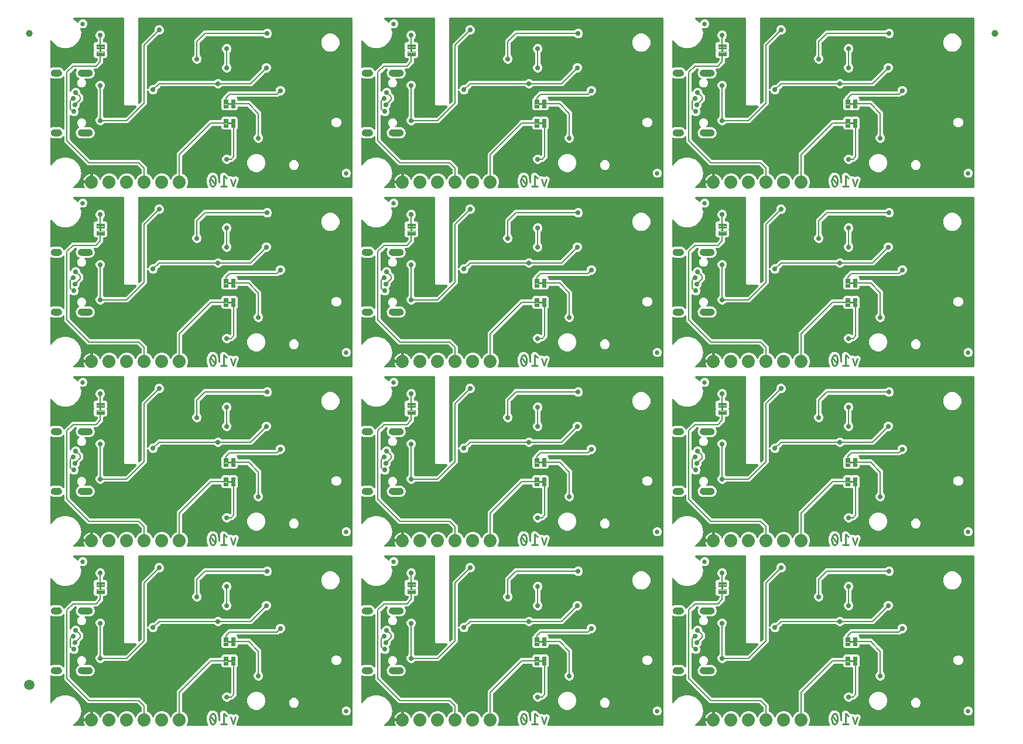
<source format=gbl>
G04 EAGLE Gerber RS-274X export*
G75*
%MOMM*%
%FSLAX34Y34*%
%LPD*%
%INBottom Copper*%
%IPPOS*%
%AMOC8*
5,1,8,0,0,1.08239X$1,22.5*%
G01*
%ADD10C,0.279400*%
%ADD11C,0.755600*%
%ADD12C,1.879600*%
%ADD13C,0.099059*%
%ADD14C,0.635000*%
%ADD15C,1.000000*%
%ADD16C,1.500000*%
%ADD17C,0.736600*%
%ADD18C,0.203200*%
%ADD19C,0.177800*%

G36*
X680792Y781316D02*
X680792Y781316D01*
X680875Y781318D01*
X680932Y781336D01*
X680991Y781345D01*
X681067Y781379D01*
X681146Y781404D01*
X681196Y781437D01*
X681250Y781461D01*
X681314Y781515D01*
X681383Y781561D01*
X681422Y781606D01*
X681467Y781644D01*
X681513Y781714D01*
X681567Y781777D01*
X681592Y781832D01*
X681625Y781881D01*
X681650Y781961D01*
X681684Y782037D01*
X681692Y782096D01*
X681710Y782152D01*
X681713Y782236D01*
X681724Y782318D01*
X681716Y782369D01*
X681718Y782436D01*
X681682Y782572D01*
X681669Y782649D01*
X681193Y784038D01*
X681161Y784102D01*
X681146Y784154D01*
X680455Y785570D01*
X679639Y789106D01*
X679598Y789213D01*
X679595Y789222D01*
X679595Y793199D01*
X679633Y793300D01*
X679639Y793314D01*
X680455Y796850D01*
X680520Y796982D01*
X680521Y796988D01*
X680524Y796992D01*
X680535Y797031D01*
X680607Y797253D01*
X680608Y797288D01*
X680616Y797315D01*
X680658Y797694D01*
X680821Y797824D01*
X680860Y797865D01*
X680905Y797899D01*
X680945Y797956D01*
X681016Y798031D01*
X681060Y798117D01*
X681100Y798172D01*
X681146Y798266D01*
X681168Y798335D01*
X681193Y798382D01*
X681866Y800345D01*
X685792Y803149D01*
X690615Y803149D01*
X694541Y800345D01*
X695214Y798382D01*
X695246Y798318D01*
X695261Y798267D01*
X695952Y796850D01*
X696768Y793314D01*
X696809Y793207D01*
X696812Y793198D01*
X696812Y789178D01*
X696820Y789120D01*
X696819Y789062D01*
X696840Y788980D01*
X696852Y788896D01*
X696876Y788843D01*
X696890Y788787D01*
X696934Y788714D01*
X696968Y788637D01*
X697006Y788592D01*
X697036Y788542D01*
X697097Y788484D01*
X697152Y788420D01*
X697200Y788388D01*
X697243Y788348D01*
X697318Y788309D01*
X697388Y788262D01*
X697444Y788245D01*
X697496Y788218D01*
X697564Y788207D01*
X697659Y788177D01*
X697759Y788174D01*
X697827Y788163D01*
X698374Y788163D01*
X698432Y788171D01*
X698490Y788169D01*
X698572Y788191D01*
X698655Y788203D01*
X698709Y788226D01*
X698765Y788241D01*
X698838Y788284D01*
X698915Y788319D01*
X698959Y788357D01*
X699010Y788386D01*
X699067Y788448D01*
X699132Y788502D01*
X699164Y788551D01*
X699204Y788594D01*
X699242Y788669D01*
X699289Y788739D01*
X699307Y788795D01*
X699333Y788847D01*
X699345Y788915D01*
X699375Y789010D01*
X699378Y789110D01*
X699389Y789178D01*
X699389Y798401D01*
X699380Y798464D01*
X699383Y798513D01*
X699212Y800050D01*
X699253Y800130D01*
X699270Y800156D01*
X699272Y800163D01*
X699311Y800229D01*
X699319Y800260D01*
X699333Y800288D01*
X699346Y800365D01*
X699383Y800504D01*
X699382Y800537D01*
X700477Y801633D01*
X700516Y801684D01*
X700552Y801716D01*
X701518Y802924D01*
X701607Y802953D01*
X701715Y802981D01*
X701742Y802997D01*
X701772Y803006D01*
X701836Y803052D01*
X701960Y803125D01*
X701983Y803149D01*
X703532Y803149D01*
X703596Y803158D01*
X703644Y803155D01*
X705182Y803326D01*
X705265Y803283D01*
X705361Y803226D01*
X705391Y803219D01*
X705419Y803204D01*
X705497Y803191D01*
X705636Y803155D01*
X705669Y803156D01*
X706764Y802060D01*
X706815Y802022D01*
X706848Y801986D01*
X711858Y797978D01*
X711903Y797951D01*
X711942Y797917D01*
X712025Y797879D01*
X712102Y797833D01*
X712153Y797820D01*
X712200Y797798D01*
X712290Y797784D01*
X712378Y797762D01*
X712430Y797763D01*
X712481Y797755D01*
X712553Y797767D01*
X712662Y797770D01*
X712749Y797797D01*
X712813Y797807D01*
X714914Y798508D01*
X717449Y797240D01*
X717465Y797235D01*
X717479Y797225D01*
X717600Y797190D01*
X717718Y797150D01*
X717735Y797149D01*
X717752Y797144D01*
X717878Y797143D01*
X718002Y797138D01*
X718019Y797142D01*
X718036Y797142D01*
X718104Y797162D01*
X718279Y797205D01*
X718320Y797229D01*
X718357Y797240D01*
X720892Y798508D01*
X724386Y797343D01*
X726033Y794049D01*
X722696Y784038D01*
X722693Y784023D01*
X722687Y784009D01*
X722668Y783883D01*
X722645Y783758D01*
X722646Y783743D01*
X722644Y783728D01*
X722655Y783660D01*
X722673Y783476D01*
X722690Y783432D01*
X722696Y783396D01*
X722703Y783376D01*
X722402Y782774D01*
X722399Y782766D01*
X722394Y782759D01*
X722354Y782631D01*
X722311Y782504D01*
X722311Y782496D01*
X722309Y782488D01*
X722305Y782353D01*
X722299Y782220D01*
X722301Y782212D01*
X722301Y782204D01*
X722335Y782075D01*
X722367Y781944D01*
X722371Y781937D01*
X722373Y781929D01*
X722441Y781814D01*
X722508Y781697D01*
X722514Y781691D01*
X722518Y781684D01*
X722616Y781593D01*
X722712Y781499D01*
X722719Y781495D01*
X722726Y781490D01*
X722844Y781429D01*
X722963Y781366D01*
X722971Y781364D01*
X722979Y781360D01*
X723030Y781352D01*
X723241Y781307D01*
X723279Y781310D01*
X723310Y781305D01*
X889000Y781305D01*
X889058Y781313D01*
X889116Y781311D01*
X889198Y781333D01*
X889282Y781345D01*
X889335Y781368D01*
X889391Y781383D01*
X889464Y781426D01*
X889541Y781461D01*
X889586Y781499D01*
X889636Y781528D01*
X889694Y781590D01*
X889758Y781644D01*
X889790Y781693D01*
X889830Y781736D01*
X889869Y781811D01*
X889916Y781881D01*
X889933Y781937D01*
X889960Y781989D01*
X889971Y782057D01*
X890001Y782152D01*
X890004Y782252D01*
X890015Y782320D01*
X890015Y1026160D01*
X890007Y1026218D01*
X890009Y1026276D01*
X889987Y1026358D01*
X889975Y1026442D01*
X889952Y1026495D01*
X889937Y1026551D01*
X889894Y1026624D01*
X889859Y1026701D01*
X889821Y1026746D01*
X889792Y1026796D01*
X889730Y1026854D01*
X889676Y1026918D01*
X889627Y1026950D01*
X889584Y1026990D01*
X889509Y1027029D01*
X889439Y1027076D01*
X889383Y1027093D01*
X889331Y1027120D01*
X889263Y1027131D01*
X889168Y1027161D01*
X889068Y1027164D01*
X889000Y1027175D01*
X581660Y1027175D01*
X581602Y1027167D01*
X581544Y1027169D01*
X581462Y1027147D01*
X581378Y1027135D01*
X581325Y1027112D01*
X581269Y1027097D01*
X581196Y1027054D01*
X581119Y1027019D01*
X581074Y1026981D01*
X581024Y1026952D01*
X580966Y1026890D01*
X580902Y1026836D01*
X580870Y1026787D01*
X580830Y1026744D01*
X580791Y1026669D01*
X580744Y1026599D01*
X580727Y1026543D01*
X580700Y1026491D01*
X580689Y1026423D01*
X580659Y1026328D01*
X580656Y1026228D01*
X580645Y1026160D01*
X580645Y903804D01*
X580649Y903775D01*
X580646Y903746D01*
X580669Y903635D01*
X580685Y903523D01*
X580697Y903496D01*
X580702Y903467D01*
X580755Y903367D01*
X580801Y903263D01*
X580820Y903241D01*
X580833Y903215D01*
X580911Y903133D01*
X580984Y903046D01*
X581009Y903030D01*
X581029Y903009D01*
X581127Y902951D01*
X581221Y902889D01*
X581249Y902880D01*
X581274Y902865D01*
X581384Y902837D01*
X581492Y902803D01*
X581522Y902802D01*
X581550Y902795D01*
X581663Y902798D01*
X581776Y902796D01*
X581805Y902803D01*
X581834Y902804D01*
X581942Y902839D01*
X582051Y902867D01*
X582077Y902882D01*
X582105Y902891D01*
X582168Y902937D01*
X582296Y903013D01*
X582339Y903058D01*
X582378Y903086D01*
X584918Y905626D01*
X584970Y905696D01*
X585030Y905760D01*
X585056Y905809D01*
X585089Y905854D01*
X585120Y905935D01*
X585160Y906013D01*
X585168Y906061D01*
X585190Y906119D01*
X585202Y906267D01*
X585215Y906344D01*
X585215Y989744D01*
X603841Y1008369D01*
X603893Y1008439D01*
X603953Y1008503D01*
X603979Y1008552D01*
X604012Y1008597D01*
X604043Y1008678D01*
X604083Y1008756D01*
X604091Y1008804D01*
X604113Y1008862D01*
X604125Y1009010D01*
X604138Y1009087D01*
X604138Y1010989D01*
X605163Y1013463D01*
X607057Y1015357D01*
X609531Y1016382D01*
X612209Y1016382D01*
X614683Y1015357D01*
X616577Y1013463D01*
X617602Y1010989D01*
X617602Y1008311D01*
X616577Y1005837D01*
X614683Y1003943D01*
X612209Y1002918D01*
X610307Y1002918D01*
X610221Y1002906D01*
X610133Y1002903D01*
X610081Y1002886D01*
X610026Y1002878D01*
X609946Y1002843D01*
X609863Y1002816D01*
X609823Y1002788D01*
X609766Y1002762D01*
X609653Y1002666D01*
X609589Y1002621D01*
X593642Y986674D01*
X593590Y986604D01*
X593530Y986540D01*
X593504Y986491D01*
X593471Y986446D01*
X593440Y986365D01*
X593400Y986287D01*
X593392Y986239D01*
X593370Y986181D01*
X593358Y986033D01*
X593345Y985956D01*
X593345Y925137D01*
X593357Y925052D01*
X593359Y924966D01*
X593377Y924912D01*
X593385Y924856D01*
X593420Y924778D01*
X593446Y924696D01*
X593478Y924648D01*
X593501Y924597D01*
X593556Y924531D01*
X593604Y924460D01*
X593648Y924423D01*
X593684Y924380D01*
X593756Y924332D01*
X593822Y924277D01*
X593874Y924253D01*
X593921Y924222D01*
X594003Y924196D01*
X594082Y924161D01*
X594138Y924153D01*
X594192Y924136D01*
X594278Y924134D01*
X594363Y924122D01*
X594419Y924130D01*
X594476Y924129D01*
X594559Y924151D01*
X594644Y924163D01*
X594696Y924186D01*
X594751Y924201D01*
X594825Y924245D01*
X594904Y924280D01*
X594947Y924317D01*
X594996Y924346D01*
X595055Y924409D01*
X595120Y924464D01*
X595146Y924506D01*
X595190Y924553D01*
X595256Y924682D01*
X595298Y924749D01*
X596273Y927103D01*
X598167Y928997D01*
X600641Y930022D01*
X602543Y930022D01*
X602629Y930034D01*
X602717Y930037D01*
X602769Y930054D01*
X602824Y930062D01*
X602904Y930097D01*
X602987Y930124D01*
X603027Y930152D01*
X603084Y930178D01*
X603197Y930274D01*
X603261Y930319D01*
X609186Y936245D01*
X690084Y936245D01*
X690171Y936257D01*
X690258Y936260D01*
X690311Y936277D01*
X690366Y936285D01*
X690445Y936320D01*
X690529Y936347D01*
X690568Y936375D01*
X690625Y936401D01*
X690738Y936497D01*
X690802Y936542D01*
X692147Y937887D01*
X694621Y938912D01*
X697299Y938912D01*
X699773Y937887D01*
X701118Y936542D01*
X701188Y936490D01*
X701252Y936430D01*
X701301Y936404D01*
X701345Y936371D01*
X701427Y936340D01*
X701505Y936300D01*
X701552Y936292D01*
X701611Y936270D01*
X701759Y936258D01*
X701836Y936245D01*
X740846Y936245D01*
X740932Y936257D01*
X741020Y936260D01*
X741072Y936277D01*
X741127Y936285D01*
X741207Y936320D01*
X741290Y936347D01*
X741330Y936375D01*
X741387Y936401D01*
X741500Y936497D01*
X741564Y936542D01*
X758781Y953759D01*
X758833Y953829D01*
X758893Y953893D01*
X758919Y953942D01*
X758952Y953987D01*
X758983Y954068D01*
X759023Y954146D01*
X759031Y954194D01*
X759053Y954252D01*
X759065Y954400D01*
X759078Y954477D01*
X759078Y956379D01*
X760103Y958853D01*
X761997Y960747D01*
X764471Y961772D01*
X767149Y961772D01*
X769623Y960747D01*
X771517Y958853D01*
X772542Y956379D01*
X772542Y953701D01*
X771517Y951227D01*
X769623Y949333D01*
X767149Y948308D01*
X765247Y948308D01*
X765161Y948296D01*
X765073Y948293D01*
X765021Y948276D01*
X764966Y948268D01*
X764886Y948233D01*
X764803Y948206D01*
X764763Y948178D01*
X764706Y948152D01*
X764593Y948056D01*
X764529Y948011D01*
X744634Y928115D01*
X701836Y928115D01*
X701749Y928103D01*
X701662Y928100D01*
X701609Y928083D01*
X701554Y928075D01*
X701475Y928040D01*
X701391Y928013D01*
X701352Y927985D01*
X701295Y927959D01*
X701182Y927863D01*
X701118Y927818D01*
X699773Y926473D01*
X697299Y925448D01*
X694621Y925448D01*
X692147Y926473D01*
X690802Y927818D01*
X690732Y927870D01*
X690668Y927930D01*
X690619Y927956D01*
X690575Y927989D01*
X690493Y928020D01*
X690415Y928060D01*
X690368Y928068D01*
X690309Y928090D01*
X690161Y928102D01*
X690084Y928115D01*
X612974Y928115D01*
X612888Y928103D01*
X612800Y928100D01*
X612748Y928083D01*
X612693Y928075D01*
X612613Y928040D01*
X612530Y928013D01*
X612490Y927985D01*
X612433Y927959D01*
X612320Y927863D01*
X612256Y927818D01*
X609009Y924571D01*
X608957Y924501D01*
X608897Y924437D01*
X608871Y924388D01*
X608838Y924343D01*
X608807Y924262D01*
X608767Y924184D01*
X608759Y924136D01*
X608737Y924078D01*
X608725Y923930D01*
X608712Y923853D01*
X608712Y921951D01*
X607687Y919477D01*
X605793Y917583D01*
X603319Y916558D01*
X600641Y916558D01*
X598167Y917583D01*
X596273Y919477D01*
X595298Y921831D01*
X595254Y921905D01*
X595219Y921983D01*
X595182Y922027D01*
X595153Y922076D01*
X595091Y922135D01*
X595035Y922200D01*
X594988Y922232D01*
X594947Y922271D01*
X594870Y922310D01*
X594799Y922358D01*
X594745Y922375D01*
X594694Y922401D01*
X594610Y922418D01*
X594528Y922444D01*
X594471Y922445D01*
X594415Y922456D01*
X594330Y922449D01*
X594244Y922451D01*
X594189Y922437D01*
X594132Y922432D01*
X594052Y922401D01*
X593969Y922379D01*
X593920Y922350D01*
X593867Y922330D01*
X593798Y922278D01*
X593724Y922234D01*
X593685Y922193D01*
X593640Y922158D01*
X593588Y922089D01*
X593530Y922027D01*
X593504Y921976D01*
X593470Y921931D01*
X593439Y921850D01*
X593400Y921774D01*
X593392Y921725D01*
X593369Y921665D01*
X593364Y921592D01*
X593359Y921577D01*
X593357Y921517D01*
X593345Y921443D01*
X593345Y902556D01*
X565564Y874775D01*
X531656Y874775D01*
X531569Y874763D01*
X531482Y874760D01*
X531429Y874743D01*
X531374Y874735D01*
X531295Y874700D01*
X531211Y874673D01*
X531172Y874645D01*
X531115Y874619D01*
X531002Y874523D01*
X530938Y874478D01*
X529593Y873133D01*
X527119Y872108D01*
X524441Y872108D01*
X521967Y873133D01*
X520073Y875027D01*
X519048Y877501D01*
X519048Y880179D01*
X520073Y882653D01*
X521418Y883998D01*
X521470Y884068D01*
X521530Y884132D01*
X521556Y884181D01*
X521589Y884225D01*
X521620Y884307D01*
X521660Y884385D01*
X521668Y884432D01*
X521690Y884491D01*
X521702Y884639D01*
X521715Y884716D01*
X521715Y923764D01*
X521703Y923851D01*
X521700Y923938D01*
X521683Y923991D01*
X521675Y924046D01*
X521640Y924125D01*
X521613Y924209D01*
X521585Y924248D01*
X521559Y924305D01*
X521463Y924418D01*
X521418Y924482D01*
X520073Y925827D01*
X519048Y928301D01*
X519048Y930979D01*
X520073Y933453D01*
X521967Y935347D01*
X524441Y936372D01*
X527119Y936372D01*
X529593Y935347D01*
X531487Y933453D01*
X532512Y930979D01*
X532512Y928301D01*
X531487Y925827D01*
X530142Y924482D01*
X530090Y924412D01*
X530030Y924348D01*
X530004Y924299D01*
X529971Y924255D01*
X529940Y924173D01*
X529900Y924095D01*
X529892Y924048D01*
X529870Y923989D01*
X529858Y923841D01*
X529845Y923764D01*
X529845Y884716D01*
X529857Y884629D01*
X529860Y884542D01*
X529877Y884489D01*
X529885Y884434D01*
X529920Y884355D01*
X529947Y884271D01*
X529975Y884232D01*
X530001Y884175D01*
X530097Y884062D01*
X530142Y883998D01*
X530938Y883202D01*
X531008Y883150D01*
X531072Y883090D01*
X531121Y883064D01*
X531165Y883031D01*
X531247Y883000D01*
X531325Y882960D01*
X531372Y882952D01*
X531431Y882930D01*
X531579Y882918D01*
X531656Y882905D01*
X561776Y882905D01*
X561862Y882917D01*
X561950Y882920D01*
X562002Y882937D01*
X562057Y882945D01*
X562137Y882980D01*
X562220Y883007D01*
X562260Y883035D01*
X562317Y883061D01*
X562430Y883157D01*
X562494Y883202D01*
X577734Y898442D01*
X577751Y898466D01*
X577774Y898485D01*
X577837Y898579D01*
X577905Y898669D01*
X577915Y898697D01*
X577931Y898721D01*
X577966Y898829D01*
X578006Y898935D01*
X578008Y898964D01*
X578017Y898992D01*
X578020Y899106D01*
X578029Y899218D01*
X578024Y899247D01*
X578024Y899276D01*
X577996Y899386D01*
X577974Y899497D01*
X577960Y899523D01*
X577953Y899551D01*
X577895Y899649D01*
X577843Y899749D01*
X577822Y899771D01*
X577807Y899796D01*
X577725Y899873D01*
X577647Y899955D01*
X577621Y899970D01*
X577600Y899990D01*
X577499Y900042D01*
X577401Y900099D01*
X577373Y900106D01*
X577347Y900120D01*
X577270Y900133D01*
X577126Y900169D01*
X577063Y900167D01*
X577016Y900175D01*
X562196Y900175D01*
X559815Y902556D01*
X559815Y1026160D01*
X559807Y1026218D01*
X559809Y1026276D01*
X559787Y1026358D01*
X559775Y1026442D01*
X559752Y1026495D01*
X559737Y1026551D01*
X559694Y1026624D01*
X559659Y1026701D01*
X559621Y1026746D01*
X559592Y1026796D01*
X559530Y1026854D01*
X559476Y1026918D01*
X559427Y1026950D01*
X559384Y1026990D01*
X559309Y1027029D01*
X559239Y1027076D01*
X559183Y1027093D01*
X559131Y1027120D01*
X559063Y1027131D01*
X558968Y1027161D01*
X558868Y1027164D01*
X558800Y1027175D01*
X487513Y1027175D01*
X487440Y1027165D01*
X487366Y1027165D01*
X487300Y1027145D01*
X487231Y1027135D01*
X487164Y1027105D01*
X487094Y1027085D01*
X487035Y1027048D01*
X486972Y1027019D01*
X486916Y1026972D01*
X486854Y1026932D01*
X486808Y1026880D01*
X486755Y1026836D01*
X486714Y1026774D01*
X486665Y1026719D01*
X486636Y1026657D01*
X486597Y1026599D01*
X486575Y1026529D01*
X486544Y1026462D01*
X486532Y1026394D01*
X486512Y1026328D01*
X486510Y1026254D01*
X486498Y1026182D01*
X486506Y1026113D01*
X486504Y1026044D01*
X486523Y1025973D01*
X486532Y1025899D01*
X486559Y1025836D01*
X486576Y1025769D01*
X486614Y1025705D01*
X486642Y1025638D01*
X486681Y1025593D01*
X486721Y1025524D01*
X486811Y1025440D01*
X486860Y1025382D01*
X492565Y1020596D01*
X492659Y1020432D01*
X492724Y1020349D01*
X492783Y1020262D01*
X492811Y1020238D01*
X492835Y1020208D01*
X492920Y1020147D01*
X493000Y1020079D01*
X493035Y1020064D01*
X493065Y1020042D01*
X493164Y1020006D01*
X493260Y1019963D01*
X493297Y1019958D01*
X493333Y1019945D01*
X493438Y1019939D01*
X493542Y1019924D01*
X493579Y1019930D01*
X493616Y1019927D01*
X493719Y1019950D01*
X493823Y1019965D01*
X493857Y1019980D01*
X493894Y1019989D01*
X493986Y1020039D01*
X494082Y1020082D01*
X494111Y1020106D01*
X494144Y1020124D01*
X494218Y1020198D01*
X494299Y1020266D01*
X494316Y1020295D01*
X494346Y1020324D01*
X494444Y1020500D01*
X494477Y1020551D01*
X495104Y1022065D01*
X496854Y1023816D01*
X499142Y1024764D01*
X501618Y1024764D01*
X503906Y1023816D01*
X505656Y1022066D01*
X506604Y1019778D01*
X506604Y1017302D01*
X505656Y1015014D01*
X503906Y1013264D01*
X501618Y1012316D01*
X499142Y1012316D01*
X498318Y1012658D01*
X498259Y1012673D01*
X498203Y1012697D01*
X498122Y1012708D01*
X498043Y1012728D01*
X497982Y1012727D01*
X497921Y1012735D01*
X497840Y1012723D01*
X497759Y1012720D01*
X497700Y1012702D01*
X497640Y1012693D01*
X497566Y1012659D01*
X497488Y1012634D01*
X497437Y1012600D01*
X497381Y1012574D01*
X497320Y1012521D01*
X497252Y1012475D01*
X497212Y1012429D01*
X497166Y1012389D01*
X497121Y1012320D01*
X497069Y1012258D01*
X497044Y1012202D01*
X497010Y1012151D01*
X496987Y1012073D01*
X496953Y1011998D01*
X496945Y1011937D01*
X496927Y1011879D01*
X496928Y1011812D01*
X496914Y1011716D01*
X496929Y1011614D01*
X496930Y1011543D01*
X497935Y1005840D01*
X496551Y997989D01*
X492565Y991085D01*
X486458Y985960D01*
X478966Y983233D01*
X470994Y983233D01*
X463502Y985960D01*
X457395Y991084D01*
X455539Y994299D01*
X455527Y994314D01*
X455519Y994332D01*
X455440Y994426D01*
X455364Y994523D01*
X455348Y994534D01*
X455335Y994549D01*
X455233Y994618D01*
X455134Y994689D01*
X455115Y994696D01*
X455099Y994707D01*
X454981Y994744D01*
X454866Y994786D01*
X454846Y994787D01*
X454828Y994793D01*
X454705Y994796D01*
X454582Y994804D01*
X454563Y994799D01*
X454544Y994800D01*
X454425Y994769D01*
X454305Y994742D01*
X454287Y994733D01*
X454269Y994728D01*
X454163Y994666D01*
X454055Y994607D01*
X454041Y994593D01*
X454024Y994583D01*
X453940Y994493D01*
X453853Y994407D01*
X453843Y994390D01*
X453830Y994376D01*
X453774Y994266D01*
X453714Y994159D01*
X453709Y994140D01*
X453700Y994122D01*
X453688Y994050D01*
X453649Y993882D01*
X453651Y993831D01*
X453645Y993791D01*
X453645Y955478D01*
X453657Y955393D01*
X453659Y955306D01*
X453677Y955253D01*
X453685Y955197D01*
X453720Y955118D01*
X453746Y955035D01*
X453778Y954989D01*
X453801Y954937D01*
X453857Y954871D01*
X453905Y954800D01*
X453948Y954763D01*
X453984Y954720D01*
X454057Y954672D01*
X454123Y954617D01*
X454174Y954594D01*
X454221Y954563D01*
X454304Y954537D01*
X454383Y954502D01*
X454439Y954494D01*
X454492Y954477D01*
X454579Y954475D01*
X454664Y954463D01*
X454713Y954471D01*
X454776Y954470D01*
X454918Y954507D01*
X454995Y954520D01*
X455500Y954697D01*
X455632Y954765D01*
X455704Y954795D01*
X456247Y955136D01*
X456249Y955138D01*
X456251Y955139D01*
X456267Y955153D01*
X456389Y955256D01*
X456517Y955245D01*
X456547Y955252D01*
X456573Y955250D01*
X457210Y955322D01*
X457354Y955359D01*
X457432Y955373D01*
X457626Y955441D01*
X457679Y955468D01*
X457736Y955486D01*
X457791Y955526D01*
X457815Y955538D01*
X457958Y955559D01*
X457987Y955571D01*
X458012Y955576D01*
X458205Y955643D01*
X458256Y955619D01*
X458312Y955601D01*
X458365Y955574D01*
X458433Y955563D01*
X458526Y955533D01*
X458627Y955530D01*
X458696Y955519D01*
X458899Y955519D01*
X458963Y955528D01*
X459013Y955525D01*
X460095Y955647D01*
X460181Y955596D01*
X460211Y955588D01*
X460238Y955574D01*
X460316Y955561D01*
X460457Y955525D01*
X460521Y955527D01*
X460569Y955519D01*
X463691Y955519D01*
X463721Y955523D01*
X463752Y955521D01*
X463861Y955543D01*
X463972Y955559D01*
X464000Y955571D01*
X464030Y955577D01*
X464099Y955615D01*
X464169Y955647D01*
X465247Y955525D01*
X465312Y955527D01*
X465361Y955519D01*
X465564Y955519D01*
X465623Y955527D01*
X465682Y955526D01*
X465748Y955545D01*
X465845Y955559D01*
X465938Y955600D01*
X466004Y955619D01*
X466054Y955643D01*
X466248Y955576D01*
X466250Y955575D01*
X466252Y955574D01*
X466272Y955571D01*
X466443Y955537D01*
X466478Y955510D01*
X466573Y955474D01*
X466634Y955441D01*
X466828Y955373D01*
X466975Y955343D01*
X467050Y955322D01*
X467687Y955250D01*
X467689Y955250D01*
X467692Y955250D01*
X467712Y955251D01*
X467873Y955255D01*
X467966Y955168D01*
X467994Y955153D01*
X468013Y955136D01*
X468556Y954795D01*
X468692Y954734D01*
X468760Y954697D01*
X469365Y954485D01*
X469368Y954484D01*
X469370Y954483D01*
X469390Y954480D01*
X469548Y954449D01*
X469619Y954343D01*
X469643Y954322D01*
X469657Y954301D01*
X470111Y953848D01*
X470230Y953758D01*
X470289Y953706D01*
X470831Y953365D01*
X470833Y953364D01*
X470835Y953363D01*
X470854Y953355D01*
X471001Y953289D01*
X471046Y953170D01*
X471065Y953145D01*
X471075Y953121D01*
X471416Y952579D01*
X471513Y952464D01*
X471558Y952401D01*
X472011Y951947D01*
X472013Y951946D01*
X472015Y951944D01*
X472033Y951932D01*
X472160Y951836D01*
X472178Y951709D01*
X472191Y951681D01*
X472195Y951655D01*
X472320Y951297D01*
X472321Y951297D01*
X472321Y951296D01*
X472392Y951159D01*
X472451Y951045D01*
X472451Y951044D01*
X472452Y951043D01*
X472552Y950938D01*
X472646Y950838D01*
X472647Y950838D01*
X472648Y950837D01*
X472768Y950767D01*
X472891Y950694D01*
X472892Y950694D01*
X472893Y950693D01*
X473023Y950660D01*
X473167Y950624D01*
X473168Y950624D01*
X473168Y950623D01*
X473306Y950628D01*
X473451Y950632D01*
X473452Y950632D01*
X473453Y950632D01*
X473583Y950675D01*
X473721Y950719D01*
X473722Y950720D01*
X473723Y950720D01*
X473730Y950725D01*
X473957Y950878D01*
X473976Y950901D01*
X473996Y950915D01*
X476134Y953052D01*
X484726Y961645D01*
X517326Y961645D01*
X517412Y961657D01*
X517500Y961660D01*
X517553Y961677D01*
X517607Y961685D01*
X517687Y961720D01*
X517770Y961747D01*
X517810Y961775D01*
X517867Y961801D01*
X517980Y961897D01*
X518044Y961942D01*
X521418Y965316D01*
X521470Y965386D01*
X521530Y965450D01*
X521556Y965499D01*
X521589Y965543D01*
X521620Y965625D01*
X521660Y965703D01*
X521668Y965751D01*
X521690Y965809D01*
X521698Y965901D01*
X521701Y965912D01*
X521702Y965958D01*
X521715Y966034D01*
X521715Y967867D01*
X521707Y967925D01*
X521709Y967983D01*
X521687Y968065D01*
X521675Y968149D01*
X521652Y968202D01*
X521637Y968258D01*
X521594Y968331D01*
X521559Y968408D01*
X521521Y968453D01*
X521492Y968503D01*
X521430Y968561D01*
X521376Y968625D01*
X521327Y968657D01*
X521284Y968697D01*
X521209Y968736D01*
X521139Y968783D01*
X521083Y968800D01*
X521031Y968827D01*
X520963Y968838D01*
X520868Y968868D01*
X520768Y968871D01*
X520700Y968882D01*
X518457Y968882D01*
X516381Y970958D01*
X516381Y979508D01*
X516596Y979722D01*
X516631Y979769D01*
X516673Y979809D01*
X516716Y979882D01*
X516767Y979949D01*
X516787Y980004D01*
X516817Y980054D01*
X516838Y980136D01*
X516868Y980215D01*
X516873Y980273D01*
X516887Y980330D01*
X516884Y980414D01*
X516891Y980498D01*
X516880Y980556D01*
X516878Y980614D01*
X516852Y980694D01*
X516835Y980777D01*
X516809Y980829D01*
X516791Y980885D01*
X516750Y980941D01*
X516704Y981029D01*
X516636Y981102D01*
X516596Y981158D01*
X516381Y981372D01*
X516381Y989922D01*
X518457Y991998D01*
X520700Y991998D01*
X520758Y992006D01*
X520816Y992004D01*
X520898Y992026D01*
X520982Y992038D01*
X521035Y992061D01*
X521091Y992076D01*
X521164Y992119D01*
X521241Y992154D01*
X521286Y992192D01*
X521336Y992221D01*
X521394Y992283D01*
X521458Y992337D01*
X521490Y992386D01*
X521530Y992429D01*
X521569Y992504D01*
X521616Y992574D01*
X521633Y992630D01*
X521660Y992682D01*
X521671Y992750D01*
X521701Y992845D01*
X521704Y992945D01*
X521715Y993013D01*
X521715Y996154D01*
X521703Y996241D01*
X521700Y996328D01*
X521683Y996381D01*
X521675Y996436D01*
X521640Y996515D01*
X521613Y996599D01*
X521585Y996638D01*
X521559Y996695D01*
X521463Y996808D01*
X521418Y996872D01*
X520073Y998217D01*
X519048Y1000691D01*
X519048Y1003369D01*
X520073Y1005843D01*
X521967Y1007737D01*
X524441Y1008762D01*
X527119Y1008762D01*
X529593Y1007737D01*
X531487Y1005843D01*
X532512Y1003369D01*
X532512Y1000691D01*
X531487Y998217D01*
X530142Y996872D01*
X530090Y996802D01*
X530030Y996738D01*
X530004Y996689D01*
X529971Y996645D01*
X529940Y996563D01*
X529900Y996485D01*
X529892Y996438D01*
X529870Y996379D01*
X529858Y996231D01*
X529845Y996154D01*
X529845Y993013D01*
X529853Y992955D01*
X529851Y992897D01*
X529873Y992815D01*
X529885Y992731D01*
X529908Y992678D01*
X529923Y992622D01*
X529966Y992549D01*
X530001Y992472D01*
X530039Y992427D01*
X530068Y992377D01*
X530130Y992319D01*
X530184Y992255D01*
X530233Y992223D01*
X530276Y992183D01*
X530351Y992144D01*
X530421Y992097D01*
X530477Y992080D01*
X530529Y992053D01*
X530597Y992042D01*
X530692Y992012D01*
X530792Y992009D01*
X530860Y991998D01*
X533103Y991998D01*
X535179Y989922D01*
X535179Y981372D01*
X534964Y981158D01*
X534929Y981111D01*
X534887Y981071D01*
X534844Y980998D01*
X534793Y980931D01*
X534773Y980876D01*
X534743Y980826D01*
X534722Y980744D01*
X534692Y980665D01*
X534687Y980607D01*
X534673Y980550D01*
X534676Y980466D01*
X534669Y980382D01*
X534680Y980324D01*
X534682Y980266D01*
X534708Y980186D01*
X534725Y980103D01*
X534751Y980051D01*
X534769Y979995D01*
X534809Y979939D01*
X534855Y979851D01*
X534924Y979778D01*
X534964Y979722D01*
X535179Y979508D01*
X535179Y970958D01*
X533103Y968882D01*
X530860Y968882D01*
X530802Y968874D01*
X530744Y968876D01*
X530662Y968854D01*
X530578Y968842D01*
X530525Y968819D01*
X530469Y968804D01*
X530396Y968761D01*
X530319Y968726D01*
X530274Y968688D01*
X530224Y968659D01*
X530166Y968597D01*
X530102Y968543D01*
X530070Y968494D01*
X530030Y968451D01*
X529991Y968376D01*
X529944Y968306D01*
X529927Y968250D01*
X529900Y968198D01*
X529889Y968130D01*
X529859Y968035D01*
X529856Y967935D01*
X529845Y967867D01*
X529845Y962246D01*
X527166Y959568D01*
X523792Y956194D01*
X521114Y953515D01*
X517275Y953515D01*
X517189Y953503D01*
X517103Y953501D01*
X517049Y953483D01*
X516993Y953475D01*
X516915Y953440D01*
X516832Y953414D01*
X516785Y953382D01*
X516734Y953359D01*
X516668Y953303D01*
X516596Y953255D01*
X516560Y953212D01*
X516517Y953176D01*
X516469Y953104D01*
X516413Y953037D01*
X516391Y952986D01*
X516359Y952939D01*
X516333Y952856D01*
X516298Y952777D01*
X516291Y952721D01*
X516274Y952668D01*
X516271Y952581D01*
X516260Y952496D01*
X516268Y952447D01*
X516266Y952384D01*
X516303Y952242D01*
X516317Y952165D01*
X516360Y952041D01*
X516387Y951988D01*
X516405Y951932D01*
X516445Y951876D01*
X516457Y951852D01*
X516478Y951709D01*
X516491Y951681D01*
X516495Y951655D01*
X516707Y951050D01*
X516775Y950918D01*
X516805Y950846D01*
X517146Y950303D01*
X517148Y950301D01*
X517149Y950299D01*
X517163Y950283D01*
X517183Y950259D01*
X517209Y950216D01*
X517261Y950167D01*
X517266Y950161D01*
X517255Y950033D01*
X517262Y950003D01*
X517260Y949977D01*
X517332Y949340D01*
X517369Y949196D01*
X517383Y949118D01*
X517594Y948513D01*
X517595Y948511D01*
X517596Y948509D01*
X517605Y948492D01*
X517680Y948348D01*
X517641Y948227D01*
X517640Y948195D01*
X517633Y948171D01*
X517561Y947534D01*
X517565Y947384D01*
X517561Y947306D01*
X517633Y946669D01*
X517634Y946667D01*
X517633Y946665D01*
X517639Y946645D01*
X517679Y946489D01*
X517614Y946379D01*
X517607Y946349D01*
X517594Y946327D01*
X517383Y945722D01*
X517353Y945575D01*
X517332Y945500D01*
X517260Y944863D01*
X517260Y944861D01*
X517260Y944858D01*
X517261Y944838D01*
X517264Y944731D01*
X517262Y944674D01*
X517178Y944584D01*
X517163Y944556D01*
X517146Y944537D01*
X516805Y943994D01*
X516744Y943858D01*
X516707Y943790D01*
X516495Y943185D01*
X516494Y943182D01*
X516493Y943180D01*
X516490Y943160D01*
X516459Y943002D01*
X516353Y942931D01*
X516332Y942907D01*
X516311Y942893D01*
X515858Y942439D01*
X515834Y942407D01*
X515814Y942390D01*
X515763Y942314D01*
X515716Y942261D01*
X515375Y941719D01*
X515374Y941717D01*
X515373Y941715D01*
X515365Y941696D01*
X515299Y941549D01*
X515180Y941504D01*
X515155Y941485D01*
X515131Y941475D01*
X514589Y941134D01*
X514474Y941037D01*
X514411Y940992D01*
X513957Y940539D01*
X513956Y940537D01*
X513954Y940535D01*
X513942Y940517D01*
X513846Y940390D01*
X513719Y940372D01*
X513691Y940359D01*
X513665Y940355D01*
X513060Y940143D01*
X512928Y940075D01*
X512856Y940045D01*
X512313Y939704D01*
X512311Y939702D01*
X512309Y939701D01*
X512293Y939687D01*
X512171Y939584D01*
X512043Y939595D01*
X512013Y939588D01*
X511987Y939590D01*
X511350Y939518D01*
X511206Y939481D01*
X511128Y939467D01*
X510934Y939399D01*
X510881Y939372D01*
X510824Y939354D01*
X510769Y939314D01*
X510745Y939302D01*
X510602Y939281D01*
X510573Y939269D01*
X510548Y939264D01*
X510355Y939197D01*
X510304Y939221D01*
X510248Y939239D01*
X510195Y939266D01*
X510127Y939277D01*
X510034Y939307D01*
X509933Y939310D01*
X509864Y939321D01*
X509661Y939321D01*
X509597Y939312D01*
X509547Y939315D01*
X508465Y939193D01*
X508379Y939244D01*
X508349Y939252D01*
X508322Y939266D01*
X508244Y939279D01*
X508103Y939315D01*
X508039Y939313D01*
X507991Y939321D01*
X503807Y939321D01*
X503778Y939317D01*
X503749Y939320D01*
X503638Y939297D01*
X503526Y939281D01*
X503499Y939269D01*
X503470Y939264D01*
X503370Y939211D01*
X503267Y939165D01*
X503244Y939146D01*
X503218Y939133D01*
X503136Y939055D01*
X503050Y938982D01*
X503033Y938957D01*
X503012Y938937D01*
X502955Y938839D01*
X502892Y938745D01*
X502883Y938717D01*
X502868Y938692D01*
X502840Y938582D01*
X502806Y938474D01*
X502805Y938444D01*
X502798Y938416D01*
X502802Y938303D01*
X502799Y938190D01*
X502806Y938161D01*
X502807Y938132D01*
X502842Y938024D01*
X502871Y937915D01*
X502886Y937889D01*
X502895Y937861D01*
X502940Y937797D01*
X503016Y937670D01*
X503062Y937627D01*
X503090Y937588D01*
X503970Y936708D01*
X504929Y934393D01*
X504929Y931887D01*
X503970Y929572D01*
X502198Y927800D01*
X499883Y926841D01*
X497377Y926841D01*
X495062Y927800D01*
X493290Y929572D01*
X492331Y931887D01*
X492331Y934393D01*
X493290Y936708D01*
X495084Y938502D01*
X495085Y938503D01*
X495178Y938627D01*
X495255Y938729D01*
X495255Y938730D01*
X495256Y938730D01*
X495306Y938863D01*
X495356Y938995D01*
X495356Y938996D01*
X495368Y939141D01*
X495380Y939278D01*
X495379Y939279D01*
X495379Y939280D01*
X495353Y939408D01*
X495324Y939557D01*
X495323Y939557D01*
X495323Y939558D01*
X495258Y939684D01*
X495193Y939809D01*
X495192Y939810D01*
X495098Y939908D01*
X494997Y940015D01*
X494996Y940016D01*
X494995Y940016D01*
X494988Y940020D01*
X494752Y940159D01*
X494723Y940166D01*
X494701Y940178D01*
X494194Y940355D01*
X494192Y940356D01*
X494190Y940357D01*
X494170Y940360D01*
X494012Y940391D01*
X493941Y940497D01*
X493917Y940518D01*
X493903Y940539D01*
X493449Y940992D01*
X493330Y941082D01*
X493271Y941134D01*
X492729Y941475D01*
X492727Y941476D01*
X492725Y941477D01*
X492706Y941485D01*
X492559Y941551D01*
X492514Y941670D01*
X492495Y941695D01*
X492485Y941719D01*
X492144Y942261D01*
X492106Y942306D01*
X492080Y942350D01*
X492036Y942391D01*
X492002Y942439D01*
X491549Y942893D01*
X491547Y942894D01*
X491545Y942896D01*
X491527Y942908D01*
X491400Y943004D01*
X491382Y943131D01*
X491369Y943159D01*
X491365Y943185D01*
X491153Y943790D01*
X491085Y943922D01*
X491055Y943994D01*
X490714Y944537D01*
X490712Y944539D01*
X490711Y944541D01*
X490697Y944557D01*
X490594Y944679D01*
X490605Y944807D01*
X490598Y944837D01*
X490600Y944863D01*
X490528Y945500D01*
X490491Y945644D01*
X490477Y945722D01*
X490266Y946327D01*
X490265Y946329D01*
X490264Y946331D01*
X490254Y946349D01*
X490180Y946492D01*
X490219Y946613D01*
X490219Y946619D01*
X490220Y946623D01*
X490221Y946648D01*
X490227Y946669D01*
X490299Y947306D01*
X490295Y947456D01*
X490299Y947534D01*
X490227Y948171D01*
X490226Y948173D01*
X490227Y948175D01*
X490221Y948195D01*
X490181Y948351D01*
X490188Y948362D01*
X490201Y948382D01*
X490203Y948388D01*
X490246Y948461D01*
X490253Y948491D01*
X490266Y948513D01*
X490477Y949118D01*
X490507Y949265D01*
X490528Y949340D01*
X490600Y949977D01*
X490600Y949979D01*
X490600Y949982D01*
X490599Y950002D01*
X490595Y950157D01*
X490617Y950176D01*
X490642Y950213D01*
X490682Y950256D01*
X490697Y950284D01*
X490714Y950303D01*
X491055Y950846D01*
X491116Y950982D01*
X491153Y951050D01*
X491365Y951655D01*
X491366Y951658D01*
X491367Y951660D01*
X491370Y951680D01*
X491404Y951850D01*
X491431Y951886D01*
X491467Y951980D01*
X491500Y952041D01*
X491543Y952165D01*
X491560Y952250D01*
X491586Y952332D01*
X491588Y952388D01*
X491599Y952444D01*
X491591Y952530D01*
X491594Y952616D01*
X491579Y952671D01*
X491575Y952727D01*
X491544Y952808D01*
X491522Y952891D01*
X491493Y952940D01*
X491473Y952992D01*
X491421Y953061D01*
X491377Y953136D01*
X491335Y953174D01*
X491302Y953219D01*
X491232Y953271D01*
X491169Y953330D01*
X491119Y953356D01*
X491074Y953390D01*
X490993Y953420D01*
X490916Y953460D01*
X490868Y953468D01*
X490808Y953490D01*
X490662Y953502D01*
X490585Y953515D01*
X488514Y953515D01*
X488428Y953503D01*
X488340Y953500D01*
X488288Y953483D01*
X488233Y953475D01*
X488153Y953440D01*
X488070Y953413D01*
X488030Y953385D01*
X487973Y953359D01*
X487860Y953263D01*
X487796Y953218D01*
X481882Y947304D01*
X481830Y947234D01*
X481770Y947170D01*
X481744Y947121D01*
X481711Y947076D01*
X481680Y946995D01*
X481640Y946917D01*
X481632Y946869D01*
X481610Y946811D01*
X481598Y946663D01*
X481585Y946586D01*
X481585Y921327D01*
X481597Y921242D01*
X481599Y921156D01*
X481617Y921102D01*
X481625Y921046D01*
X481660Y920968D01*
X481686Y920886D01*
X481718Y920838D01*
X481741Y920787D01*
X481796Y920721D01*
X481844Y920650D01*
X481888Y920613D01*
X481924Y920570D01*
X481996Y920522D01*
X482062Y920467D01*
X482114Y920443D01*
X482161Y920412D01*
X482243Y920386D01*
X482322Y920351D01*
X482378Y920343D01*
X482432Y920326D01*
X482518Y920324D01*
X482603Y920312D01*
X482659Y920320D01*
X482716Y920319D01*
X482799Y920341D01*
X482884Y920353D01*
X482936Y920376D01*
X482991Y920391D01*
X483065Y920435D01*
X483144Y920470D01*
X483187Y920507D01*
X483236Y920536D01*
X483295Y920599D01*
X483360Y920654D01*
X483386Y920696D01*
X483430Y920743D01*
X483496Y920872D01*
X483538Y920939D01*
X484513Y923293D01*
X486407Y925187D01*
X488881Y926212D01*
X491559Y926212D01*
X494033Y925187D01*
X495927Y923293D01*
X496952Y920819D01*
X496952Y918738D01*
X496964Y918651D01*
X496967Y918564D01*
X496984Y918511D01*
X496992Y918456D01*
X497027Y918376D01*
X497054Y918293D01*
X497082Y918254D01*
X497108Y918197D01*
X497204Y918083D01*
X497249Y918020D01*
X500508Y914761D01*
X500508Y907435D01*
X495979Y902906D01*
X495927Y902837D01*
X495867Y902773D01*
X495841Y902723D01*
X495808Y902679D01*
X495777Y902597D01*
X495737Y902519D01*
X495729Y902472D01*
X495707Y902413D01*
X495697Y902291D01*
X495696Y902287D01*
X495695Y902274D01*
X495695Y902266D01*
X495682Y902188D01*
X495682Y900107D01*
X494657Y897633D01*
X493645Y896621D01*
X493644Y896620D01*
X493643Y896619D01*
X493557Y896504D01*
X493474Y896394D01*
X493474Y896393D01*
X493473Y896391D01*
X493422Y896258D01*
X493373Y896128D01*
X493373Y896127D01*
X493372Y896125D01*
X493361Y895981D01*
X493350Y895845D01*
X493350Y895844D01*
X493350Y895842D01*
X493353Y895826D01*
X493405Y895566D01*
X493420Y895539D01*
X493425Y895515D01*
X494412Y893133D01*
X494412Y890455D01*
X493387Y887981D01*
X491493Y886087D01*
X489019Y885062D01*
X486341Y885062D01*
X483867Y886087D01*
X483318Y886636D01*
X483294Y886654D01*
X483275Y886676D01*
X483181Y886739D01*
X483091Y886807D01*
X483063Y886817D01*
X483039Y886834D01*
X482931Y886868D01*
X482825Y886908D01*
X482796Y886911D01*
X482768Y886919D01*
X482654Y886922D01*
X482542Y886932D01*
X482513Y886926D01*
X482484Y886927D01*
X482374Y886898D01*
X482263Y886876D01*
X482237Y886862D01*
X482209Y886855D01*
X482111Y886797D01*
X482011Y886745D01*
X481989Y886725D01*
X481964Y886710D01*
X481887Y886627D01*
X481805Y886549D01*
X481790Y886524D01*
X481770Y886502D01*
X481718Y886401D01*
X481661Y886304D01*
X481654Y886275D01*
X481640Y886249D01*
X481627Y886172D01*
X481591Y886028D01*
X481593Y885966D01*
X481585Y885918D01*
X481585Y851734D01*
X481597Y851648D01*
X481600Y851560D01*
X481617Y851508D01*
X481625Y851453D01*
X481660Y851373D01*
X481687Y851290D01*
X481715Y851250D01*
X481741Y851193D01*
X481837Y851080D01*
X481882Y851016D01*
X510656Y822242D01*
X510726Y822190D01*
X510790Y822130D01*
X510839Y822104D01*
X510884Y822071D01*
X510965Y822040D01*
X511043Y822000D01*
X511091Y821992D01*
X511149Y821970D01*
X511297Y821958D01*
X511374Y821945D01*
X583344Y821945D01*
X593345Y811944D01*
X593345Y802407D01*
X593345Y802405D01*
X593345Y802404D01*
X593365Y802265D01*
X593385Y802125D01*
X593385Y802124D01*
X593385Y802122D01*
X593443Y801995D01*
X593501Y801866D01*
X593502Y801865D01*
X593503Y801863D01*
X593594Y801756D01*
X593684Y801649D01*
X593686Y801648D01*
X593687Y801647D01*
X593700Y801639D01*
X593921Y801491D01*
X593950Y801482D01*
X593971Y801469D01*
X596331Y800492D01*
X599832Y796991D01*
X601042Y794069D01*
X601057Y794044D01*
X601066Y794016D01*
X601129Y793921D01*
X601187Y793824D01*
X601208Y793804D01*
X601224Y793779D01*
X601311Y793706D01*
X601393Y793629D01*
X601419Y793615D01*
X601442Y793596D01*
X601545Y793550D01*
X601646Y793499D01*
X601675Y793493D01*
X601702Y793481D01*
X601814Y793465D01*
X601925Y793444D01*
X601954Y793446D01*
X601983Y793442D01*
X602095Y793458D01*
X602208Y793468D01*
X602235Y793479D01*
X602265Y793483D01*
X602368Y793529D01*
X602473Y793570D01*
X602497Y793588D01*
X602524Y793600D01*
X602610Y793673D01*
X602700Y793742D01*
X602718Y793765D01*
X602740Y793784D01*
X602782Y793851D01*
X602870Y793969D01*
X602892Y794028D01*
X602918Y794069D01*
X604128Y796991D01*
X607629Y800492D01*
X612204Y802387D01*
X617156Y802387D01*
X621731Y800492D01*
X625232Y796991D01*
X626442Y794069D01*
X626457Y794044D01*
X626466Y794016D01*
X626529Y793921D01*
X626587Y793824D01*
X626608Y793804D01*
X626624Y793779D01*
X626711Y793706D01*
X626793Y793629D01*
X626819Y793615D01*
X626842Y793596D01*
X626945Y793550D01*
X627046Y793499D01*
X627075Y793493D01*
X627102Y793481D01*
X627214Y793465D01*
X627325Y793444D01*
X627354Y793446D01*
X627383Y793442D01*
X627495Y793458D01*
X627608Y793468D01*
X627635Y793479D01*
X627665Y793483D01*
X627768Y793529D01*
X627873Y793570D01*
X627897Y793588D01*
X627924Y793600D01*
X628010Y793673D01*
X628100Y793742D01*
X628118Y793765D01*
X628140Y793784D01*
X628182Y793851D01*
X628270Y793969D01*
X628292Y794028D01*
X628318Y794069D01*
X629528Y796991D01*
X633029Y800492D01*
X635389Y801469D01*
X635390Y801470D01*
X635391Y801470D01*
X635508Y801539D01*
X635633Y801613D01*
X635634Y801615D01*
X635636Y801615D01*
X635733Y801719D01*
X635829Y801820D01*
X635829Y801822D01*
X635830Y801823D01*
X635895Y801949D01*
X635959Y802073D01*
X635959Y802074D01*
X635960Y802076D01*
X635962Y802091D01*
X636014Y802352D01*
X636011Y802382D01*
X636015Y802407D01*
X636015Y830994D01*
X638694Y833672D01*
X681438Y876416D01*
X684116Y879095D01*
X699897Y879095D01*
X699955Y879103D01*
X700013Y879101D01*
X700095Y879123D01*
X700179Y879135D01*
X700232Y879158D01*
X700288Y879173D01*
X700361Y879216D01*
X700438Y879251D01*
X700483Y879289D01*
X700533Y879318D01*
X700591Y879380D01*
X700655Y879434D01*
X700687Y879483D01*
X700727Y879526D01*
X700766Y879601D01*
X700813Y879671D01*
X700830Y879727D01*
X700857Y879779D01*
X700868Y879847D01*
X700898Y879942D01*
X700901Y880042D01*
X700912Y880110D01*
X700912Y882353D01*
X702988Y884429D01*
X711538Y884429D01*
X711752Y884214D01*
X711799Y884179D01*
X711839Y884137D01*
X711912Y884094D01*
X711979Y884043D01*
X712034Y884023D01*
X712084Y883993D01*
X712166Y883972D01*
X712245Y883942D01*
X712303Y883937D01*
X712360Y883923D01*
X712444Y883926D01*
X712528Y883919D01*
X712586Y883930D01*
X712644Y883932D01*
X712724Y883958D01*
X712807Y883975D01*
X712859Y884001D01*
X712915Y884019D01*
X712971Y884060D01*
X713059Y884106D01*
X713132Y884174D01*
X713188Y884214D01*
X713402Y884429D01*
X721952Y884429D01*
X724028Y882353D01*
X724028Y867707D01*
X723182Y866862D01*
X723130Y866792D01*
X723070Y866728D01*
X723044Y866679D01*
X723011Y866634D01*
X722980Y866553D01*
X722940Y866475D01*
X722932Y866427D01*
X722910Y866369D01*
X722898Y866221D01*
X722885Y866144D01*
X722885Y825086D01*
X716694Y818895D01*
X714536Y818895D01*
X714449Y818883D01*
X714362Y818880D01*
X714309Y818863D01*
X714254Y818855D01*
X714175Y818820D01*
X714091Y818793D01*
X714052Y818765D01*
X713995Y818739D01*
X713882Y818643D01*
X713818Y818598D01*
X712473Y817253D01*
X709999Y816228D01*
X707321Y816228D01*
X704847Y817253D01*
X702953Y819147D01*
X701928Y821621D01*
X701928Y824299D01*
X702953Y826773D01*
X704847Y828667D01*
X707321Y829692D01*
X709999Y829692D01*
X712473Y828667D01*
X713003Y828137D01*
X713050Y828102D01*
X713091Y828059D01*
X713163Y828017D01*
X713230Y827966D01*
X713285Y827945D01*
X713336Y827916D01*
X713417Y827895D01*
X713496Y827865D01*
X713555Y827860D01*
X713612Y827846D01*
X713696Y827848D01*
X713779Y827841D01*
X713837Y827853D01*
X713896Y827855D01*
X713976Y827881D01*
X714058Y827897D01*
X714110Y827924D01*
X714166Y827943D01*
X714222Y827983D01*
X714310Y828028D01*
X714353Y828069D01*
X714376Y828083D01*
X714403Y828112D01*
X714439Y828138D01*
X714458Y828157D01*
X714491Y828200D01*
X714516Y828224D01*
X714529Y828246D01*
X714570Y828290D01*
X714596Y828340D01*
X714629Y828384D01*
X714660Y828466D01*
X714700Y828543D01*
X714708Y828591D01*
X714730Y828650D01*
X714742Y828797D01*
X714755Y828874D01*
X714755Y864616D01*
X714748Y864665D01*
X714749Y864672D01*
X714747Y864677D01*
X714749Y864732D01*
X714727Y864814D01*
X714715Y864898D01*
X714692Y864951D01*
X714677Y865007D01*
X714634Y865080D01*
X714599Y865157D01*
X714561Y865202D01*
X714532Y865252D01*
X714470Y865310D01*
X714416Y865374D01*
X714367Y865406D01*
X714324Y865446D01*
X714249Y865485D01*
X714179Y865532D01*
X714123Y865549D01*
X714071Y865576D01*
X714003Y865587D01*
X713908Y865617D01*
X713808Y865620D01*
X713740Y865631D01*
X713402Y865631D01*
X713188Y865846D01*
X713141Y865881D01*
X713101Y865923D01*
X713028Y865966D01*
X712961Y866017D01*
X712906Y866037D01*
X712856Y866067D01*
X712774Y866088D01*
X712695Y866118D01*
X712637Y866123D01*
X712580Y866137D01*
X712496Y866134D01*
X712412Y866141D01*
X712354Y866130D01*
X712296Y866128D01*
X712216Y866102D01*
X712133Y866085D01*
X712081Y866059D01*
X712025Y866041D01*
X711969Y866001D01*
X711881Y865955D01*
X711808Y865886D01*
X711752Y865846D01*
X711538Y865631D01*
X702988Y865631D01*
X700912Y867707D01*
X700912Y869950D01*
X700904Y870008D01*
X700906Y870066D01*
X700884Y870148D01*
X700872Y870232D01*
X700849Y870285D01*
X700834Y870341D01*
X700791Y870414D01*
X700756Y870491D01*
X700718Y870536D01*
X700689Y870586D01*
X700627Y870644D01*
X700573Y870708D01*
X700524Y870740D01*
X700481Y870780D01*
X700406Y870819D01*
X700336Y870866D01*
X700280Y870883D01*
X700228Y870910D01*
X700160Y870921D01*
X700065Y870951D01*
X699965Y870954D01*
X699897Y870965D01*
X687904Y870965D01*
X687818Y870953D01*
X687730Y870950D01*
X687677Y870933D01*
X687623Y870925D01*
X687543Y870890D01*
X687460Y870863D01*
X687420Y870835D01*
X687363Y870809D01*
X687250Y870713D01*
X687186Y870668D01*
X644442Y827924D01*
X644390Y827854D01*
X644330Y827790D01*
X644304Y827741D01*
X644271Y827697D01*
X644240Y827615D01*
X644200Y827537D01*
X644192Y827489D01*
X644170Y827431D01*
X644158Y827283D01*
X644145Y827206D01*
X644145Y802407D01*
X644145Y802405D01*
X644145Y802404D01*
X644165Y802265D01*
X644185Y802125D01*
X644185Y802124D01*
X644185Y802122D01*
X644243Y801995D01*
X644301Y801866D01*
X644302Y801865D01*
X644303Y801863D01*
X644394Y801756D01*
X644484Y801649D01*
X644486Y801648D01*
X644487Y801647D01*
X644500Y801639D01*
X644721Y801491D01*
X644750Y801482D01*
X644771Y801469D01*
X647131Y800492D01*
X650632Y796991D01*
X652527Y792416D01*
X652527Y787464D01*
X650557Y782709D01*
X650528Y782597D01*
X650494Y782488D01*
X650493Y782460D01*
X650486Y782433D01*
X650489Y782319D01*
X650486Y782204D01*
X650493Y782177D01*
X650494Y782149D01*
X650529Y782040D01*
X650558Y781929D01*
X650572Y781905D01*
X650581Y781878D01*
X650645Y781783D01*
X650703Y781684D01*
X650724Y781665D01*
X650739Y781642D01*
X650827Y781568D01*
X650911Y781490D01*
X650935Y781477D01*
X650957Y781459D01*
X651061Y781413D01*
X651164Y781360D01*
X651188Y781356D01*
X651216Y781344D01*
X651480Y781307D01*
X651495Y781305D01*
X680709Y781305D01*
X680792Y781316D01*
G37*
G36*
X1130372Y781316D02*
X1130372Y781316D01*
X1130455Y781318D01*
X1130512Y781336D01*
X1130571Y781345D01*
X1130647Y781379D01*
X1130726Y781404D01*
X1130776Y781437D01*
X1130830Y781461D01*
X1130894Y781515D01*
X1130963Y781561D01*
X1131002Y781606D01*
X1131047Y781644D01*
X1131093Y781714D01*
X1131147Y781777D01*
X1131172Y781832D01*
X1131205Y781881D01*
X1131230Y781961D01*
X1131264Y782037D01*
X1131272Y782096D01*
X1131290Y782152D01*
X1131293Y782236D01*
X1131304Y782318D01*
X1131296Y782369D01*
X1131298Y782436D01*
X1131262Y782572D01*
X1131249Y782649D01*
X1130773Y784038D01*
X1130741Y784102D01*
X1130726Y784154D01*
X1130035Y785570D01*
X1129219Y789106D01*
X1129178Y789213D01*
X1129175Y789222D01*
X1129175Y793199D01*
X1129213Y793300D01*
X1129219Y793314D01*
X1130035Y796850D01*
X1130100Y796982D01*
X1130101Y796988D01*
X1130104Y796992D01*
X1130115Y797031D01*
X1130187Y797253D01*
X1130188Y797288D01*
X1130196Y797315D01*
X1130238Y797694D01*
X1130401Y797824D01*
X1130440Y797865D01*
X1130485Y797899D01*
X1130525Y797956D01*
X1130596Y798031D01*
X1130640Y798117D01*
X1130680Y798172D01*
X1130726Y798266D01*
X1130748Y798335D01*
X1130773Y798382D01*
X1131446Y800345D01*
X1135372Y803149D01*
X1140195Y803149D01*
X1144121Y800345D01*
X1144794Y798382D01*
X1144826Y798318D01*
X1144841Y798267D01*
X1145532Y796850D01*
X1146348Y793314D01*
X1146389Y793207D01*
X1146392Y793198D01*
X1146392Y789178D01*
X1146400Y789120D01*
X1146399Y789062D01*
X1146420Y788980D01*
X1146432Y788896D01*
X1146456Y788843D01*
X1146470Y788787D01*
X1146514Y788714D01*
X1146548Y788637D01*
X1146586Y788592D01*
X1146616Y788542D01*
X1146677Y788484D01*
X1146732Y788420D01*
X1146780Y788388D01*
X1146823Y788348D01*
X1146898Y788309D01*
X1146968Y788262D01*
X1147024Y788245D01*
X1147076Y788218D01*
X1147144Y788207D01*
X1147239Y788177D01*
X1147339Y788174D01*
X1147407Y788163D01*
X1147954Y788163D01*
X1148012Y788171D01*
X1148070Y788169D01*
X1148152Y788191D01*
X1148235Y788203D01*
X1148289Y788226D01*
X1148345Y788241D01*
X1148418Y788284D01*
X1148495Y788319D01*
X1148539Y788357D01*
X1148590Y788386D01*
X1148647Y788448D01*
X1148712Y788502D01*
X1148744Y788551D01*
X1148784Y788594D01*
X1148822Y788669D01*
X1148869Y788739D01*
X1148887Y788795D01*
X1148913Y788847D01*
X1148925Y788915D01*
X1148955Y789010D01*
X1148958Y789110D01*
X1148969Y789178D01*
X1148969Y798401D01*
X1148960Y798464D01*
X1148963Y798513D01*
X1148792Y800050D01*
X1148833Y800130D01*
X1148850Y800156D01*
X1148852Y800163D01*
X1148891Y800229D01*
X1148899Y800260D01*
X1148913Y800288D01*
X1148926Y800365D01*
X1148963Y800504D01*
X1148962Y800537D01*
X1150057Y801633D01*
X1150096Y801684D01*
X1150132Y801716D01*
X1151098Y802924D01*
X1151187Y802953D01*
X1151295Y802981D01*
X1151322Y802997D01*
X1151352Y803006D01*
X1151416Y803052D01*
X1151540Y803125D01*
X1151563Y803149D01*
X1153112Y803149D01*
X1153176Y803158D01*
X1153224Y803155D01*
X1154762Y803326D01*
X1154845Y803283D01*
X1154941Y803226D01*
X1154971Y803219D01*
X1154999Y803204D01*
X1155077Y803191D01*
X1155216Y803155D01*
X1155249Y803156D01*
X1156344Y802060D01*
X1156395Y802022D01*
X1156428Y801986D01*
X1161438Y797978D01*
X1161483Y797951D01*
X1161522Y797917D01*
X1161605Y797879D01*
X1161682Y797833D01*
X1161733Y797820D01*
X1161780Y797798D01*
X1161870Y797784D01*
X1161958Y797762D01*
X1162010Y797763D01*
X1162061Y797755D01*
X1162133Y797767D01*
X1162242Y797770D01*
X1162329Y797797D01*
X1162393Y797807D01*
X1164494Y798508D01*
X1167029Y797240D01*
X1167045Y797235D01*
X1167059Y797225D01*
X1167180Y797190D01*
X1167298Y797150D01*
X1167315Y797149D01*
X1167332Y797144D01*
X1167458Y797143D01*
X1167582Y797138D01*
X1167599Y797142D01*
X1167616Y797142D01*
X1167684Y797162D01*
X1167859Y797205D01*
X1167900Y797229D01*
X1167937Y797240D01*
X1170472Y798508D01*
X1173966Y797343D01*
X1175613Y794049D01*
X1172276Y784038D01*
X1172273Y784023D01*
X1172267Y784009D01*
X1172248Y783883D01*
X1172225Y783758D01*
X1172226Y783743D01*
X1172224Y783728D01*
X1172235Y783660D01*
X1172253Y783476D01*
X1172270Y783432D01*
X1172276Y783396D01*
X1172283Y783376D01*
X1171982Y782774D01*
X1171979Y782766D01*
X1171974Y782759D01*
X1171934Y782631D01*
X1171891Y782504D01*
X1171891Y782496D01*
X1171889Y782488D01*
X1171885Y782353D01*
X1171879Y782220D01*
X1171881Y782212D01*
X1171881Y782204D01*
X1171915Y782075D01*
X1171947Y781944D01*
X1171951Y781937D01*
X1171953Y781929D01*
X1172021Y781814D01*
X1172088Y781697D01*
X1172094Y781691D01*
X1172098Y781684D01*
X1172196Y781593D01*
X1172292Y781499D01*
X1172299Y781495D01*
X1172306Y781490D01*
X1172424Y781429D01*
X1172543Y781366D01*
X1172551Y781364D01*
X1172559Y781360D01*
X1172610Y781352D01*
X1172821Y781307D01*
X1172859Y781310D01*
X1172890Y781305D01*
X1338580Y781305D01*
X1338638Y781313D01*
X1338696Y781311D01*
X1338778Y781333D01*
X1338862Y781345D01*
X1338915Y781368D01*
X1338971Y781383D01*
X1339044Y781426D01*
X1339121Y781461D01*
X1339166Y781499D01*
X1339216Y781528D01*
X1339274Y781590D01*
X1339338Y781644D01*
X1339370Y781693D01*
X1339410Y781736D01*
X1339449Y781811D01*
X1339496Y781881D01*
X1339513Y781937D01*
X1339540Y781989D01*
X1339551Y782057D01*
X1339581Y782152D01*
X1339584Y782252D01*
X1339595Y782320D01*
X1339595Y1026160D01*
X1339587Y1026218D01*
X1339589Y1026276D01*
X1339567Y1026358D01*
X1339555Y1026442D01*
X1339532Y1026495D01*
X1339517Y1026551D01*
X1339474Y1026624D01*
X1339439Y1026701D01*
X1339401Y1026746D01*
X1339372Y1026796D01*
X1339310Y1026854D01*
X1339256Y1026918D01*
X1339207Y1026950D01*
X1339164Y1026990D01*
X1339089Y1027029D01*
X1339019Y1027076D01*
X1338963Y1027093D01*
X1338911Y1027120D01*
X1338843Y1027131D01*
X1338748Y1027161D01*
X1338648Y1027164D01*
X1338580Y1027175D01*
X1031240Y1027175D01*
X1031182Y1027167D01*
X1031124Y1027169D01*
X1031042Y1027147D01*
X1030958Y1027135D01*
X1030905Y1027112D01*
X1030849Y1027097D01*
X1030776Y1027054D01*
X1030699Y1027019D01*
X1030654Y1026981D01*
X1030604Y1026952D01*
X1030546Y1026890D01*
X1030482Y1026836D01*
X1030450Y1026787D01*
X1030410Y1026744D01*
X1030371Y1026669D01*
X1030324Y1026599D01*
X1030307Y1026543D01*
X1030280Y1026491D01*
X1030269Y1026423D01*
X1030239Y1026328D01*
X1030236Y1026228D01*
X1030225Y1026160D01*
X1030225Y903804D01*
X1030229Y903775D01*
X1030226Y903746D01*
X1030249Y903635D01*
X1030265Y903523D01*
X1030277Y903496D01*
X1030282Y903467D01*
X1030335Y903367D01*
X1030381Y903263D01*
X1030400Y903241D01*
X1030413Y903215D01*
X1030491Y903133D01*
X1030564Y903046D01*
X1030589Y903030D01*
X1030609Y903009D01*
X1030707Y902951D01*
X1030801Y902889D01*
X1030829Y902880D01*
X1030854Y902865D01*
X1030964Y902837D01*
X1031072Y902803D01*
X1031102Y902802D01*
X1031130Y902795D01*
X1031243Y902798D01*
X1031356Y902796D01*
X1031385Y902803D01*
X1031414Y902804D01*
X1031522Y902839D01*
X1031631Y902867D01*
X1031657Y902882D01*
X1031685Y902891D01*
X1031748Y902937D01*
X1031876Y903013D01*
X1031919Y903058D01*
X1031958Y903086D01*
X1034498Y905626D01*
X1034550Y905696D01*
X1034610Y905760D01*
X1034636Y905809D01*
X1034669Y905854D01*
X1034700Y905935D01*
X1034740Y906013D01*
X1034748Y906061D01*
X1034770Y906119D01*
X1034782Y906267D01*
X1034795Y906344D01*
X1034795Y989744D01*
X1053421Y1008369D01*
X1053473Y1008439D01*
X1053533Y1008503D01*
X1053559Y1008552D01*
X1053592Y1008597D01*
X1053623Y1008678D01*
X1053663Y1008756D01*
X1053671Y1008804D01*
X1053693Y1008862D01*
X1053705Y1009010D01*
X1053718Y1009087D01*
X1053718Y1010989D01*
X1054743Y1013463D01*
X1056637Y1015357D01*
X1059111Y1016382D01*
X1061789Y1016382D01*
X1064263Y1015357D01*
X1066157Y1013463D01*
X1067182Y1010989D01*
X1067182Y1008311D01*
X1066157Y1005837D01*
X1064263Y1003943D01*
X1061789Y1002918D01*
X1059887Y1002918D01*
X1059801Y1002906D01*
X1059713Y1002903D01*
X1059661Y1002886D01*
X1059606Y1002878D01*
X1059526Y1002843D01*
X1059443Y1002816D01*
X1059403Y1002788D01*
X1059346Y1002762D01*
X1059233Y1002666D01*
X1059169Y1002621D01*
X1043222Y986674D01*
X1043170Y986604D01*
X1043110Y986540D01*
X1043084Y986491D01*
X1043051Y986446D01*
X1043020Y986365D01*
X1042980Y986287D01*
X1042972Y986239D01*
X1042950Y986181D01*
X1042938Y986033D01*
X1042925Y985956D01*
X1042925Y925137D01*
X1042937Y925052D01*
X1042939Y924966D01*
X1042957Y924912D01*
X1042965Y924856D01*
X1043000Y924778D01*
X1043026Y924696D01*
X1043058Y924648D01*
X1043081Y924597D01*
X1043136Y924531D01*
X1043184Y924460D01*
X1043228Y924423D01*
X1043264Y924380D01*
X1043336Y924332D01*
X1043402Y924277D01*
X1043454Y924253D01*
X1043501Y924222D01*
X1043583Y924196D01*
X1043662Y924161D01*
X1043718Y924153D01*
X1043772Y924136D01*
X1043858Y924134D01*
X1043943Y924122D01*
X1043999Y924130D01*
X1044056Y924129D01*
X1044139Y924151D01*
X1044224Y924163D01*
X1044276Y924186D01*
X1044331Y924201D01*
X1044405Y924245D01*
X1044484Y924280D01*
X1044527Y924317D01*
X1044576Y924346D01*
X1044635Y924409D01*
X1044700Y924464D01*
X1044726Y924506D01*
X1044770Y924553D01*
X1044836Y924682D01*
X1044878Y924749D01*
X1045853Y927103D01*
X1047747Y928997D01*
X1050221Y930022D01*
X1052123Y930022D01*
X1052209Y930034D01*
X1052297Y930037D01*
X1052349Y930054D01*
X1052404Y930062D01*
X1052484Y930097D01*
X1052567Y930124D01*
X1052607Y930152D01*
X1052664Y930178D01*
X1052777Y930274D01*
X1052841Y930319D01*
X1058766Y936245D01*
X1139664Y936245D01*
X1139751Y936257D01*
X1139838Y936260D01*
X1139891Y936277D01*
X1139946Y936285D01*
X1140025Y936320D01*
X1140109Y936347D01*
X1140148Y936375D01*
X1140205Y936401D01*
X1140318Y936497D01*
X1140382Y936542D01*
X1141727Y937887D01*
X1144201Y938912D01*
X1146879Y938912D01*
X1149353Y937887D01*
X1150698Y936542D01*
X1150768Y936490D01*
X1150832Y936430D01*
X1150881Y936404D01*
X1150925Y936371D01*
X1151007Y936340D01*
X1151085Y936300D01*
X1151132Y936292D01*
X1151191Y936270D01*
X1151339Y936258D01*
X1151416Y936245D01*
X1190426Y936245D01*
X1190512Y936257D01*
X1190600Y936260D01*
X1190652Y936277D01*
X1190707Y936285D01*
X1190787Y936320D01*
X1190870Y936347D01*
X1190910Y936375D01*
X1190967Y936401D01*
X1191080Y936497D01*
X1191144Y936542D01*
X1208361Y953759D01*
X1208413Y953829D01*
X1208473Y953893D01*
X1208499Y953942D01*
X1208532Y953986D01*
X1208563Y954068D01*
X1208603Y954146D01*
X1208611Y954194D01*
X1208633Y954252D01*
X1208645Y954400D01*
X1208658Y954477D01*
X1208658Y956379D01*
X1209683Y958853D01*
X1211577Y960747D01*
X1214051Y961772D01*
X1216729Y961772D01*
X1219203Y960747D01*
X1221097Y958853D01*
X1222122Y956379D01*
X1222122Y953701D01*
X1221097Y951227D01*
X1219203Y949333D01*
X1216729Y948308D01*
X1214827Y948308D01*
X1214741Y948296D01*
X1214653Y948293D01*
X1214600Y948276D01*
X1214546Y948268D01*
X1214466Y948233D01*
X1214383Y948206D01*
X1214343Y948178D01*
X1214286Y948152D01*
X1214173Y948056D01*
X1214109Y948011D01*
X1194214Y928115D01*
X1151416Y928115D01*
X1151329Y928103D01*
X1151242Y928100D01*
X1151189Y928083D01*
X1151134Y928075D01*
X1151055Y928040D01*
X1150971Y928013D01*
X1150932Y927985D01*
X1150875Y927959D01*
X1150762Y927863D01*
X1150698Y927818D01*
X1149353Y926473D01*
X1146879Y925448D01*
X1144201Y925448D01*
X1141727Y926473D01*
X1140382Y927818D01*
X1140312Y927870D01*
X1140248Y927930D01*
X1140199Y927956D01*
X1140155Y927989D01*
X1140073Y928020D01*
X1139995Y928060D01*
X1139948Y928068D01*
X1139889Y928090D01*
X1139741Y928102D01*
X1139664Y928115D01*
X1062554Y928115D01*
X1062468Y928103D01*
X1062380Y928100D01*
X1062328Y928083D01*
X1062273Y928075D01*
X1062193Y928040D01*
X1062110Y928013D01*
X1062070Y927985D01*
X1062013Y927959D01*
X1061900Y927863D01*
X1061836Y927818D01*
X1058589Y924571D01*
X1058537Y924501D01*
X1058477Y924437D01*
X1058451Y924388D01*
X1058418Y924343D01*
X1058387Y924262D01*
X1058347Y924184D01*
X1058339Y924136D01*
X1058317Y924078D01*
X1058305Y923930D01*
X1058292Y923853D01*
X1058292Y921951D01*
X1057267Y919477D01*
X1055373Y917583D01*
X1052899Y916558D01*
X1050221Y916558D01*
X1047747Y917583D01*
X1045853Y919477D01*
X1044878Y921831D01*
X1044834Y921905D01*
X1044799Y921983D01*
X1044762Y922027D01*
X1044733Y922076D01*
X1044671Y922135D01*
X1044615Y922200D01*
X1044568Y922232D01*
X1044527Y922271D01*
X1044450Y922310D01*
X1044379Y922358D01*
X1044325Y922375D01*
X1044274Y922401D01*
X1044190Y922418D01*
X1044108Y922444D01*
X1044051Y922445D01*
X1043995Y922456D01*
X1043910Y922449D01*
X1043824Y922451D01*
X1043769Y922437D01*
X1043712Y922432D01*
X1043632Y922401D01*
X1043549Y922379D01*
X1043500Y922350D01*
X1043447Y922330D01*
X1043378Y922278D01*
X1043304Y922234D01*
X1043265Y922193D01*
X1043220Y922158D01*
X1043168Y922089D01*
X1043110Y922027D01*
X1043084Y921976D01*
X1043050Y921931D01*
X1043019Y921850D01*
X1042980Y921774D01*
X1042972Y921725D01*
X1042949Y921665D01*
X1042944Y921592D01*
X1042939Y921577D01*
X1042937Y921517D01*
X1042925Y921443D01*
X1042925Y902556D01*
X1015144Y874775D01*
X981236Y874775D01*
X981149Y874763D01*
X981062Y874760D01*
X981009Y874743D01*
X980954Y874735D01*
X980875Y874700D01*
X980791Y874673D01*
X980752Y874645D01*
X980695Y874619D01*
X980582Y874523D01*
X980518Y874478D01*
X979173Y873133D01*
X976699Y872108D01*
X974021Y872108D01*
X971547Y873133D01*
X969653Y875027D01*
X968628Y877501D01*
X968628Y880179D01*
X969653Y882653D01*
X970998Y883998D01*
X971050Y884068D01*
X971110Y884132D01*
X971136Y884181D01*
X971169Y884225D01*
X971200Y884307D01*
X971240Y884385D01*
X971248Y884432D01*
X971270Y884491D01*
X971282Y884639D01*
X971295Y884716D01*
X971295Y923764D01*
X971283Y923851D01*
X971280Y923938D01*
X971263Y923991D01*
X971255Y924046D01*
X971220Y924125D01*
X971193Y924209D01*
X971165Y924248D01*
X971139Y924305D01*
X971043Y924418D01*
X970998Y924482D01*
X969653Y925827D01*
X968628Y928301D01*
X968628Y930979D01*
X969653Y933453D01*
X971547Y935347D01*
X974021Y936372D01*
X976699Y936372D01*
X979173Y935347D01*
X981067Y933453D01*
X982092Y930979D01*
X982092Y928301D01*
X981067Y925827D01*
X979722Y924482D01*
X979670Y924412D01*
X979610Y924348D01*
X979584Y924299D01*
X979551Y924255D01*
X979520Y924173D01*
X979480Y924095D01*
X979472Y924048D01*
X979450Y923989D01*
X979438Y923841D01*
X979425Y923764D01*
X979425Y884716D01*
X979437Y884629D01*
X979440Y884542D01*
X979457Y884489D01*
X979465Y884434D01*
X979500Y884355D01*
X979527Y884271D01*
X979555Y884232D01*
X979581Y884175D01*
X979677Y884062D01*
X979722Y883998D01*
X980518Y883202D01*
X980588Y883150D01*
X980652Y883090D01*
X980701Y883064D01*
X980745Y883031D01*
X980827Y883000D01*
X980905Y882960D01*
X980952Y882952D01*
X981011Y882930D01*
X981159Y882918D01*
X981236Y882905D01*
X1011356Y882905D01*
X1011442Y882917D01*
X1011530Y882920D01*
X1011582Y882937D01*
X1011637Y882945D01*
X1011717Y882980D01*
X1011800Y883007D01*
X1011840Y883035D01*
X1011897Y883061D01*
X1012010Y883157D01*
X1012074Y883202D01*
X1027314Y898442D01*
X1027331Y898466D01*
X1027354Y898485D01*
X1027417Y898579D01*
X1027485Y898669D01*
X1027495Y898697D01*
X1027511Y898721D01*
X1027546Y898829D01*
X1027586Y898935D01*
X1027588Y898964D01*
X1027597Y898992D01*
X1027600Y899106D01*
X1027609Y899218D01*
X1027604Y899247D01*
X1027604Y899276D01*
X1027576Y899386D01*
X1027554Y899497D01*
X1027540Y899523D01*
X1027533Y899551D01*
X1027475Y899649D01*
X1027423Y899749D01*
X1027402Y899771D01*
X1027387Y899796D01*
X1027305Y899873D01*
X1027227Y899955D01*
X1027201Y899970D01*
X1027180Y899990D01*
X1027079Y900042D01*
X1026981Y900099D01*
X1026953Y900106D01*
X1026927Y900120D01*
X1026850Y900133D01*
X1026706Y900169D01*
X1026643Y900167D01*
X1026596Y900175D01*
X1011776Y900175D01*
X1009395Y902556D01*
X1009395Y1026160D01*
X1009387Y1026218D01*
X1009389Y1026276D01*
X1009367Y1026358D01*
X1009355Y1026442D01*
X1009332Y1026495D01*
X1009317Y1026551D01*
X1009274Y1026624D01*
X1009239Y1026701D01*
X1009201Y1026746D01*
X1009172Y1026796D01*
X1009110Y1026854D01*
X1009056Y1026918D01*
X1009007Y1026950D01*
X1008964Y1026990D01*
X1008889Y1027029D01*
X1008819Y1027076D01*
X1008763Y1027093D01*
X1008711Y1027120D01*
X1008643Y1027131D01*
X1008548Y1027161D01*
X1008448Y1027164D01*
X1008380Y1027175D01*
X937093Y1027175D01*
X937020Y1027165D01*
X936946Y1027165D01*
X936880Y1027145D01*
X936811Y1027135D01*
X936744Y1027105D01*
X936674Y1027085D01*
X936615Y1027048D01*
X936552Y1027019D01*
X936496Y1026972D01*
X936434Y1026932D01*
X936388Y1026880D01*
X936335Y1026836D01*
X936294Y1026774D01*
X936245Y1026719D01*
X936216Y1026657D01*
X936177Y1026599D01*
X936155Y1026529D01*
X936124Y1026462D01*
X936112Y1026394D01*
X936092Y1026328D01*
X936090Y1026254D01*
X936078Y1026182D01*
X936086Y1026113D01*
X936084Y1026044D01*
X936103Y1025973D01*
X936112Y1025899D01*
X936139Y1025836D01*
X936156Y1025769D01*
X936194Y1025705D01*
X936222Y1025638D01*
X936261Y1025593D01*
X936301Y1025524D01*
X936391Y1025440D01*
X936440Y1025382D01*
X942145Y1020596D01*
X942239Y1020432D01*
X942304Y1020349D01*
X942363Y1020262D01*
X942391Y1020238D01*
X942415Y1020208D01*
X942500Y1020147D01*
X942580Y1020079D01*
X942615Y1020064D01*
X942645Y1020042D01*
X942744Y1020006D01*
X942840Y1019963D01*
X942877Y1019958D01*
X942913Y1019945D01*
X943018Y1019939D01*
X943122Y1019924D01*
X943159Y1019930D01*
X943196Y1019927D01*
X943299Y1019950D01*
X943403Y1019965D01*
X943437Y1019980D01*
X943474Y1019989D01*
X943566Y1020039D01*
X943662Y1020082D01*
X943691Y1020106D01*
X943724Y1020124D01*
X943798Y1020198D01*
X943879Y1020266D01*
X943896Y1020295D01*
X943926Y1020324D01*
X944024Y1020500D01*
X944057Y1020551D01*
X944684Y1022065D01*
X946434Y1023816D01*
X948722Y1024764D01*
X951198Y1024764D01*
X953486Y1023816D01*
X955236Y1022066D01*
X956184Y1019778D01*
X956184Y1017302D01*
X955236Y1015014D01*
X953486Y1013264D01*
X951198Y1012316D01*
X948722Y1012316D01*
X947898Y1012658D01*
X947839Y1012673D01*
X947783Y1012697D01*
X947702Y1012708D01*
X947623Y1012728D01*
X947562Y1012727D01*
X947501Y1012735D01*
X947420Y1012723D01*
X947339Y1012720D01*
X947280Y1012702D01*
X947220Y1012693D01*
X947146Y1012659D01*
X947068Y1012634D01*
X947017Y1012600D01*
X946961Y1012574D01*
X946900Y1012521D01*
X946832Y1012475D01*
X946792Y1012429D01*
X946746Y1012389D01*
X946701Y1012320D01*
X946649Y1012258D01*
X946624Y1012202D01*
X946590Y1012151D01*
X946567Y1012073D01*
X946533Y1011998D01*
X946525Y1011937D01*
X946507Y1011879D01*
X946508Y1011812D01*
X946494Y1011716D01*
X946509Y1011614D01*
X946510Y1011543D01*
X947515Y1005840D01*
X946131Y997989D01*
X942145Y991085D01*
X936038Y985960D01*
X928546Y983233D01*
X920574Y983233D01*
X913082Y985960D01*
X906975Y991084D01*
X905119Y994299D01*
X905107Y994314D01*
X905099Y994332D01*
X905020Y994426D01*
X904944Y994523D01*
X904928Y994534D01*
X904915Y994549D01*
X904813Y994618D01*
X904714Y994689D01*
X904695Y994696D01*
X904679Y994707D01*
X904561Y994744D01*
X904446Y994786D01*
X904426Y994787D01*
X904408Y994793D01*
X904285Y994796D01*
X904162Y994804D01*
X904143Y994799D01*
X904124Y994800D01*
X904005Y994769D01*
X903885Y994742D01*
X903867Y994733D01*
X903849Y994728D01*
X903743Y994666D01*
X903635Y994607D01*
X903621Y994593D01*
X903604Y994583D01*
X903520Y994493D01*
X903433Y994407D01*
X903423Y994390D01*
X903410Y994376D01*
X903354Y994266D01*
X903294Y994159D01*
X903289Y994140D01*
X903280Y994122D01*
X903268Y994050D01*
X903229Y993882D01*
X903231Y993831D01*
X903225Y993791D01*
X903225Y955478D01*
X903237Y955393D01*
X903239Y955306D01*
X903257Y955253D01*
X903265Y955197D01*
X903300Y955118D01*
X903326Y955035D01*
X903358Y954989D01*
X903381Y954937D01*
X903437Y954871D01*
X903485Y954800D01*
X903528Y954763D01*
X903564Y954720D01*
X903637Y954672D01*
X903703Y954617D01*
X903754Y954594D01*
X903801Y954563D01*
X903884Y954537D01*
X903963Y954502D01*
X904019Y954494D01*
X904072Y954477D01*
X904159Y954475D01*
X904244Y954463D01*
X904293Y954471D01*
X904356Y954470D01*
X904498Y954507D01*
X904575Y954520D01*
X905080Y954697D01*
X905212Y954765D01*
X905284Y954795D01*
X905827Y955136D01*
X905829Y955138D01*
X905831Y955139D01*
X905847Y955153D01*
X905969Y955256D01*
X906097Y955245D01*
X906127Y955252D01*
X906153Y955250D01*
X906790Y955322D01*
X906934Y955359D01*
X907012Y955373D01*
X907206Y955441D01*
X907259Y955468D01*
X907316Y955486D01*
X907371Y955526D01*
X907395Y955538D01*
X907538Y955559D01*
X907567Y955571D01*
X907592Y955576D01*
X907785Y955643D01*
X907836Y955619D01*
X907892Y955601D01*
X907945Y955574D01*
X908013Y955563D01*
X908106Y955533D01*
X908207Y955530D01*
X908276Y955519D01*
X908479Y955519D01*
X908543Y955528D01*
X908593Y955525D01*
X909675Y955647D01*
X909761Y955596D01*
X909791Y955588D01*
X909818Y955574D01*
X909896Y955561D01*
X910037Y955525D01*
X910101Y955527D01*
X910149Y955519D01*
X913270Y955519D01*
X913301Y955523D01*
X913331Y955521D01*
X913441Y955543D01*
X913552Y955559D01*
X913580Y955571D01*
X913610Y955577D01*
X913679Y955615D01*
X913749Y955647D01*
X914827Y955525D01*
X914892Y955527D01*
X914941Y955519D01*
X915144Y955519D01*
X915203Y955527D01*
X915262Y955526D01*
X915328Y955545D01*
X915425Y955559D01*
X915518Y955600D01*
X915584Y955619D01*
X915635Y955643D01*
X915828Y955576D01*
X915830Y955575D01*
X915832Y955574D01*
X915852Y955571D01*
X916023Y955537D01*
X916058Y955510D01*
X916153Y955474D01*
X916214Y955441D01*
X916408Y955373D01*
X916555Y955343D01*
X916630Y955322D01*
X917267Y955250D01*
X917269Y955250D01*
X917272Y955250D01*
X917292Y955251D01*
X917453Y955255D01*
X917546Y955168D01*
X917574Y955153D01*
X917593Y955136D01*
X918136Y954795D01*
X918272Y954734D01*
X918340Y954697D01*
X918945Y954485D01*
X918948Y954484D01*
X918950Y954483D01*
X918970Y954480D01*
X919128Y954449D01*
X919199Y954342D01*
X919223Y954322D01*
X919237Y954301D01*
X919691Y953848D01*
X919810Y953758D01*
X919869Y953706D01*
X920411Y953365D01*
X920413Y953364D01*
X920415Y953363D01*
X920434Y953355D01*
X920581Y953289D01*
X920626Y953170D01*
X920645Y953145D01*
X920655Y953121D01*
X920996Y952579D01*
X921093Y952464D01*
X921138Y952401D01*
X921591Y951947D01*
X921593Y951946D01*
X921595Y951944D01*
X921613Y951932D01*
X921740Y951836D01*
X921758Y951709D01*
X921771Y951681D01*
X921775Y951655D01*
X921900Y951297D01*
X921901Y951297D01*
X921901Y951296D01*
X921972Y951159D01*
X922031Y951045D01*
X922031Y951044D01*
X922032Y951043D01*
X922132Y950938D01*
X922226Y950838D01*
X922227Y950838D01*
X922228Y950837D01*
X922348Y950767D01*
X922471Y950694D01*
X922472Y950694D01*
X922473Y950693D01*
X922603Y950660D01*
X922747Y950624D01*
X922748Y950624D01*
X922748Y950623D01*
X922886Y950628D01*
X923031Y950632D01*
X923032Y950632D01*
X923033Y950632D01*
X923163Y950675D01*
X923301Y950719D01*
X923302Y950720D01*
X923303Y950720D01*
X923310Y950725D01*
X923537Y950878D01*
X923556Y950901D01*
X923576Y950915D01*
X925714Y953052D01*
X934306Y961645D01*
X966906Y961645D01*
X966992Y961657D01*
X967080Y961660D01*
X967133Y961677D01*
X967187Y961685D01*
X967267Y961720D01*
X967350Y961747D01*
X967390Y961775D01*
X967447Y961801D01*
X967560Y961897D01*
X967624Y961942D01*
X970998Y965316D01*
X971050Y965386D01*
X971110Y965450D01*
X971136Y965499D01*
X971169Y965544D01*
X971200Y965625D01*
X971240Y965703D01*
X971248Y965751D01*
X971270Y965809D01*
X971278Y965901D01*
X971281Y965912D01*
X971282Y965958D01*
X971295Y966034D01*
X971295Y967867D01*
X971287Y967925D01*
X971289Y967983D01*
X971267Y968065D01*
X971255Y968149D01*
X971232Y968202D01*
X971217Y968258D01*
X971174Y968331D01*
X971139Y968408D01*
X971101Y968453D01*
X971072Y968503D01*
X971010Y968561D01*
X970956Y968625D01*
X970907Y968657D01*
X970864Y968697D01*
X970789Y968736D01*
X970719Y968783D01*
X970663Y968800D01*
X970611Y968827D01*
X970543Y968838D01*
X970448Y968868D01*
X970348Y968871D01*
X970280Y968882D01*
X968037Y968882D01*
X965961Y970958D01*
X965961Y979508D01*
X966176Y979722D01*
X966211Y979769D01*
X966253Y979809D01*
X966296Y979882D01*
X966347Y979949D01*
X966367Y980004D01*
X966397Y980054D01*
X966418Y980136D01*
X966448Y980215D01*
X966453Y980273D01*
X966467Y980330D01*
X966464Y980414D01*
X966471Y980498D01*
X966460Y980556D01*
X966458Y980614D01*
X966432Y980694D01*
X966415Y980777D01*
X966389Y980829D01*
X966371Y980885D01*
X966330Y980941D01*
X966284Y981029D01*
X966216Y981102D01*
X966176Y981158D01*
X965961Y981372D01*
X965961Y989922D01*
X968037Y991998D01*
X970280Y991998D01*
X970338Y992006D01*
X970396Y992004D01*
X970478Y992026D01*
X970562Y992038D01*
X970615Y992061D01*
X970671Y992076D01*
X970744Y992119D01*
X970821Y992154D01*
X970866Y992192D01*
X970916Y992221D01*
X970974Y992283D01*
X971038Y992337D01*
X971070Y992386D01*
X971110Y992429D01*
X971149Y992504D01*
X971196Y992574D01*
X971213Y992630D01*
X971240Y992682D01*
X971251Y992750D01*
X971281Y992845D01*
X971284Y992945D01*
X971295Y993013D01*
X971295Y996154D01*
X971283Y996241D01*
X971280Y996328D01*
X971263Y996381D01*
X971255Y996436D01*
X971220Y996515D01*
X971193Y996599D01*
X971165Y996638D01*
X971139Y996695D01*
X971043Y996808D01*
X970998Y996872D01*
X969653Y998217D01*
X968628Y1000691D01*
X968628Y1003369D01*
X969653Y1005843D01*
X971547Y1007737D01*
X974021Y1008762D01*
X976699Y1008762D01*
X979173Y1007737D01*
X981067Y1005843D01*
X982092Y1003369D01*
X982092Y1000691D01*
X981067Y998217D01*
X979722Y996872D01*
X979670Y996802D01*
X979610Y996738D01*
X979584Y996689D01*
X979551Y996645D01*
X979520Y996563D01*
X979480Y996485D01*
X979472Y996438D01*
X979450Y996379D01*
X979438Y996231D01*
X979425Y996154D01*
X979425Y993013D01*
X979433Y992955D01*
X979431Y992897D01*
X979453Y992815D01*
X979465Y992731D01*
X979488Y992678D01*
X979503Y992622D01*
X979546Y992549D01*
X979581Y992472D01*
X979619Y992427D01*
X979648Y992377D01*
X979710Y992319D01*
X979764Y992255D01*
X979813Y992223D01*
X979856Y992183D01*
X979931Y992144D01*
X980001Y992097D01*
X980057Y992080D01*
X980109Y992053D01*
X980177Y992042D01*
X980272Y992012D01*
X980372Y992009D01*
X980440Y991998D01*
X982683Y991998D01*
X984759Y989922D01*
X984759Y981372D01*
X984544Y981158D01*
X984509Y981111D01*
X984467Y981071D01*
X984424Y980998D01*
X984373Y980931D01*
X984353Y980876D01*
X984323Y980826D01*
X984302Y980744D01*
X984272Y980665D01*
X984267Y980607D01*
X984253Y980550D01*
X984256Y980466D01*
X984249Y980382D01*
X984260Y980324D01*
X984262Y980266D01*
X984288Y980186D01*
X984305Y980103D01*
X984331Y980051D01*
X984349Y979995D01*
X984389Y979939D01*
X984435Y979851D01*
X984504Y979778D01*
X984544Y979722D01*
X984759Y979508D01*
X984759Y970958D01*
X982683Y968882D01*
X980440Y968882D01*
X980382Y968874D01*
X980324Y968876D01*
X980242Y968854D01*
X980158Y968842D01*
X980105Y968819D01*
X980049Y968804D01*
X979976Y968761D01*
X979899Y968726D01*
X979854Y968688D01*
X979804Y968659D01*
X979746Y968597D01*
X979682Y968543D01*
X979650Y968494D01*
X979610Y968451D01*
X979571Y968376D01*
X979524Y968306D01*
X979507Y968250D01*
X979480Y968198D01*
X979469Y968130D01*
X979439Y968035D01*
X979436Y967935D01*
X979425Y967867D01*
X979425Y962246D01*
X973372Y956194D01*
X973372Y956193D01*
X970694Y953515D01*
X966855Y953515D01*
X966769Y953503D01*
X966683Y953501D01*
X966629Y953483D01*
X966573Y953475D01*
X966495Y953440D01*
X966412Y953414D01*
X966365Y953382D01*
X966314Y953359D01*
X966248Y953303D01*
X966176Y953255D01*
X966140Y953212D01*
X966097Y953176D01*
X966049Y953104D01*
X965993Y953037D01*
X965971Y952986D01*
X965939Y952939D01*
X965913Y952856D01*
X965878Y952777D01*
X965871Y952721D01*
X965854Y952668D01*
X965851Y952581D01*
X965840Y952496D01*
X965848Y952447D01*
X965846Y952384D01*
X965883Y952242D01*
X965897Y952165D01*
X965940Y952041D01*
X965967Y951988D01*
X965985Y951932D01*
X966025Y951876D01*
X966037Y951852D01*
X966058Y951709D01*
X966071Y951681D01*
X966075Y951655D01*
X966287Y951050D01*
X966355Y950918D01*
X966385Y950846D01*
X966726Y950303D01*
X966728Y950301D01*
X966729Y950299D01*
X966743Y950283D01*
X966763Y950259D01*
X966789Y950216D01*
X966841Y950167D01*
X966846Y950161D01*
X966835Y950033D01*
X966842Y950003D01*
X966840Y949977D01*
X966912Y949340D01*
X966949Y949196D01*
X966963Y949118D01*
X967174Y948513D01*
X967175Y948511D01*
X967176Y948509D01*
X967185Y948492D01*
X967260Y948348D01*
X967221Y948227D01*
X967220Y948195D01*
X967213Y948171D01*
X967141Y947534D01*
X967145Y947384D01*
X967141Y947306D01*
X967213Y946669D01*
X967214Y946667D01*
X967213Y946665D01*
X967219Y946645D01*
X967259Y946489D01*
X967194Y946379D01*
X967187Y946349D01*
X967174Y946327D01*
X966963Y945722D01*
X966933Y945575D01*
X966912Y945500D01*
X966840Y944863D01*
X966840Y944861D01*
X966840Y944858D01*
X966841Y944838D01*
X966844Y944731D01*
X966842Y944674D01*
X966758Y944584D01*
X966743Y944556D01*
X966726Y944537D01*
X966385Y943994D01*
X966324Y943858D01*
X966287Y943790D01*
X966075Y943185D01*
X966074Y943182D01*
X966073Y943180D01*
X966070Y943160D01*
X966039Y943002D01*
X965933Y942931D01*
X965912Y942907D01*
X965891Y942893D01*
X965438Y942439D01*
X965414Y942407D01*
X965394Y942390D01*
X965343Y942314D01*
X965296Y942261D01*
X964955Y941719D01*
X964954Y941717D01*
X964953Y941715D01*
X964945Y941696D01*
X964879Y941549D01*
X964760Y941504D01*
X964735Y941485D01*
X964711Y941475D01*
X964169Y941134D01*
X964054Y941037D01*
X963991Y940992D01*
X963537Y940539D01*
X963536Y940537D01*
X963534Y940535D01*
X963522Y940517D01*
X963426Y940390D01*
X963299Y940372D01*
X963271Y940359D01*
X963245Y940355D01*
X962640Y940143D01*
X962508Y940075D01*
X962436Y940045D01*
X961893Y939704D01*
X961891Y939702D01*
X961889Y939701D01*
X961873Y939687D01*
X961751Y939584D01*
X961623Y939595D01*
X961593Y939588D01*
X961567Y939590D01*
X960930Y939518D01*
X960786Y939481D01*
X960708Y939467D01*
X960514Y939399D01*
X960461Y939372D01*
X960404Y939354D01*
X960349Y939314D01*
X960325Y939302D01*
X960182Y939281D01*
X960153Y939269D01*
X960128Y939264D01*
X959935Y939197D01*
X959884Y939221D01*
X959828Y939239D01*
X959775Y939266D01*
X959707Y939277D01*
X959614Y939307D01*
X959513Y939310D01*
X959444Y939321D01*
X959241Y939321D01*
X959177Y939312D01*
X959127Y939315D01*
X958045Y939193D01*
X957959Y939244D01*
X957929Y939252D01*
X957902Y939266D01*
X957824Y939279D01*
X957683Y939315D01*
X957619Y939313D01*
X957571Y939321D01*
X953387Y939321D01*
X953358Y939317D01*
X953329Y939320D01*
X953218Y939297D01*
X953106Y939281D01*
X953079Y939269D01*
X953050Y939264D01*
X952950Y939211D01*
X952847Y939165D01*
X952824Y939146D01*
X952798Y939133D01*
X952716Y939055D01*
X952630Y938982D01*
X952613Y938957D01*
X952592Y938937D01*
X952535Y938839D01*
X952472Y938745D01*
X952463Y938717D01*
X952448Y938692D01*
X952420Y938582D01*
X952386Y938474D01*
X952385Y938444D01*
X952378Y938416D01*
X952382Y938303D01*
X952379Y938190D01*
X952386Y938161D01*
X952387Y938132D01*
X952422Y938024D01*
X952451Y937915D01*
X952466Y937889D01*
X952475Y937861D01*
X952520Y937797D01*
X952596Y937670D01*
X952642Y937627D01*
X952670Y937588D01*
X953550Y936708D01*
X954509Y934393D01*
X954509Y931887D01*
X953550Y929572D01*
X951778Y927800D01*
X949463Y926841D01*
X946957Y926841D01*
X944642Y927800D01*
X942870Y929572D01*
X941911Y931887D01*
X941911Y934393D01*
X942870Y936708D01*
X944664Y938502D01*
X944665Y938503D01*
X944742Y938606D01*
X944835Y938729D01*
X944835Y938730D01*
X944836Y938730D01*
X944880Y938848D01*
X944936Y938994D01*
X944936Y938995D01*
X944936Y938996D01*
X944948Y939134D01*
X944960Y939278D01*
X944959Y939279D01*
X944960Y939280D01*
X944933Y939408D01*
X944904Y939557D01*
X944903Y939557D01*
X944903Y939558D01*
X944839Y939681D01*
X944773Y939809D01*
X944772Y939810D01*
X944674Y939912D01*
X944577Y940015D01*
X944576Y940015D01*
X944576Y940016D01*
X944568Y940020D01*
X944332Y940159D01*
X944303Y940166D01*
X944281Y940178D01*
X943775Y940355D01*
X943772Y940356D01*
X943770Y940357D01*
X943750Y940360D01*
X943592Y940391D01*
X943521Y940497D01*
X943497Y940518D01*
X943483Y940539D01*
X943029Y940992D01*
X942910Y941082D01*
X942851Y941134D01*
X942309Y941475D01*
X942307Y941476D01*
X942305Y941477D01*
X942285Y941485D01*
X942139Y941551D01*
X942094Y941670D01*
X942075Y941695D01*
X942065Y941719D01*
X941724Y942261D01*
X941686Y942305D01*
X941660Y942350D01*
X941616Y942391D01*
X941582Y942439D01*
X941129Y942893D01*
X941127Y942894D01*
X941125Y942896D01*
X941109Y942907D01*
X940980Y943004D01*
X940962Y943131D01*
X940949Y943159D01*
X940945Y943185D01*
X940733Y943790D01*
X940665Y943922D01*
X940635Y943994D01*
X940294Y944537D01*
X940292Y944539D01*
X940291Y944541D01*
X940277Y944557D01*
X940174Y944679D01*
X940185Y944807D01*
X940178Y944837D01*
X940180Y944863D01*
X940108Y945500D01*
X940071Y945644D01*
X940057Y945722D01*
X939846Y946327D01*
X939845Y946329D01*
X939844Y946331D01*
X939835Y946348D01*
X939760Y946492D01*
X939799Y946613D01*
X939799Y946619D01*
X939800Y946623D01*
X939801Y946648D01*
X939807Y946669D01*
X939879Y947306D01*
X939875Y947456D01*
X939879Y947534D01*
X939807Y948171D01*
X939806Y948173D01*
X939807Y948175D01*
X939801Y948195D01*
X939761Y948351D01*
X939767Y948362D01*
X939781Y948382D01*
X939783Y948388D01*
X939826Y948461D01*
X939833Y948491D01*
X939846Y948513D01*
X940057Y949118D01*
X940087Y949265D01*
X940108Y949340D01*
X940180Y949977D01*
X940180Y949979D01*
X940180Y949982D01*
X940179Y950002D01*
X940175Y950157D01*
X940197Y950176D01*
X940222Y950213D01*
X940262Y950256D01*
X940277Y950284D01*
X940294Y950303D01*
X940635Y950846D01*
X940696Y950982D01*
X940733Y951050D01*
X940945Y951655D01*
X940946Y951658D01*
X940947Y951660D01*
X940950Y951680D01*
X940984Y951850D01*
X941011Y951886D01*
X941047Y951980D01*
X941080Y952041D01*
X941123Y952165D01*
X941140Y952250D01*
X941166Y952332D01*
X941168Y952388D01*
X941179Y952443D01*
X941171Y952530D01*
X941174Y952616D01*
X941159Y952671D01*
X941155Y952727D01*
X941124Y952808D01*
X941102Y952891D01*
X941073Y952940D01*
X941053Y952992D01*
X941001Y953061D01*
X940957Y953136D01*
X940916Y953174D01*
X940882Y953219D01*
X940812Y953271D01*
X940749Y953330D01*
X940699Y953356D01*
X940654Y953390D01*
X940573Y953420D01*
X940496Y953460D01*
X940448Y953468D01*
X940388Y953490D01*
X940242Y953502D01*
X940165Y953515D01*
X938094Y953515D01*
X938008Y953503D01*
X937920Y953500D01*
X937868Y953483D01*
X937813Y953475D01*
X937733Y953440D01*
X937650Y953413D01*
X937610Y953385D01*
X937553Y953359D01*
X937440Y953263D01*
X937376Y953218D01*
X931462Y947304D01*
X931410Y947234D01*
X931350Y947170D01*
X931324Y947121D01*
X931291Y947076D01*
X931260Y946995D01*
X931220Y946917D01*
X931212Y946869D01*
X931190Y946811D01*
X931178Y946663D01*
X931165Y946586D01*
X931165Y921327D01*
X931177Y921242D01*
X931179Y921156D01*
X931197Y921102D01*
X931205Y921046D01*
X931240Y920968D01*
X931266Y920886D01*
X931298Y920838D01*
X931321Y920787D01*
X931376Y920721D01*
X931424Y920650D01*
X931468Y920613D01*
X931504Y920570D01*
X931576Y920522D01*
X931642Y920467D01*
X931694Y920443D01*
X931741Y920412D01*
X931823Y920386D01*
X931902Y920351D01*
X931958Y920343D01*
X932012Y920326D01*
X932098Y920324D01*
X932183Y920312D01*
X932239Y920320D01*
X932296Y920319D01*
X932379Y920341D01*
X932464Y920353D01*
X932516Y920376D01*
X932571Y920391D01*
X932645Y920435D01*
X932724Y920470D01*
X932767Y920507D01*
X932816Y920536D01*
X932875Y920599D01*
X932940Y920654D01*
X932966Y920696D01*
X933010Y920743D01*
X933076Y920872D01*
X933118Y920939D01*
X934093Y923293D01*
X935987Y925187D01*
X938461Y926212D01*
X941139Y926212D01*
X943613Y925187D01*
X945507Y923293D01*
X946532Y920819D01*
X946532Y918738D01*
X946544Y918651D01*
X946547Y918564D01*
X946564Y918511D01*
X946572Y918456D01*
X946607Y918376D01*
X946634Y918293D01*
X946662Y918254D01*
X946688Y918197D01*
X946784Y918083D01*
X946829Y918020D01*
X950088Y914761D01*
X950088Y907435D01*
X945559Y902906D01*
X945507Y902837D01*
X945447Y902773D01*
X945421Y902723D01*
X945388Y902679D01*
X945357Y902597D01*
X945317Y902519D01*
X945309Y902472D01*
X945287Y902413D01*
X945277Y902291D01*
X945276Y902287D01*
X945275Y902274D01*
X945275Y902266D01*
X945262Y902188D01*
X945262Y900107D01*
X944237Y897633D01*
X943225Y896621D01*
X943224Y896620D01*
X943223Y896619D01*
X943137Y896504D01*
X943054Y896394D01*
X943054Y896393D01*
X943053Y896391D01*
X943002Y896258D01*
X942953Y896128D01*
X942953Y896127D01*
X942952Y896125D01*
X942941Y895981D01*
X942930Y895845D01*
X942930Y895844D01*
X942930Y895842D01*
X942933Y895826D01*
X942985Y895566D01*
X943000Y895539D01*
X943005Y895515D01*
X943992Y893133D01*
X943992Y890455D01*
X942967Y887981D01*
X941073Y886087D01*
X938599Y885062D01*
X935921Y885062D01*
X933447Y886087D01*
X932898Y886636D01*
X932874Y886654D01*
X932855Y886676D01*
X932761Y886739D01*
X932671Y886807D01*
X932643Y886817D01*
X932619Y886834D01*
X932511Y886868D01*
X932405Y886908D01*
X932376Y886911D01*
X932348Y886919D01*
X932234Y886922D01*
X932122Y886932D01*
X932093Y886926D01*
X932064Y886927D01*
X931954Y886898D01*
X931843Y886876D01*
X931817Y886862D01*
X931789Y886855D01*
X931691Y886797D01*
X931591Y886745D01*
X931569Y886725D01*
X931544Y886710D01*
X931467Y886627D01*
X931385Y886549D01*
X931370Y886524D01*
X931350Y886502D01*
X931298Y886401D01*
X931241Y886304D01*
X931234Y886275D01*
X931220Y886249D01*
X931207Y886172D01*
X931171Y886028D01*
X931173Y885966D01*
X931165Y885918D01*
X931165Y851734D01*
X931177Y851648D01*
X931180Y851560D01*
X931197Y851508D01*
X931205Y851453D01*
X931240Y851373D01*
X931267Y851290D01*
X931295Y851250D01*
X931321Y851193D01*
X931417Y851080D01*
X931462Y851016D01*
X960236Y822242D01*
X960306Y822190D01*
X960370Y822130D01*
X960419Y822104D01*
X960464Y822071D01*
X960545Y822040D01*
X960623Y822000D01*
X960671Y821992D01*
X960729Y821970D01*
X960877Y821958D01*
X960954Y821945D01*
X1032924Y821945D01*
X1042925Y811944D01*
X1042925Y802407D01*
X1042925Y802405D01*
X1042925Y802404D01*
X1042945Y802264D01*
X1042965Y802125D01*
X1042965Y802124D01*
X1042965Y802122D01*
X1043025Y801991D01*
X1043081Y801866D01*
X1043082Y801865D01*
X1043083Y801863D01*
X1043174Y801756D01*
X1043264Y801649D01*
X1043266Y801648D01*
X1043267Y801647D01*
X1043280Y801639D01*
X1043501Y801491D01*
X1043530Y801482D01*
X1043551Y801469D01*
X1045911Y800492D01*
X1049412Y796991D01*
X1050622Y794069D01*
X1050637Y794044D01*
X1050646Y794016D01*
X1050709Y793921D01*
X1050767Y793824D01*
X1050788Y793804D01*
X1050804Y793779D01*
X1050891Y793706D01*
X1050973Y793629D01*
X1050999Y793615D01*
X1051022Y793596D01*
X1051125Y793550D01*
X1051226Y793499D01*
X1051255Y793493D01*
X1051282Y793481D01*
X1051394Y793465D01*
X1051505Y793444D01*
X1051534Y793446D01*
X1051563Y793442D01*
X1051675Y793458D01*
X1051788Y793468D01*
X1051815Y793479D01*
X1051845Y793483D01*
X1051948Y793529D01*
X1052053Y793570D01*
X1052077Y793588D01*
X1052104Y793600D01*
X1052190Y793673D01*
X1052280Y793742D01*
X1052298Y793765D01*
X1052320Y793784D01*
X1052362Y793851D01*
X1052450Y793969D01*
X1052472Y794028D01*
X1052498Y794069D01*
X1053708Y796991D01*
X1057209Y800492D01*
X1061784Y802387D01*
X1066736Y802387D01*
X1071311Y800492D01*
X1074812Y796991D01*
X1076022Y794069D01*
X1076037Y794044D01*
X1076046Y794016D01*
X1076109Y793921D01*
X1076167Y793824D01*
X1076188Y793804D01*
X1076204Y793779D01*
X1076291Y793706D01*
X1076373Y793629D01*
X1076399Y793615D01*
X1076422Y793596D01*
X1076525Y793550D01*
X1076626Y793499D01*
X1076655Y793493D01*
X1076682Y793481D01*
X1076794Y793465D01*
X1076905Y793444D01*
X1076934Y793446D01*
X1076963Y793442D01*
X1077075Y793458D01*
X1077188Y793468D01*
X1077215Y793479D01*
X1077245Y793483D01*
X1077348Y793529D01*
X1077453Y793570D01*
X1077477Y793588D01*
X1077504Y793600D01*
X1077590Y793673D01*
X1077680Y793742D01*
X1077698Y793765D01*
X1077720Y793784D01*
X1077762Y793851D01*
X1077850Y793969D01*
X1077872Y794028D01*
X1077898Y794069D01*
X1079108Y796991D01*
X1082609Y800492D01*
X1084969Y801469D01*
X1084970Y801470D01*
X1084971Y801470D01*
X1085092Y801542D01*
X1085213Y801613D01*
X1085214Y801615D01*
X1085216Y801615D01*
X1085313Y801719D01*
X1085409Y801820D01*
X1085409Y801822D01*
X1085410Y801823D01*
X1085475Y801948D01*
X1085539Y802073D01*
X1085539Y802074D01*
X1085540Y802076D01*
X1085542Y802091D01*
X1085594Y802352D01*
X1085591Y802382D01*
X1085595Y802407D01*
X1085595Y830994D01*
X1133696Y879095D01*
X1149477Y879095D01*
X1149535Y879103D01*
X1149593Y879101D01*
X1149675Y879123D01*
X1149759Y879135D01*
X1149812Y879158D01*
X1149868Y879173D01*
X1149941Y879216D01*
X1150018Y879251D01*
X1150063Y879289D01*
X1150113Y879318D01*
X1150171Y879380D01*
X1150235Y879434D01*
X1150267Y879483D01*
X1150307Y879526D01*
X1150346Y879601D01*
X1150393Y879671D01*
X1150410Y879727D01*
X1150437Y879779D01*
X1150448Y879847D01*
X1150478Y879942D01*
X1150481Y880042D01*
X1150492Y880110D01*
X1150492Y882353D01*
X1152568Y884429D01*
X1161118Y884429D01*
X1161332Y884214D01*
X1161379Y884179D01*
X1161419Y884137D01*
X1161492Y884094D01*
X1161559Y884043D01*
X1161614Y884023D01*
X1161664Y883993D01*
X1161746Y883972D01*
X1161825Y883942D01*
X1161883Y883937D01*
X1161940Y883923D01*
X1162024Y883926D01*
X1162108Y883919D01*
X1162166Y883930D01*
X1162224Y883932D01*
X1162304Y883958D01*
X1162387Y883975D01*
X1162439Y884001D01*
X1162495Y884019D01*
X1162551Y884060D01*
X1162639Y884106D01*
X1162712Y884174D01*
X1162768Y884214D01*
X1162982Y884429D01*
X1171532Y884429D01*
X1173608Y882353D01*
X1173608Y867707D01*
X1172762Y866862D01*
X1172710Y866792D01*
X1172650Y866728D01*
X1172624Y866679D01*
X1172591Y866634D01*
X1172560Y866553D01*
X1172520Y866475D01*
X1172512Y866427D01*
X1172490Y866369D01*
X1172478Y866221D01*
X1172465Y866144D01*
X1172465Y825086D01*
X1166274Y818895D01*
X1164116Y818895D01*
X1164029Y818883D01*
X1163942Y818880D01*
X1163889Y818863D01*
X1163834Y818855D01*
X1163755Y818820D01*
X1163671Y818793D01*
X1163632Y818765D01*
X1163575Y818739D01*
X1163462Y818643D01*
X1163398Y818598D01*
X1162053Y817253D01*
X1159579Y816228D01*
X1156901Y816228D01*
X1154427Y817253D01*
X1152533Y819147D01*
X1151508Y821621D01*
X1151508Y824299D01*
X1152533Y826773D01*
X1154427Y828667D01*
X1156901Y829692D01*
X1159579Y829692D01*
X1162053Y828667D01*
X1162583Y828137D01*
X1162630Y828102D01*
X1162671Y828059D01*
X1162743Y828017D01*
X1162810Y827966D01*
X1162865Y827945D01*
X1162916Y827916D01*
X1162997Y827895D01*
X1163076Y827865D01*
X1163135Y827860D01*
X1163192Y827846D01*
X1163276Y827848D01*
X1163359Y827841D01*
X1163417Y827853D01*
X1163476Y827855D01*
X1163556Y827881D01*
X1163638Y827897D01*
X1163690Y827924D01*
X1163746Y827943D01*
X1163802Y827983D01*
X1163890Y828028D01*
X1163933Y828069D01*
X1163956Y828083D01*
X1163983Y828112D01*
X1164019Y828138D01*
X1164038Y828157D01*
X1164071Y828200D01*
X1164096Y828224D01*
X1164109Y828246D01*
X1164150Y828290D01*
X1164176Y828340D01*
X1164209Y828384D01*
X1164240Y828466D01*
X1164280Y828543D01*
X1164288Y828591D01*
X1164310Y828650D01*
X1164322Y828797D01*
X1164335Y828874D01*
X1164335Y864616D01*
X1164328Y864665D01*
X1164329Y864672D01*
X1164327Y864677D01*
X1164329Y864732D01*
X1164307Y864814D01*
X1164295Y864898D01*
X1164272Y864951D01*
X1164257Y865007D01*
X1164214Y865080D01*
X1164179Y865157D01*
X1164141Y865202D01*
X1164112Y865252D01*
X1164050Y865310D01*
X1163996Y865374D01*
X1163947Y865406D01*
X1163904Y865446D01*
X1163829Y865485D01*
X1163759Y865532D01*
X1163703Y865549D01*
X1163651Y865576D01*
X1163583Y865587D01*
X1163488Y865617D01*
X1163388Y865620D01*
X1163320Y865631D01*
X1162982Y865631D01*
X1162768Y865846D01*
X1162721Y865881D01*
X1162681Y865923D01*
X1162608Y865966D01*
X1162541Y866017D01*
X1162486Y866037D01*
X1162436Y866067D01*
X1162354Y866088D01*
X1162275Y866118D01*
X1162217Y866123D01*
X1162160Y866137D01*
X1162076Y866134D01*
X1161992Y866141D01*
X1161934Y866130D01*
X1161876Y866128D01*
X1161796Y866102D01*
X1161713Y866085D01*
X1161661Y866059D01*
X1161605Y866041D01*
X1161549Y866001D01*
X1161461Y865955D01*
X1161388Y865886D01*
X1161332Y865846D01*
X1161118Y865631D01*
X1152568Y865631D01*
X1150492Y867707D01*
X1150492Y869950D01*
X1150484Y870008D01*
X1150486Y870066D01*
X1150464Y870148D01*
X1150452Y870232D01*
X1150429Y870285D01*
X1150414Y870341D01*
X1150371Y870414D01*
X1150336Y870491D01*
X1150298Y870536D01*
X1150269Y870586D01*
X1150207Y870644D01*
X1150153Y870708D01*
X1150104Y870740D01*
X1150061Y870780D01*
X1149986Y870819D01*
X1149916Y870866D01*
X1149860Y870883D01*
X1149808Y870910D01*
X1149740Y870921D01*
X1149645Y870951D01*
X1149545Y870954D01*
X1149477Y870965D01*
X1137484Y870965D01*
X1137398Y870953D01*
X1137310Y870950D01*
X1137258Y870933D01*
X1137203Y870925D01*
X1137123Y870890D01*
X1137040Y870863D01*
X1137000Y870835D01*
X1136943Y870809D01*
X1136830Y870713D01*
X1136766Y870668D01*
X1094022Y827924D01*
X1093970Y827854D01*
X1093910Y827790D01*
X1093884Y827741D01*
X1093851Y827696D01*
X1093820Y827615D01*
X1093780Y827537D01*
X1093772Y827489D01*
X1093750Y827431D01*
X1093738Y827283D01*
X1093725Y827206D01*
X1093725Y802407D01*
X1093725Y802405D01*
X1093725Y802404D01*
X1093745Y802264D01*
X1093765Y802125D01*
X1093765Y802124D01*
X1093765Y802122D01*
X1093825Y801991D01*
X1093881Y801866D01*
X1093882Y801865D01*
X1093883Y801863D01*
X1093974Y801756D01*
X1094064Y801649D01*
X1094066Y801648D01*
X1094067Y801647D01*
X1094080Y801639D01*
X1094301Y801491D01*
X1094330Y801482D01*
X1094351Y801469D01*
X1096711Y800492D01*
X1100212Y796991D01*
X1102107Y792416D01*
X1102107Y787464D01*
X1100137Y782709D01*
X1100108Y782597D01*
X1100074Y782488D01*
X1100073Y782460D01*
X1100066Y782433D01*
X1100069Y782319D01*
X1100066Y782204D01*
X1100073Y782177D01*
X1100074Y782149D01*
X1100109Y782040D01*
X1100138Y781929D01*
X1100152Y781905D01*
X1100161Y781878D01*
X1100225Y781783D01*
X1100283Y781684D01*
X1100304Y781665D01*
X1100319Y781642D01*
X1100407Y781568D01*
X1100491Y781490D01*
X1100515Y781477D01*
X1100537Y781459D01*
X1100641Y781413D01*
X1100744Y781360D01*
X1100768Y781356D01*
X1100796Y781344D01*
X1101060Y781307D01*
X1101075Y781305D01*
X1130289Y781305D01*
X1130372Y781316D01*
G37*
G36*
X1130372Y522236D02*
X1130372Y522236D01*
X1130455Y522238D01*
X1130512Y522256D01*
X1130571Y522265D01*
X1130647Y522299D01*
X1130726Y522324D01*
X1130776Y522357D01*
X1130830Y522381D01*
X1130894Y522435D01*
X1130963Y522481D01*
X1131002Y522526D01*
X1131047Y522564D01*
X1131093Y522634D01*
X1131147Y522697D01*
X1131172Y522752D01*
X1131205Y522801D01*
X1131230Y522881D01*
X1131264Y522957D01*
X1131272Y523016D01*
X1131290Y523072D01*
X1131293Y523156D01*
X1131304Y523238D01*
X1131296Y523289D01*
X1131298Y523356D01*
X1131262Y523492D01*
X1131249Y523569D01*
X1130773Y524958D01*
X1130741Y525022D01*
X1130726Y525074D01*
X1130035Y526490D01*
X1129219Y530026D01*
X1129178Y530133D01*
X1129175Y530142D01*
X1129175Y534119D01*
X1129213Y534220D01*
X1129219Y534234D01*
X1130035Y537770D01*
X1130099Y537902D01*
X1130101Y537908D01*
X1130104Y537912D01*
X1130115Y537951D01*
X1130187Y538173D01*
X1130188Y538208D01*
X1130196Y538235D01*
X1130238Y538614D01*
X1130401Y538745D01*
X1130440Y538785D01*
X1130485Y538819D01*
X1130526Y538876D01*
X1130596Y538951D01*
X1130640Y539037D01*
X1130680Y539092D01*
X1130726Y539187D01*
X1130748Y539255D01*
X1130773Y539302D01*
X1131446Y541265D01*
X1135372Y544069D01*
X1140195Y544069D01*
X1144121Y541265D01*
X1144794Y539302D01*
X1144826Y539238D01*
X1144841Y539187D01*
X1145532Y537770D01*
X1146348Y534234D01*
X1146389Y534127D01*
X1146392Y534118D01*
X1146392Y530098D01*
X1146400Y530040D01*
X1146399Y529982D01*
X1146420Y529900D01*
X1146432Y529816D01*
X1146456Y529763D01*
X1146470Y529707D01*
X1146514Y529634D01*
X1146548Y529557D01*
X1146586Y529512D01*
X1146616Y529462D01*
X1146677Y529404D01*
X1146732Y529340D01*
X1146780Y529308D01*
X1146823Y529268D01*
X1146898Y529229D01*
X1146968Y529182D01*
X1147024Y529165D01*
X1147076Y529138D01*
X1147144Y529127D01*
X1147239Y529097D01*
X1147339Y529094D01*
X1147407Y529083D01*
X1147954Y529083D01*
X1148012Y529091D01*
X1148070Y529089D01*
X1148152Y529111D01*
X1148235Y529123D01*
X1148289Y529146D01*
X1148345Y529161D01*
X1148418Y529204D01*
X1148495Y529239D01*
X1148539Y529277D01*
X1148590Y529306D01*
X1148647Y529368D01*
X1148712Y529422D01*
X1148744Y529471D01*
X1148784Y529514D01*
X1148822Y529589D01*
X1148869Y529659D01*
X1148887Y529715D01*
X1148913Y529767D01*
X1148925Y529835D01*
X1148955Y529930D01*
X1148958Y530030D01*
X1148969Y530098D01*
X1148969Y539321D01*
X1148960Y539384D01*
X1148963Y539433D01*
X1148792Y540970D01*
X1148833Y541050D01*
X1148850Y541076D01*
X1148852Y541083D01*
X1148891Y541149D01*
X1148899Y541180D01*
X1148913Y541208D01*
X1148926Y541285D01*
X1148963Y541424D01*
X1148962Y541457D01*
X1150057Y542553D01*
X1150096Y542604D01*
X1150132Y542636D01*
X1151098Y543844D01*
X1151187Y543873D01*
X1151295Y543901D01*
X1151322Y543917D01*
X1151352Y543926D01*
X1151416Y543972D01*
X1151540Y544045D01*
X1151563Y544069D01*
X1153112Y544069D01*
X1153176Y544078D01*
X1153224Y544075D01*
X1154762Y544246D01*
X1154845Y544203D01*
X1154941Y544146D01*
X1154971Y544139D01*
X1154999Y544124D01*
X1155077Y544111D01*
X1155216Y544075D01*
X1155249Y544076D01*
X1156344Y542980D01*
X1156395Y542942D01*
X1156428Y542906D01*
X1161438Y538898D01*
X1161483Y538871D01*
X1161522Y538837D01*
X1161605Y538799D01*
X1161682Y538753D01*
X1161733Y538740D01*
X1161780Y538718D01*
X1161870Y538704D01*
X1161958Y538682D01*
X1162010Y538683D01*
X1162061Y538675D01*
X1162133Y538687D01*
X1162242Y538690D01*
X1162329Y538717D01*
X1162393Y538727D01*
X1164494Y539428D01*
X1167029Y538160D01*
X1167045Y538155D01*
X1167059Y538145D01*
X1167180Y538110D01*
X1167298Y538070D01*
X1167315Y538069D01*
X1167332Y538064D01*
X1167458Y538063D01*
X1167582Y538058D01*
X1167599Y538062D01*
X1167616Y538062D01*
X1167684Y538082D01*
X1167859Y538125D01*
X1167900Y538149D01*
X1167937Y538160D01*
X1170472Y539428D01*
X1173966Y538263D01*
X1175613Y534969D01*
X1172276Y524958D01*
X1172273Y524943D01*
X1172267Y524929D01*
X1172248Y524803D01*
X1172225Y524678D01*
X1172226Y524663D01*
X1172224Y524648D01*
X1172235Y524580D01*
X1172253Y524396D01*
X1172270Y524352D01*
X1172276Y524316D01*
X1172283Y524296D01*
X1171982Y523694D01*
X1171979Y523686D01*
X1171974Y523679D01*
X1171934Y523551D01*
X1171891Y523424D01*
X1171891Y523416D01*
X1171889Y523408D01*
X1171885Y523273D01*
X1171879Y523140D01*
X1171881Y523132D01*
X1171881Y523124D01*
X1171915Y522995D01*
X1171947Y522864D01*
X1171951Y522857D01*
X1171953Y522849D01*
X1172021Y522734D01*
X1172088Y522617D01*
X1172094Y522611D01*
X1172098Y522604D01*
X1172196Y522513D01*
X1172292Y522419D01*
X1172299Y522415D01*
X1172306Y522410D01*
X1172424Y522349D01*
X1172543Y522286D01*
X1172551Y522284D01*
X1172559Y522280D01*
X1172610Y522272D01*
X1172821Y522227D01*
X1172859Y522230D01*
X1172890Y522225D01*
X1338580Y522225D01*
X1338638Y522233D01*
X1338696Y522231D01*
X1338778Y522253D01*
X1338862Y522265D01*
X1338915Y522288D01*
X1338971Y522303D01*
X1339044Y522346D01*
X1339121Y522381D01*
X1339166Y522419D01*
X1339216Y522448D01*
X1339274Y522510D01*
X1339338Y522564D01*
X1339370Y522613D01*
X1339410Y522656D01*
X1339449Y522731D01*
X1339496Y522801D01*
X1339513Y522857D01*
X1339540Y522909D01*
X1339551Y522977D01*
X1339581Y523072D01*
X1339584Y523172D01*
X1339595Y523240D01*
X1339595Y767080D01*
X1339587Y767138D01*
X1339589Y767196D01*
X1339567Y767278D01*
X1339555Y767362D01*
X1339532Y767415D01*
X1339517Y767471D01*
X1339474Y767544D01*
X1339439Y767621D01*
X1339401Y767666D01*
X1339372Y767716D01*
X1339310Y767774D01*
X1339256Y767838D01*
X1339207Y767870D01*
X1339164Y767910D01*
X1339089Y767949D01*
X1339019Y767996D01*
X1338963Y768013D01*
X1338911Y768040D01*
X1338843Y768051D01*
X1338748Y768081D01*
X1338648Y768084D01*
X1338580Y768095D01*
X1031240Y768095D01*
X1031182Y768087D01*
X1031124Y768089D01*
X1031042Y768067D01*
X1030958Y768055D01*
X1030905Y768032D01*
X1030849Y768017D01*
X1030776Y767974D01*
X1030699Y767939D01*
X1030654Y767901D01*
X1030604Y767872D01*
X1030546Y767810D01*
X1030482Y767756D01*
X1030450Y767707D01*
X1030410Y767664D01*
X1030371Y767589D01*
X1030324Y767519D01*
X1030307Y767463D01*
X1030280Y767411D01*
X1030269Y767343D01*
X1030239Y767248D01*
X1030236Y767148D01*
X1030225Y767080D01*
X1030225Y644724D01*
X1030229Y644695D01*
X1030226Y644666D01*
X1030249Y644555D01*
X1030265Y644443D01*
X1030277Y644416D01*
X1030282Y644387D01*
X1030335Y644287D01*
X1030381Y644183D01*
X1030400Y644161D01*
X1030413Y644135D01*
X1030491Y644053D01*
X1030564Y643966D01*
X1030589Y643950D01*
X1030609Y643929D01*
X1030707Y643871D01*
X1030801Y643809D01*
X1030829Y643800D01*
X1030854Y643785D01*
X1030964Y643757D01*
X1031072Y643723D01*
X1031102Y643722D01*
X1031130Y643715D01*
X1031243Y643718D01*
X1031356Y643716D01*
X1031385Y643723D01*
X1031414Y643724D01*
X1031522Y643759D01*
X1031631Y643787D01*
X1031657Y643802D01*
X1031685Y643811D01*
X1031748Y643857D01*
X1031876Y643933D01*
X1031919Y643978D01*
X1031958Y644006D01*
X1034498Y646546D01*
X1034550Y646616D01*
X1034610Y646680D01*
X1034636Y646729D01*
X1034669Y646774D01*
X1034700Y646855D01*
X1034740Y646933D01*
X1034748Y646981D01*
X1034770Y647039D01*
X1034782Y647187D01*
X1034795Y647264D01*
X1034795Y730664D01*
X1053421Y749289D01*
X1053473Y749359D01*
X1053533Y749423D01*
X1053559Y749472D01*
X1053592Y749517D01*
X1053623Y749598D01*
X1053663Y749676D01*
X1053671Y749724D01*
X1053693Y749782D01*
X1053705Y749930D01*
X1053718Y750007D01*
X1053718Y751909D01*
X1054743Y754383D01*
X1056637Y756277D01*
X1059111Y757302D01*
X1061789Y757302D01*
X1064263Y756277D01*
X1066157Y754383D01*
X1067182Y751909D01*
X1067182Y749231D01*
X1066157Y746757D01*
X1064263Y744863D01*
X1061789Y743838D01*
X1059887Y743838D01*
X1059801Y743826D01*
X1059713Y743823D01*
X1059661Y743806D01*
X1059606Y743798D01*
X1059526Y743763D01*
X1059443Y743736D01*
X1059403Y743708D01*
X1059346Y743682D01*
X1059233Y743586D01*
X1059169Y743541D01*
X1043222Y727594D01*
X1043170Y727524D01*
X1043110Y727460D01*
X1043084Y727411D01*
X1043051Y727366D01*
X1043020Y727285D01*
X1042980Y727207D01*
X1042972Y727159D01*
X1042950Y727101D01*
X1042938Y726953D01*
X1042925Y726876D01*
X1042925Y666057D01*
X1042937Y665972D01*
X1042939Y665886D01*
X1042957Y665832D01*
X1042965Y665776D01*
X1043000Y665698D01*
X1043026Y665616D01*
X1043058Y665568D01*
X1043081Y665517D01*
X1043136Y665451D01*
X1043184Y665380D01*
X1043228Y665343D01*
X1043264Y665300D01*
X1043336Y665252D01*
X1043402Y665197D01*
X1043454Y665173D01*
X1043501Y665142D01*
X1043583Y665116D01*
X1043662Y665081D01*
X1043718Y665073D01*
X1043772Y665056D01*
X1043858Y665054D01*
X1043943Y665042D01*
X1043999Y665050D01*
X1044056Y665049D01*
X1044139Y665071D01*
X1044224Y665083D01*
X1044276Y665106D01*
X1044331Y665121D01*
X1044405Y665165D01*
X1044484Y665200D01*
X1044527Y665237D01*
X1044576Y665266D01*
X1044635Y665329D01*
X1044700Y665384D01*
X1044726Y665426D01*
X1044770Y665473D01*
X1044836Y665602D01*
X1044878Y665669D01*
X1045853Y668023D01*
X1047747Y669917D01*
X1050221Y670942D01*
X1052123Y670942D01*
X1052209Y670954D01*
X1052297Y670957D01*
X1052349Y670974D01*
X1052404Y670982D01*
X1052484Y671017D01*
X1052567Y671044D01*
X1052607Y671072D01*
X1052664Y671098D01*
X1052777Y671194D01*
X1052841Y671239D01*
X1058766Y677165D01*
X1139664Y677165D01*
X1139751Y677177D01*
X1139838Y677180D01*
X1139891Y677197D01*
X1139946Y677205D01*
X1140025Y677240D01*
X1140109Y677267D01*
X1140148Y677295D01*
X1140205Y677321D01*
X1140318Y677417D01*
X1140382Y677462D01*
X1141727Y678807D01*
X1144201Y679832D01*
X1146879Y679832D01*
X1149353Y678807D01*
X1150698Y677462D01*
X1150768Y677410D01*
X1150832Y677350D01*
X1150881Y677324D01*
X1150925Y677291D01*
X1151007Y677260D01*
X1151085Y677220D01*
X1151132Y677212D01*
X1151191Y677190D01*
X1151339Y677178D01*
X1151416Y677165D01*
X1190426Y677165D01*
X1190512Y677177D01*
X1190600Y677180D01*
X1190652Y677197D01*
X1190707Y677205D01*
X1190787Y677240D01*
X1190870Y677267D01*
X1190910Y677295D01*
X1190967Y677321D01*
X1191080Y677417D01*
X1191144Y677462D01*
X1208361Y694679D01*
X1208413Y694749D01*
X1208473Y694813D01*
X1208499Y694862D01*
X1208532Y694907D01*
X1208563Y694988D01*
X1208603Y695066D01*
X1208611Y695114D01*
X1208633Y695172D01*
X1208645Y695320D01*
X1208658Y695397D01*
X1208658Y697299D01*
X1209683Y699773D01*
X1211577Y701667D01*
X1214051Y702692D01*
X1216729Y702692D01*
X1219203Y701667D01*
X1221097Y699773D01*
X1222122Y697299D01*
X1222122Y694621D01*
X1221097Y692147D01*
X1219203Y690253D01*
X1216729Y689228D01*
X1214827Y689228D01*
X1214741Y689216D01*
X1214653Y689213D01*
X1214601Y689196D01*
X1214546Y689188D01*
X1214466Y689153D01*
X1214383Y689126D01*
X1214343Y689098D01*
X1214286Y689072D01*
X1214173Y688976D01*
X1214109Y688931D01*
X1194214Y669035D01*
X1151416Y669035D01*
X1151329Y669023D01*
X1151242Y669020D01*
X1151189Y669003D01*
X1151134Y668995D01*
X1151055Y668960D01*
X1150971Y668933D01*
X1150932Y668905D01*
X1150875Y668879D01*
X1150762Y668783D01*
X1150698Y668738D01*
X1149353Y667393D01*
X1146879Y666368D01*
X1144201Y666368D01*
X1141727Y667393D01*
X1140382Y668738D01*
X1140312Y668790D01*
X1140248Y668850D01*
X1140199Y668876D01*
X1140155Y668909D01*
X1140073Y668940D01*
X1139995Y668980D01*
X1139948Y668988D01*
X1139889Y669010D01*
X1139741Y669022D01*
X1139664Y669035D01*
X1062554Y669035D01*
X1062468Y669023D01*
X1062380Y669020D01*
X1062328Y669003D01*
X1062273Y668995D01*
X1062193Y668960D01*
X1062110Y668933D01*
X1062070Y668905D01*
X1062013Y668879D01*
X1061900Y668783D01*
X1061836Y668738D01*
X1058589Y665491D01*
X1058537Y665421D01*
X1058477Y665357D01*
X1058451Y665308D01*
X1058418Y665263D01*
X1058387Y665182D01*
X1058347Y665104D01*
X1058339Y665056D01*
X1058317Y664998D01*
X1058305Y664850D01*
X1058292Y664773D01*
X1058292Y662871D01*
X1057267Y660397D01*
X1055373Y658503D01*
X1052899Y657478D01*
X1050221Y657478D01*
X1047747Y658503D01*
X1045853Y660397D01*
X1044878Y662751D01*
X1044834Y662825D01*
X1044799Y662903D01*
X1044762Y662947D01*
X1044733Y662996D01*
X1044671Y663055D01*
X1044615Y663120D01*
X1044568Y663152D01*
X1044527Y663191D01*
X1044450Y663230D01*
X1044379Y663278D01*
X1044325Y663295D01*
X1044274Y663321D01*
X1044190Y663338D01*
X1044108Y663364D01*
X1044051Y663365D01*
X1043995Y663376D01*
X1043910Y663369D01*
X1043824Y663371D01*
X1043769Y663357D01*
X1043712Y663352D01*
X1043632Y663321D01*
X1043549Y663299D01*
X1043500Y663270D01*
X1043447Y663250D01*
X1043378Y663198D01*
X1043304Y663154D01*
X1043265Y663113D01*
X1043220Y663078D01*
X1043168Y663009D01*
X1043110Y662947D01*
X1043084Y662896D01*
X1043050Y662851D01*
X1043019Y662770D01*
X1042980Y662694D01*
X1042972Y662645D01*
X1042949Y662585D01*
X1042944Y662512D01*
X1042939Y662497D01*
X1042937Y662437D01*
X1042925Y662363D01*
X1042925Y643476D01*
X1015144Y615695D01*
X981236Y615695D01*
X981149Y615683D01*
X981062Y615680D01*
X981009Y615663D01*
X980954Y615655D01*
X980875Y615620D01*
X980791Y615593D01*
X980752Y615565D01*
X980695Y615539D01*
X980582Y615443D01*
X980518Y615398D01*
X979173Y614053D01*
X976699Y613028D01*
X974021Y613028D01*
X971547Y614053D01*
X969653Y615947D01*
X968628Y618421D01*
X968628Y621099D01*
X969653Y623573D01*
X970998Y624918D01*
X971050Y624988D01*
X971110Y625052D01*
X971136Y625101D01*
X971169Y625145D01*
X971200Y625227D01*
X971240Y625305D01*
X971248Y625352D01*
X971270Y625411D01*
X971282Y625559D01*
X971295Y625636D01*
X971295Y664684D01*
X971283Y664771D01*
X971280Y664858D01*
X971263Y664911D01*
X971255Y664966D01*
X971220Y665045D01*
X971193Y665129D01*
X971165Y665168D01*
X971139Y665225D01*
X971043Y665338D01*
X970998Y665402D01*
X969653Y666747D01*
X968628Y669221D01*
X968628Y671899D01*
X969653Y674373D01*
X971547Y676267D01*
X974021Y677292D01*
X976699Y677292D01*
X979173Y676267D01*
X981067Y674373D01*
X982092Y671899D01*
X982092Y669221D01*
X981067Y666747D01*
X979722Y665402D01*
X979670Y665332D01*
X979610Y665268D01*
X979584Y665219D01*
X979551Y665175D01*
X979520Y665093D01*
X979480Y665015D01*
X979472Y664968D01*
X979450Y664909D01*
X979438Y664761D01*
X979425Y664684D01*
X979425Y625636D01*
X979437Y625549D01*
X979440Y625462D01*
X979457Y625409D01*
X979465Y625354D01*
X979500Y625275D01*
X979527Y625191D01*
X979555Y625152D01*
X979581Y625095D01*
X979677Y624982D01*
X979722Y624918D01*
X980518Y624122D01*
X980588Y624070D01*
X980652Y624010D01*
X980701Y623984D01*
X980745Y623951D01*
X980827Y623920D01*
X980905Y623880D01*
X980952Y623872D01*
X981011Y623850D01*
X981159Y623838D01*
X981236Y623825D01*
X1011356Y623825D01*
X1011442Y623837D01*
X1011530Y623840D01*
X1011582Y623857D01*
X1011637Y623865D01*
X1011717Y623900D01*
X1011800Y623927D01*
X1011840Y623955D01*
X1011897Y623981D01*
X1012010Y624077D01*
X1012074Y624122D01*
X1027314Y639362D01*
X1027331Y639386D01*
X1027354Y639405D01*
X1027417Y639499D01*
X1027485Y639589D01*
X1027495Y639617D01*
X1027511Y639641D01*
X1027546Y639749D01*
X1027586Y639855D01*
X1027588Y639884D01*
X1027597Y639912D01*
X1027600Y640026D01*
X1027609Y640138D01*
X1027604Y640167D01*
X1027604Y640196D01*
X1027576Y640306D01*
X1027554Y640417D01*
X1027540Y640443D01*
X1027533Y640471D01*
X1027475Y640569D01*
X1027423Y640669D01*
X1027402Y640691D01*
X1027387Y640716D01*
X1027305Y640793D01*
X1027227Y640875D01*
X1027201Y640890D01*
X1027180Y640910D01*
X1027079Y640962D01*
X1026981Y641019D01*
X1026953Y641026D01*
X1026927Y641040D01*
X1026850Y641053D01*
X1026706Y641089D01*
X1026643Y641087D01*
X1026596Y641095D01*
X1011776Y641095D01*
X1009395Y643476D01*
X1009395Y767080D01*
X1009387Y767138D01*
X1009389Y767196D01*
X1009367Y767278D01*
X1009355Y767362D01*
X1009332Y767415D01*
X1009317Y767471D01*
X1009274Y767544D01*
X1009239Y767621D01*
X1009201Y767666D01*
X1009172Y767716D01*
X1009110Y767774D01*
X1009056Y767838D01*
X1009007Y767870D01*
X1008964Y767910D01*
X1008889Y767949D01*
X1008819Y767996D01*
X1008763Y768013D01*
X1008711Y768040D01*
X1008643Y768051D01*
X1008548Y768081D01*
X1008448Y768084D01*
X1008380Y768095D01*
X937093Y768095D01*
X937020Y768085D01*
X936946Y768085D01*
X936880Y768065D01*
X936811Y768055D01*
X936744Y768025D01*
X936674Y768005D01*
X936615Y767968D01*
X936552Y767939D01*
X936496Y767892D01*
X936434Y767852D01*
X936388Y767800D01*
X936335Y767756D01*
X936294Y767694D01*
X936245Y767639D01*
X936216Y767577D01*
X936177Y767519D01*
X936155Y767449D01*
X936124Y767382D01*
X936112Y767314D01*
X936092Y767248D01*
X936090Y767174D01*
X936078Y767102D01*
X936086Y767033D01*
X936084Y766964D01*
X936103Y766893D01*
X936112Y766819D01*
X936139Y766756D01*
X936156Y766689D01*
X936194Y766625D01*
X936222Y766558D01*
X936261Y766513D01*
X936301Y766444D01*
X936391Y766360D01*
X936440Y766302D01*
X942145Y761516D01*
X942239Y761352D01*
X942304Y761269D01*
X942363Y761182D01*
X942391Y761158D01*
X942415Y761128D01*
X942500Y761067D01*
X942580Y760999D01*
X942615Y760984D01*
X942645Y760962D01*
X942744Y760926D01*
X942840Y760883D01*
X942877Y760878D01*
X942913Y760865D01*
X943018Y760859D01*
X943122Y760844D01*
X943159Y760850D01*
X943196Y760847D01*
X943299Y760870D01*
X943403Y760885D01*
X943437Y760900D01*
X943474Y760909D01*
X943566Y760959D01*
X943662Y761002D01*
X943691Y761026D01*
X943724Y761044D01*
X943798Y761118D01*
X943879Y761186D01*
X943896Y761215D01*
X943926Y761244D01*
X944024Y761420D01*
X944057Y761471D01*
X944684Y762985D01*
X946434Y764736D01*
X948722Y765684D01*
X951198Y765684D01*
X953486Y764736D01*
X955236Y762986D01*
X956184Y760698D01*
X956184Y758222D01*
X955236Y755934D01*
X953486Y754184D01*
X951198Y753236D01*
X948722Y753236D01*
X947898Y753578D01*
X947839Y753593D01*
X947783Y753617D01*
X947702Y753628D01*
X947623Y753648D01*
X947562Y753647D01*
X947501Y753655D01*
X947420Y753643D01*
X947339Y753640D01*
X947280Y753622D01*
X947220Y753613D01*
X947146Y753579D01*
X947068Y753554D01*
X947017Y753520D01*
X946961Y753494D01*
X946900Y753441D01*
X946832Y753395D01*
X946792Y753349D01*
X946746Y753309D01*
X946701Y753240D01*
X946649Y753178D01*
X946624Y753122D01*
X946590Y753071D01*
X946567Y752993D01*
X946533Y752918D01*
X946525Y752857D01*
X946507Y752799D01*
X946508Y752732D01*
X946494Y752636D01*
X946509Y752534D01*
X946510Y752463D01*
X947515Y746760D01*
X946131Y738909D01*
X942145Y732005D01*
X936038Y726880D01*
X928546Y724153D01*
X920574Y724153D01*
X913082Y726880D01*
X906975Y732004D01*
X905119Y735219D01*
X905107Y735234D01*
X905099Y735252D01*
X905020Y735346D01*
X904944Y735443D01*
X904928Y735454D01*
X904915Y735469D01*
X904813Y735538D01*
X904714Y735609D01*
X904695Y735616D01*
X904679Y735627D01*
X904561Y735664D01*
X904446Y735706D01*
X904426Y735707D01*
X904408Y735713D01*
X904285Y735716D01*
X904162Y735724D01*
X904143Y735719D01*
X904124Y735720D01*
X904005Y735689D01*
X903885Y735662D01*
X903867Y735653D01*
X903849Y735648D01*
X903743Y735586D01*
X903635Y735527D01*
X903621Y735513D01*
X903604Y735503D01*
X903520Y735413D01*
X903433Y735327D01*
X903423Y735310D01*
X903410Y735296D01*
X903354Y735186D01*
X903294Y735079D01*
X903289Y735060D01*
X903280Y735042D01*
X903268Y734970D01*
X903229Y734802D01*
X903231Y734751D01*
X903225Y734711D01*
X903225Y696398D01*
X903237Y696313D01*
X903239Y696226D01*
X903257Y696173D01*
X903265Y696117D01*
X903300Y696038D01*
X903326Y695955D01*
X903358Y695909D01*
X903381Y695857D01*
X903437Y695791D01*
X903485Y695720D01*
X903528Y695683D01*
X903564Y695640D01*
X903636Y695593D01*
X903703Y695537D01*
X903754Y695514D01*
X903801Y695483D01*
X903884Y695457D01*
X903963Y695422D01*
X904019Y695414D01*
X904072Y695397D01*
X904159Y695395D01*
X904244Y695383D01*
X904293Y695391D01*
X904356Y695390D01*
X904498Y695427D01*
X904575Y695440D01*
X905080Y695617D01*
X905212Y695685D01*
X905284Y695715D01*
X905719Y695988D01*
X905720Y695989D01*
X905827Y696056D01*
X905829Y696058D01*
X905831Y696059D01*
X905847Y696073D01*
X905969Y696176D01*
X906096Y696165D01*
X906127Y696172D01*
X906153Y696170D01*
X906790Y696242D01*
X906934Y696279D01*
X907011Y696293D01*
X907206Y696361D01*
X907259Y696388D01*
X907316Y696406D01*
X907371Y696446D01*
X907395Y696458D01*
X907538Y696479D01*
X907567Y696491D01*
X907592Y696496D01*
X907785Y696563D01*
X907836Y696539D01*
X907892Y696521D01*
X907945Y696494D01*
X908013Y696483D01*
X908106Y696453D01*
X908207Y696450D01*
X908276Y696439D01*
X908479Y696439D01*
X908543Y696448D01*
X908593Y696445D01*
X909675Y696567D01*
X909761Y696516D01*
X909791Y696508D01*
X909818Y696494D01*
X909896Y696481D01*
X910037Y696445D01*
X910101Y696447D01*
X910149Y696439D01*
X913271Y696439D01*
X913301Y696443D01*
X913332Y696441D01*
X913441Y696463D01*
X913552Y696479D01*
X913580Y696491D01*
X913610Y696497D01*
X913679Y696535D01*
X913749Y696567D01*
X914827Y696445D01*
X914892Y696447D01*
X914941Y696439D01*
X915144Y696439D01*
X915203Y696447D01*
X915262Y696446D01*
X915328Y696465D01*
X915425Y696479D01*
X915518Y696520D01*
X915584Y696539D01*
X915634Y696563D01*
X915828Y696496D01*
X915830Y696495D01*
X915832Y696494D01*
X915852Y696491D01*
X916023Y696457D01*
X916058Y696430D01*
X916153Y696394D01*
X916214Y696361D01*
X916408Y696293D01*
X916555Y696263D01*
X916630Y696242D01*
X917267Y696170D01*
X917269Y696170D01*
X917272Y696170D01*
X917292Y696171D01*
X917453Y696175D01*
X917546Y696088D01*
X917574Y696073D01*
X917593Y696056D01*
X918136Y695715D01*
X918272Y695654D01*
X918340Y695617D01*
X918945Y695405D01*
X918948Y695404D01*
X918950Y695403D01*
X918970Y695400D01*
X919128Y695369D01*
X919199Y695262D01*
X919223Y695242D01*
X919237Y695221D01*
X919691Y694768D01*
X919810Y694678D01*
X919869Y694626D01*
X920411Y694285D01*
X920413Y694284D01*
X920415Y694283D01*
X920434Y694275D01*
X920581Y694209D01*
X920626Y694090D01*
X920645Y694065D01*
X920655Y694041D01*
X920996Y693499D01*
X921093Y693384D01*
X921138Y693321D01*
X921591Y692867D01*
X921593Y692866D01*
X921595Y692864D01*
X921613Y692852D01*
X921740Y692756D01*
X921758Y692629D01*
X921771Y692601D01*
X921775Y692575D01*
X921900Y692217D01*
X921901Y692217D01*
X921901Y692216D01*
X921972Y692079D01*
X922031Y691965D01*
X922031Y691964D01*
X922032Y691963D01*
X922128Y691863D01*
X922226Y691758D01*
X922227Y691758D01*
X922228Y691757D01*
X922352Y691684D01*
X922471Y691614D01*
X922472Y691614D01*
X922473Y691613D01*
X922605Y691580D01*
X922747Y691544D01*
X922748Y691544D01*
X922748Y691543D01*
X922886Y691548D01*
X923031Y691552D01*
X923032Y691552D01*
X923160Y691594D01*
X923301Y691639D01*
X923302Y691640D01*
X923303Y691640D01*
X923310Y691645D01*
X923537Y691798D01*
X923556Y691821D01*
X923576Y691835D01*
X934306Y702565D01*
X966906Y702565D01*
X966992Y702577D01*
X967080Y702580D01*
X967132Y702597D01*
X967187Y702605D01*
X967267Y702640D01*
X967350Y702667D01*
X967390Y702695D01*
X967447Y702721D01*
X967560Y702817D01*
X967624Y702862D01*
X970998Y706236D01*
X971050Y706306D01*
X971110Y706370D01*
X971136Y706419D01*
X971169Y706464D01*
X971200Y706545D01*
X971240Y706623D01*
X971248Y706671D01*
X971270Y706729D01*
X971278Y706821D01*
X971281Y706832D01*
X971282Y706878D01*
X971295Y706954D01*
X971295Y708787D01*
X971287Y708845D01*
X971289Y708903D01*
X971267Y708985D01*
X971255Y709069D01*
X971232Y709122D01*
X971217Y709178D01*
X971174Y709251D01*
X971139Y709328D01*
X971101Y709373D01*
X971072Y709423D01*
X971010Y709481D01*
X970956Y709545D01*
X970907Y709577D01*
X970864Y709617D01*
X970789Y709656D01*
X970719Y709703D01*
X970663Y709720D01*
X970611Y709747D01*
X970543Y709758D01*
X970448Y709788D01*
X970348Y709791D01*
X970280Y709802D01*
X968037Y709802D01*
X965961Y711878D01*
X965961Y720428D01*
X966176Y720642D01*
X966211Y720689D01*
X966253Y720729D01*
X966296Y720802D01*
X966347Y720869D01*
X966367Y720924D01*
X966397Y720974D01*
X966418Y721056D01*
X966448Y721135D01*
X966453Y721193D01*
X966467Y721250D01*
X966464Y721334D01*
X966471Y721418D01*
X966460Y721476D01*
X966458Y721534D01*
X966432Y721614D01*
X966415Y721697D01*
X966389Y721749D01*
X966371Y721805D01*
X966330Y721861D01*
X966284Y721949D01*
X966216Y722022D01*
X966176Y722078D01*
X965961Y722292D01*
X965961Y730842D01*
X968037Y732918D01*
X970280Y732918D01*
X970338Y732926D01*
X970396Y732924D01*
X970478Y732946D01*
X970562Y732958D01*
X970615Y732981D01*
X970671Y732996D01*
X970744Y733039D01*
X970821Y733074D01*
X970866Y733112D01*
X970916Y733141D01*
X970974Y733203D01*
X971038Y733257D01*
X971070Y733306D01*
X971110Y733349D01*
X971149Y733424D01*
X971196Y733494D01*
X971213Y733550D01*
X971240Y733602D01*
X971251Y733670D01*
X971281Y733765D01*
X971284Y733865D01*
X971295Y733933D01*
X971295Y737074D01*
X971283Y737161D01*
X971280Y737248D01*
X971263Y737301D01*
X971255Y737356D01*
X971220Y737435D01*
X971193Y737519D01*
X971165Y737558D01*
X971139Y737615D01*
X971043Y737728D01*
X970998Y737792D01*
X969653Y739137D01*
X968628Y741611D01*
X968628Y744289D01*
X969653Y746763D01*
X971547Y748657D01*
X974021Y749682D01*
X976699Y749682D01*
X979173Y748657D01*
X981067Y746763D01*
X982092Y744289D01*
X982092Y741611D01*
X981067Y739137D01*
X979722Y737792D01*
X979670Y737722D01*
X979610Y737658D01*
X979584Y737609D01*
X979551Y737565D01*
X979520Y737483D01*
X979480Y737405D01*
X979472Y737358D01*
X979450Y737299D01*
X979438Y737151D01*
X979425Y737074D01*
X979425Y733933D01*
X979433Y733875D01*
X979431Y733817D01*
X979453Y733735D01*
X979465Y733651D01*
X979488Y733598D01*
X979503Y733542D01*
X979546Y733469D01*
X979581Y733392D01*
X979619Y733347D01*
X979648Y733297D01*
X979710Y733239D01*
X979764Y733175D01*
X979813Y733143D01*
X979856Y733103D01*
X979931Y733064D01*
X980001Y733017D01*
X980057Y733000D01*
X980109Y732973D01*
X980177Y732962D01*
X980272Y732932D01*
X980372Y732929D01*
X980440Y732918D01*
X982683Y732918D01*
X984759Y730842D01*
X984759Y722292D01*
X984544Y722078D01*
X984509Y722031D01*
X984467Y721991D01*
X984424Y721918D01*
X984373Y721851D01*
X984353Y721796D01*
X984323Y721746D01*
X984302Y721664D01*
X984272Y721585D01*
X984267Y721527D01*
X984253Y721470D01*
X984256Y721386D01*
X984249Y721302D01*
X984260Y721244D01*
X984262Y721186D01*
X984288Y721106D01*
X984305Y721023D01*
X984331Y720971D01*
X984349Y720915D01*
X984389Y720859D01*
X984435Y720771D01*
X984504Y720698D01*
X984544Y720642D01*
X984759Y720428D01*
X984759Y711878D01*
X982683Y709802D01*
X980440Y709802D01*
X980382Y709794D01*
X980324Y709796D01*
X980242Y709774D01*
X980158Y709762D01*
X980105Y709739D01*
X980049Y709724D01*
X979976Y709681D01*
X979899Y709646D01*
X979854Y709608D01*
X979804Y709579D01*
X979746Y709517D01*
X979682Y709463D01*
X979650Y709414D01*
X979610Y709371D01*
X979571Y709296D01*
X979524Y709226D01*
X979507Y709170D01*
X979480Y709118D01*
X979469Y709050D01*
X979439Y708955D01*
X979436Y708855D01*
X979425Y708787D01*
X979425Y703166D01*
X970694Y694435D01*
X966855Y694435D01*
X966769Y694423D01*
X966683Y694421D01*
X966629Y694403D01*
X966573Y694395D01*
X966495Y694360D01*
X966412Y694334D01*
X966365Y694302D01*
X966314Y694279D01*
X966248Y694223D01*
X966176Y694175D01*
X966140Y694132D01*
X966097Y694096D01*
X966049Y694024D01*
X965993Y693957D01*
X965971Y693906D01*
X965939Y693859D01*
X965913Y693776D01*
X965878Y693697D01*
X965871Y693641D01*
X965854Y693588D01*
X965851Y693501D01*
X965840Y693416D01*
X965848Y693367D01*
X965846Y693304D01*
X965883Y693162D01*
X965897Y693085D01*
X965940Y692961D01*
X965967Y692908D01*
X965985Y692852D01*
X966025Y692796D01*
X966037Y692772D01*
X966058Y692629D01*
X966071Y692601D01*
X966075Y692575D01*
X966287Y691970D01*
X966355Y691838D01*
X966385Y691766D01*
X966726Y691223D01*
X966728Y691221D01*
X966729Y691219D01*
X966743Y691203D01*
X966763Y691179D01*
X966789Y691136D01*
X966841Y691087D01*
X966846Y691081D01*
X966835Y690953D01*
X966842Y690923D01*
X966840Y690897D01*
X966912Y690260D01*
X966949Y690116D01*
X966963Y690038D01*
X967174Y689433D01*
X967175Y689431D01*
X967176Y689429D01*
X967186Y689411D01*
X967260Y689268D01*
X967221Y689147D01*
X967220Y689115D01*
X967213Y689091D01*
X967141Y688454D01*
X967145Y688304D01*
X967141Y688226D01*
X967213Y687589D01*
X967214Y687587D01*
X967213Y687585D01*
X967219Y687565D01*
X967259Y687409D01*
X967194Y687299D01*
X967187Y687269D01*
X967174Y687247D01*
X966963Y686642D01*
X966933Y686495D01*
X966912Y686420D01*
X966840Y685783D01*
X966840Y685781D01*
X966840Y685778D01*
X966841Y685758D01*
X966844Y685651D01*
X966842Y685594D01*
X966758Y685504D01*
X966743Y685476D01*
X966726Y685457D01*
X966385Y684914D01*
X966324Y684778D01*
X966287Y684710D01*
X966075Y684105D01*
X966074Y684102D01*
X966073Y684100D01*
X966070Y684080D01*
X966039Y683922D01*
X965933Y683851D01*
X965912Y683827D01*
X965891Y683813D01*
X965438Y683359D01*
X965414Y683327D01*
X965394Y683310D01*
X965343Y683234D01*
X965296Y683181D01*
X964955Y682639D01*
X964954Y682637D01*
X964953Y682635D01*
X964945Y682616D01*
X964879Y682469D01*
X964760Y682424D01*
X964735Y682405D01*
X964711Y682395D01*
X964169Y682054D01*
X964054Y681957D01*
X963991Y681912D01*
X963537Y681459D01*
X963536Y681457D01*
X963534Y681455D01*
X963522Y681438D01*
X963426Y681310D01*
X963299Y681292D01*
X963271Y681279D01*
X963246Y681275D01*
X962640Y681063D01*
X962508Y680995D01*
X962436Y680965D01*
X961893Y680624D01*
X961891Y680622D01*
X961889Y680621D01*
X961873Y680607D01*
X961751Y680504D01*
X961624Y680515D01*
X961593Y680508D01*
X961567Y680510D01*
X960930Y680438D01*
X960786Y680401D01*
X960709Y680387D01*
X960514Y680319D01*
X960461Y680292D01*
X960404Y680274D01*
X960349Y680234D01*
X960325Y680222D01*
X960182Y680201D01*
X960153Y680189D01*
X960128Y680184D01*
X959935Y680117D01*
X959884Y680141D01*
X959828Y680159D01*
X959775Y680186D01*
X959707Y680197D01*
X959614Y680227D01*
X959513Y680230D01*
X959444Y680241D01*
X959241Y680241D01*
X959177Y680232D01*
X959127Y680235D01*
X958045Y680113D01*
X957959Y680164D01*
X957929Y680172D01*
X957902Y680186D01*
X957824Y680199D01*
X957683Y680235D01*
X957619Y680233D01*
X957571Y680241D01*
X953387Y680241D01*
X953358Y680237D01*
X953329Y680240D01*
X953218Y680217D01*
X953106Y680201D01*
X953079Y680189D01*
X953050Y680184D01*
X952950Y680131D01*
X952847Y680085D01*
X952824Y680066D01*
X952798Y680053D01*
X952716Y679975D01*
X952630Y679902D01*
X952613Y679877D01*
X952592Y679857D01*
X952535Y679759D01*
X952472Y679665D01*
X952463Y679637D01*
X952448Y679612D01*
X952420Y679502D01*
X952386Y679394D01*
X952385Y679364D01*
X952378Y679336D01*
X952382Y679223D01*
X952379Y679110D01*
X952386Y679081D01*
X952387Y679052D01*
X952422Y678944D01*
X952451Y678835D01*
X952466Y678809D01*
X952475Y678781D01*
X952520Y678717D01*
X952596Y678590D01*
X952642Y678547D01*
X952670Y678508D01*
X953550Y677628D01*
X954509Y675313D01*
X954509Y672807D01*
X953550Y670492D01*
X951778Y668720D01*
X949463Y667761D01*
X946957Y667761D01*
X944642Y668720D01*
X942870Y670492D01*
X941911Y672807D01*
X941911Y675313D01*
X942870Y677628D01*
X944664Y679422D01*
X944665Y679423D01*
X944752Y679539D01*
X944835Y679649D01*
X944835Y679650D01*
X944836Y679650D01*
X944886Y679783D01*
X944936Y679915D01*
X944936Y679916D01*
X944948Y680061D01*
X944960Y680198D01*
X944959Y680199D01*
X944959Y680200D01*
X944933Y680328D01*
X944904Y680477D01*
X944903Y680477D01*
X944903Y680478D01*
X944838Y680604D01*
X944773Y680729D01*
X944772Y680730D01*
X944678Y680828D01*
X944577Y680935D01*
X944576Y680936D01*
X944575Y680936D01*
X944568Y680940D01*
X944332Y681079D01*
X944303Y681086D01*
X944281Y681098D01*
X943774Y681275D01*
X943772Y681276D01*
X943770Y681277D01*
X943750Y681280D01*
X943592Y681311D01*
X943521Y681418D01*
X943497Y681438D01*
X943483Y681459D01*
X943029Y681912D01*
X942910Y682002D01*
X942851Y682054D01*
X942309Y682395D01*
X942307Y682396D01*
X942305Y682397D01*
X942286Y682405D01*
X942139Y682471D01*
X942094Y682590D01*
X942075Y682615D01*
X942065Y682639D01*
X941724Y683181D01*
X941686Y683226D01*
X941660Y683270D01*
X941616Y683311D01*
X941582Y683359D01*
X941129Y683813D01*
X941127Y683814D01*
X941125Y683816D01*
X941107Y683828D01*
X940980Y683924D01*
X940962Y684051D01*
X940949Y684079D01*
X940945Y684105D01*
X940733Y684710D01*
X940665Y684842D01*
X940635Y684914D01*
X940294Y685457D01*
X940292Y685459D01*
X940291Y685461D01*
X940277Y685477D01*
X940174Y685599D01*
X940185Y685727D01*
X940178Y685757D01*
X940180Y685783D01*
X940108Y686420D01*
X940071Y686564D01*
X940057Y686642D01*
X939846Y687247D01*
X939845Y687249D01*
X939844Y687251D01*
X939835Y687268D01*
X939760Y687412D01*
X939799Y687533D01*
X939799Y687539D01*
X939800Y687543D01*
X939801Y687568D01*
X939807Y687589D01*
X939879Y688226D01*
X939875Y688376D01*
X939879Y688454D01*
X939807Y689091D01*
X939806Y689093D01*
X939807Y689095D01*
X939801Y689115D01*
X939761Y689271D01*
X939767Y689282D01*
X939781Y689302D01*
X939783Y689308D01*
X939826Y689381D01*
X939833Y689411D01*
X939846Y689433D01*
X940057Y690038D01*
X940087Y690185D01*
X940108Y690260D01*
X940180Y690897D01*
X940180Y690899D01*
X940180Y690902D01*
X940179Y690922D01*
X940175Y691077D01*
X940197Y691096D01*
X940222Y691133D01*
X940262Y691176D01*
X940277Y691204D01*
X940294Y691223D01*
X940635Y691766D01*
X940696Y691902D01*
X940733Y691970D01*
X940945Y692575D01*
X940946Y692578D01*
X940947Y692580D01*
X940950Y692600D01*
X940984Y692770D01*
X941011Y692806D01*
X941047Y692900D01*
X941080Y692961D01*
X941123Y693085D01*
X941140Y693170D01*
X941166Y693252D01*
X941168Y693308D01*
X941179Y693364D01*
X941171Y693450D01*
X941174Y693536D01*
X941159Y693591D01*
X941155Y693647D01*
X941124Y693728D01*
X941102Y693811D01*
X941073Y693860D01*
X941053Y693912D01*
X941001Y693981D01*
X940957Y694056D01*
X940915Y694094D01*
X940882Y694139D01*
X940812Y694191D01*
X940749Y694250D01*
X940699Y694276D01*
X940654Y694310D01*
X940573Y694340D01*
X940496Y694380D01*
X940448Y694388D01*
X940388Y694410D01*
X940242Y694422D01*
X940165Y694435D01*
X938094Y694435D01*
X938008Y694423D01*
X937920Y694420D01*
X937868Y694403D01*
X937813Y694395D01*
X937733Y694360D01*
X937650Y694333D01*
X937610Y694305D01*
X937553Y694279D01*
X937440Y694183D01*
X937376Y694138D01*
X931462Y688224D01*
X931410Y688154D01*
X931350Y688090D01*
X931324Y688041D01*
X931291Y687996D01*
X931260Y687915D01*
X931220Y687837D01*
X931212Y687789D01*
X931190Y687731D01*
X931178Y687583D01*
X931165Y687506D01*
X931165Y662247D01*
X931177Y662162D01*
X931179Y662076D01*
X931197Y662022D01*
X931205Y661966D01*
X931240Y661888D01*
X931266Y661806D01*
X931298Y661758D01*
X931321Y661707D01*
X931376Y661641D01*
X931424Y661570D01*
X931468Y661533D01*
X931504Y661490D01*
X931576Y661442D01*
X931642Y661387D01*
X931694Y661363D01*
X931741Y661332D01*
X931823Y661306D01*
X931902Y661271D01*
X931958Y661263D01*
X932012Y661246D01*
X932098Y661244D01*
X932183Y661232D01*
X932239Y661240D01*
X932296Y661239D01*
X932379Y661261D01*
X932464Y661273D01*
X932516Y661296D01*
X932571Y661311D01*
X932645Y661355D01*
X932724Y661390D01*
X932767Y661427D01*
X932816Y661456D01*
X932875Y661519D01*
X932940Y661574D01*
X932966Y661616D01*
X933010Y661663D01*
X933076Y661792D01*
X933118Y661859D01*
X934093Y664213D01*
X935987Y666107D01*
X938461Y667132D01*
X941139Y667132D01*
X943613Y666107D01*
X945507Y664213D01*
X946532Y661739D01*
X946532Y659658D01*
X946544Y659571D01*
X946547Y659484D01*
X946564Y659431D01*
X946572Y659376D01*
X946607Y659296D01*
X946634Y659213D01*
X946662Y659174D01*
X946688Y659117D01*
X946784Y659003D01*
X946829Y658940D01*
X950088Y655681D01*
X950088Y648355D01*
X945559Y643826D01*
X945507Y643757D01*
X945447Y643693D01*
X945421Y643643D01*
X945388Y643599D01*
X945357Y643517D01*
X945317Y643439D01*
X945309Y643392D01*
X945287Y643333D01*
X945277Y643211D01*
X945276Y643207D01*
X945275Y643194D01*
X945275Y643186D01*
X945262Y643108D01*
X945262Y641027D01*
X944237Y638553D01*
X943225Y637541D01*
X943224Y637540D01*
X943223Y637539D01*
X943138Y637425D01*
X943054Y637314D01*
X943054Y637312D01*
X943053Y637311D01*
X943004Y637181D01*
X942953Y637048D01*
X942953Y637047D01*
X942952Y637045D01*
X942941Y636902D01*
X942930Y636765D01*
X942930Y636764D01*
X942930Y636762D01*
X942933Y636746D01*
X942985Y636486D01*
X943000Y636459D01*
X943005Y636435D01*
X943992Y634053D01*
X943992Y631375D01*
X942967Y628901D01*
X941073Y627007D01*
X938599Y625982D01*
X935921Y625982D01*
X933447Y627007D01*
X932898Y627556D01*
X932874Y627574D01*
X932855Y627596D01*
X932761Y627659D01*
X932671Y627727D01*
X932643Y627737D01*
X932619Y627754D01*
X932511Y627788D01*
X932405Y627828D01*
X932376Y627831D01*
X932348Y627839D01*
X932234Y627842D01*
X932122Y627852D01*
X932093Y627846D01*
X932064Y627847D01*
X931954Y627818D01*
X931843Y627796D01*
X931817Y627782D01*
X931789Y627775D01*
X931691Y627717D01*
X931591Y627665D01*
X931569Y627645D01*
X931544Y627630D01*
X931467Y627547D01*
X931385Y627469D01*
X931370Y627444D01*
X931350Y627422D01*
X931298Y627321D01*
X931241Y627224D01*
X931234Y627195D01*
X931220Y627169D01*
X931207Y627092D01*
X931171Y626948D01*
X931173Y626886D01*
X931165Y626838D01*
X931165Y592654D01*
X931177Y592568D01*
X931180Y592480D01*
X931197Y592428D01*
X931205Y592373D01*
X931240Y592293D01*
X931267Y592210D01*
X931295Y592170D01*
X931321Y592113D01*
X931417Y592000D01*
X931462Y591936D01*
X960236Y563162D01*
X960306Y563110D01*
X960370Y563050D01*
X960419Y563024D01*
X960463Y562991D01*
X960545Y562960D01*
X960623Y562920D01*
X960671Y562912D01*
X960729Y562890D01*
X960877Y562878D01*
X960954Y562865D01*
X1032924Y562865D01*
X1042925Y552864D01*
X1042925Y543327D01*
X1042925Y543325D01*
X1042925Y543324D01*
X1042945Y543185D01*
X1042965Y543045D01*
X1042965Y543044D01*
X1042965Y543042D01*
X1043023Y542915D01*
X1043081Y542786D01*
X1043082Y542785D01*
X1043083Y542783D01*
X1043174Y542676D01*
X1043264Y542569D01*
X1043266Y542568D01*
X1043267Y542567D01*
X1043280Y542559D01*
X1043501Y542411D01*
X1043530Y542402D01*
X1043551Y542389D01*
X1045911Y541412D01*
X1049412Y537911D01*
X1050622Y534989D01*
X1050637Y534964D01*
X1050646Y534936D01*
X1050709Y534841D01*
X1050767Y534744D01*
X1050788Y534724D01*
X1050804Y534699D01*
X1050891Y534626D01*
X1050973Y534549D01*
X1050999Y534535D01*
X1051022Y534516D01*
X1051125Y534470D01*
X1051226Y534419D01*
X1051255Y534413D01*
X1051282Y534401D01*
X1051394Y534385D01*
X1051505Y534364D01*
X1051534Y534366D01*
X1051563Y534362D01*
X1051675Y534378D01*
X1051788Y534388D01*
X1051815Y534399D01*
X1051845Y534403D01*
X1051948Y534449D01*
X1052053Y534490D01*
X1052077Y534508D01*
X1052104Y534520D01*
X1052190Y534593D01*
X1052280Y534662D01*
X1052298Y534685D01*
X1052320Y534704D01*
X1052362Y534771D01*
X1052450Y534889D01*
X1052472Y534948D01*
X1052498Y534989D01*
X1053708Y537911D01*
X1057209Y541412D01*
X1061784Y543307D01*
X1066736Y543307D01*
X1071311Y541412D01*
X1074812Y537911D01*
X1076022Y534989D01*
X1076037Y534964D01*
X1076046Y534936D01*
X1076109Y534841D01*
X1076167Y534744D01*
X1076188Y534724D01*
X1076204Y534699D01*
X1076291Y534626D01*
X1076373Y534549D01*
X1076399Y534535D01*
X1076422Y534516D01*
X1076525Y534470D01*
X1076626Y534419D01*
X1076655Y534413D01*
X1076682Y534401D01*
X1076794Y534385D01*
X1076905Y534364D01*
X1076934Y534366D01*
X1076963Y534362D01*
X1077075Y534378D01*
X1077188Y534388D01*
X1077215Y534399D01*
X1077245Y534403D01*
X1077348Y534449D01*
X1077453Y534490D01*
X1077477Y534508D01*
X1077504Y534520D01*
X1077590Y534593D01*
X1077680Y534662D01*
X1077698Y534685D01*
X1077720Y534704D01*
X1077762Y534771D01*
X1077850Y534889D01*
X1077872Y534948D01*
X1077898Y534989D01*
X1079108Y537911D01*
X1082609Y541412D01*
X1084969Y542389D01*
X1084970Y542390D01*
X1084971Y542390D01*
X1085088Y542459D01*
X1085213Y542533D01*
X1085214Y542535D01*
X1085216Y542535D01*
X1085313Y542639D01*
X1085409Y542740D01*
X1085409Y542742D01*
X1085410Y542743D01*
X1085475Y542869D01*
X1085539Y542993D01*
X1085539Y542994D01*
X1085540Y542996D01*
X1085542Y543011D01*
X1085594Y543272D01*
X1085591Y543302D01*
X1085595Y543327D01*
X1085595Y571914D01*
X1133696Y620015D01*
X1149477Y620015D01*
X1149535Y620023D01*
X1149593Y620021D01*
X1149675Y620043D01*
X1149759Y620055D01*
X1149812Y620078D01*
X1149868Y620093D01*
X1149941Y620136D01*
X1150018Y620171D01*
X1150063Y620209D01*
X1150113Y620238D01*
X1150171Y620300D01*
X1150235Y620354D01*
X1150267Y620403D01*
X1150307Y620446D01*
X1150346Y620521D01*
X1150393Y620591D01*
X1150410Y620647D01*
X1150437Y620699D01*
X1150448Y620767D01*
X1150478Y620862D01*
X1150481Y620962D01*
X1150492Y621030D01*
X1150492Y623273D01*
X1152568Y625349D01*
X1161118Y625349D01*
X1161332Y625134D01*
X1161379Y625099D01*
X1161419Y625057D01*
X1161492Y625014D01*
X1161559Y624963D01*
X1161614Y624943D01*
X1161664Y624913D01*
X1161746Y624892D01*
X1161825Y624862D01*
X1161883Y624857D01*
X1161940Y624843D01*
X1162024Y624846D01*
X1162108Y624839D01*
X1162166Y624850D01*
X1162224Y624852D01*
X1162304Y624878D01*
X1162387Y624895D01*
X1162439Y624921D01*
X1162495Y624939D01*
X1162551Y624980D01*
X1162639Y625026D01*
X1162712Y625094D01*
X1162768Y625134D01*
X1162982Y625349D01*
X1171532Y625349D01*
X1173608Y623273D01*
X1173608Y608627D01*
X1172762Y607782D01*
X1172710Y607712D01*
X1172650Y607648D01*
X1172624Y607599D01*
X1172591Y607555D01*
X1172560Y607473D01*
X1172520Y607395D01*
X1172512Y607347D01*
X1172490Y607289D01*
X1172478Y607141D01*
X1172465Y607064D01*
X1172465Y566006D01*
X1166274Y559815D01*
X1164116Y559815D01*
X1164029Y559803D01*
X1163942Y559800D01*
X1163889Y559783D01*
X1163834Y559775D01*
X1163755Y559740D01*
X1163671Y559713D01*
X1163632Y559685D01*
X1163575Y559659D01*
X1163462Y559563D01*
X1163398Y559518D01*
X1162053Y558173D01*
X1159579Y557148D01*
X1156901Y557148D01*
X1154427Y558173D01*
X1152533Y560067D01*
X1151508Y562541D01*
X1151508Y565219D01*
X1152533Y567693D01*
X1154427Y569587D01*
X1156901Y570612D01*
X1159579Y570612D01*
X1162053Y569587D01*
X1162583Y569057D01*
X1162630Y569022D01*
X1162671Y568979D01*
X1162743Y568937D01*
X1162810Y568886D01*
X1162865Y568865D01*
X1162916Y568836D01*
X1162997Y568815D01*
X1163076Y568785D01*
X1163135Y568780D01*
X1163192Y568766D01*
X1163276Y568768D01*
X1163359Y568761D01*
X1163417Y568773D01*
X1163476Y568775D01*
X1163556Y568801D01*
X1163638Y568817D01*
X1163690Y568844D01*
X1163746Y568863D01*
X1163802Y568903D01*
X1163890Y568948D01*
X1163933Y568989D01*
X1163956Y569003D01*
X1163983Y569032D01*
X1164019Y569058D01*
X1164038Y569077D01*
X1164071Y569120D01*
X1164096Y569144D01*
X1164109Y569166D01*
X1164150Y569210D01*
X1164176Y569260D01*
X1164209Y569304D01*
X1164240Y569386D01*
X1164280Y569463D01*
X1164288Y569511D01*
X1164310Y569570D01*
X1164322Y569717D01*
X1164335Y569794D01*
X1164335Y605536D01*
X1164328Y605585D01*
X1164329Y605592D01*
X1164327Y605597D01*
X1164329Y605652D01*
X1164307Y605734D01*
X1164295Y605818D01*
X1164272Y605871D01*
X1164257Y605927D01*
X1164214Y606000D01*
X1164179Y606077D01*
X1164141Y606122D01*
X1164112Y606172D01*
X1164050Y606230D01*
X1163996Y606294D01*
X1163947Y606326D01*
X1163904Y606366D01*
X1163829Y606405D01*
X1163759Y606452D01*
X1163703Y606469D01*
X1163651Y606496D01*
X1163583Y606507D01*
X1163488Y606537D01*
X1163388Y606540D01*
X1163320Y606551D01*
X1162982Y606551D01*
X1162768Y606766D01*
X1162721Y606801D01*
X1162681Y606843D01*
X1162608Y606886D01*
X1162541Y606937D01*
X1162486Y606957D01*
X1162436Y606987D01*
X1162354Y607008D01*
X1162275Y607038D01*
X1162217Y607043D01*
X1162160Y607057D01*
X1162076Y607054D01*
X1161992Y607061D01*
X1161934Y607050D01*
X1161876Y607048D01*
X1161796Y607022D01*
X1161713Y607005D01*
X1161661Y606979D01*
X1161605Y606961D01*
X1161549Y606921D01*
X1161461Y606875D01*
X1161388Y606806D01*
X1161332Y606766D01*
X1161118Y606551D01*
X1152568Y606551D01*
X1150492Y608627D01*
X1150492Y610870D01*
X1150484Y610928D01*
X1150486Y610986D01*
X1150464Y611068D01*
X1150452Y611152D01*
X1150429Y611205D01*
X1150414Y611261D01*
X1150371Y611334D01*
X1150336Y611411D01*
X1150298Y611456D01*
X1150269Y611506D01*
X1150207Y611564D01*
X1150153Y611628D01*
X1150104Y611660D01*
X1150061Y611700D01*
X1149986Y611739D01*
X1149916Y611786D01*
X1149860Y611803D01*
X1149808Y611830D01*
X1149740Y611841D01*
X1149645Y611871D01*
X1149545Y611874D01*
X1149477Y611885D01*
X1137484Y611885D01*
X1137398Y611873D01*
X1137310Y611870D01*
X1137258Y611853D01*
X1137203Y611845D01*
X1137123Y611810D01*
X1137040Y611783D01*
X1137000Y611755D01*
X1136943Y611729D01*
X1136830Y611633D01*
X1136766Y611588D01*
X1094022Y568844D01*
X1093970Y568774D01*
X1093910Y568710D01*
X1093884Y568661D01*
X1093851Y568616D01*
X1093820Y568535D01*
X1093780Y568457D01*
X1093772Y568409D01*
X1093750Y568351D01*
X1093738Y568203D01*
X1093725Y568126D01*
X1093725Y543327D01*
X1093725Y543325D01*
X1093725Y543324D01*
X1093745Y543185D01*
X1093765Y543045D01*
X1093765Y543044D01*
X1093765Y543042D01*
X1093823Y542915D01*
X1093881Y542786D01*
X1093882Y542785D01*
X1093883Y542783D01*
X1093974Y542676D01*
X1094064Y542569D01*
X1094066Y542568D01*
X1094067Y542567D01*
X1094080Y542559D01*
X1094301Y542411D01*
X1094330Y542402D01*
X1094351Y542389D01*
X1096711Y541412D01*
X1100212Y537911D01*
X1102107Y533336D01*
X1102107Y528384D01*
X1100137Y523629D01*
X1100108Y523517D01*
X1100074Y523408D01*
X1100073Y523380D01*
X1100066Y523353D01*
X1100069Y523239D01*
X1100066Y523124D01*
X1100073Y523097D01*
X1100074Y523069D01*
X1100109Y522960D01*
X1100138Y522849D01*
X1100152Y522825D01*
X1100161Y522798D01*
X1100225Y522703D01*
X1100283Y522604D01*
X1100304Y522585D01*
X1100319Y522562D01*
X1100407Y522488D01*
X1100491Y522410D01*
X1100515Y522397D01*
X1100537Y522379D01*
X1100641Y522333D01*
X1100744Y522280D01*
X1100768Y522276D01*
X1100796Y522264D01*
X1101060Y522227D01*
X1101075Y522225D01*
X1130289Y522225D01*
X1130372Y522236D01*
G37*
G36*
X231212Y4076D02*
X231212Y4076D01*
X231295Y4078D01*
X231352Y4096D01*
X231411Y4105D01*
X231487Y4139D01*
X231566Y4164D01*
X231616Y4197D01*
X231670Y4221D01*
X231734Y4275D01*
X231803Y4321D01*
X231842Y4366D01*
X231887Y4404D01*
X231933Y4474D01*
X231987Y4537D01*
X232012Y4592D01*
X232045Y4641D01*
X232070Y4721D01*
X232104Y4797D01*
X232112Y4856D01*
X232130Y4912D01*
X232133Y4996D01*
X232144Y5078D01*
X232136Y5129D01*
X232138Y5196D01*
X232102Y5332D01*
X232089Y5409D01*
X231613Y6798D01*
X231581Y6862D01*
X231566Y6914D01*
X230875Y8330D01*
X230059Y11866D01*
X230018Y11973D01*
X230015Y11982D01*
X230015Y15959D01*
X230053Y16060D01*
X230059Y16074D01*
X230875Y19610D01*
X230940Y19742D01*
X230941Y19748D01*
X230944Y19752D01*
X230955Y19791D01*
X231027Y20013D01*
X231028Y20048D01*
X231036Y20075D01*
X231078Y20454D01*
X231241Y20584D01*
X231280Y20625D01*
X231325Y20659D01*
X231365Y20716D01*
X231436Y20791D01*
X231480Y20877D01*
X231520Y20932D01*
X231566Y21026D01*
X231588Y21095D01*
X231613Y21142D01*
X232286Y23105D01*
X236212Y25909D01*
X241035Y25909D01*
X244961Y23105D01*
X245634Y21142D01*
X245666Y21078D01*
X245681Y21027D01*
X246372Y19610D01*
X247188Y16074D01*
X247229Y15967D01*
X247232Y15958D01*
X247232Y11938D01*
X247240Y11880D01*
X247239Y11822D01*
X247260Y11740D01*
X247272Y11656D01*
X247296Y11603D01*
X247310Y11547D01*
X247354Y11474D01*
X247388Y11397D01*
X247426Y11352D01*
X247456Y11302D01*
X247517Y11244D01*
X247572Y11180D01*
X247620Y11148D01*
X247663Y11108D01*
X247738Y11069D01*
X247808Y11022D01*
X247864Y11005D01*
X247916Y10978D01*
X247984Y10967D01*
X248079Y10937D01*
X248179Y10934D01*
X248247Y10923D01*
X248794Y10923D01*
X248852Y10931D01*
X248910Y10929D01*
X248992Y10951D01*
X249075Y10963D01*
X249129Y10986D01*
X249185Y11001D01*
X249258Y11044D01*
X249335Y11079D01*
X249379Y11117D01*
X249430Y11146D01*
X249487Y11208D01*
X249552Y11262D01*
X249584Y11311D01*
X249624Y11354D01*
X249662Y11429D01*
X249709Y11499D01*
X249727Y11555D01*
X249753Y11607D01*
X249765Y11675D01*
X249795Y11770D01*
X249798Y11870D01*
X249809Y11938D01*
X249809Y21161D01*
X249800Y21224D01*
X249803Y21273D01*
X249632Y22810D01*
X249673Y22890D01*
X249690Y22916D01*
X249692Y22923D01*
X249731Y22989D01*
X249739Y23020D01*
X249753Y23048D01*
X249766Y23125D01*
X249803Y23264D01*
X249802Y23297D01*
X250897Y24393D01*
X250936Y24444D01*
X250972Y24476D01*
X251938Y25684D01*
X252027Y25713D01*
X252135Y25741D01*
X252162Y25757D01*
X252192Y25766D01*
X252256Y25812D01*
X252380Y25885D01*
X252403Y25909D01*
X253952Y25909D01*
X254016Y25918D01*
X254064Y25915D01*
X255602Y26086D01*
X255685Y26043D01*
X255781Y25986D01*
X255811Y25979D01*
X255839Y25964D01*
X255917Y25951D01*
X256056Y25915D01*
X256089Y25916D01*
X257184Y24820D01*
X257235Y24782D01*
X257268Y24746D01*
X262278Y20738D01*
X262323Y20711D01*
X262362Y20677D01*
X262445Y20639D01*
X262522Y20593D01*
X262573Y20580D01*
X262620Y20558D01*
X262710Y20544D01*
X262798Y20522D01*
X262850Y20523D01*
X262901Y20515D01*
X262973Y20527D01*
X263082Y20530D01*
X263169Y20557D01*
X263233Y20567D01*
X265334Y21268D01*
X267869Y20000D01*
X267885Y19995D01*
X267899Y19985D01*
X268020Y19950D01*
X268138Y19910D01*
X268155Y19909D01*
X268172Y19904D01*
X268298Y19903D01*
X268422Y19898D01*
X268439Y19902D01*
X268456Y19902D01*
X268524Y19922D01*
X268699Y19965D01*
X268740Y19989D01*
X268777Y20000D01*
X271312Y21268D01*
X274806Y20103D01*
X276453Y16809D01*
X273116Y6798D01*
X273113Y6783D01*
X273107Y6769D01*
X273088Y6643D01*
X273065Y6518D01*
X273066Y6503D01*
X273064Y6488D01*
X273075Y6420D01*
X273093Y6236D01*
X273110Y6192D01*
X273116Y6156D01*
X273123Y6136D01*
X272822Y5534D01*
X272819Y5526D01*
X272814Y5519D01*
X272774Y5391D01*
X272731Y5264D01*
X272731Y5256D01*
X272729Y5248D01*
X272725Y5113D01*
X272719Y4980D01*
X272721Y4972D01*
X272721Y4964D01*
X272755Y4835D01*
X272787Y4704D01*
X272791Y4697D01*
X272793Y4689D01*
X272861Y4574D01*
X272928Y4457D01*
X272934Y4451D01*
X272938Y4444D01*
X273036Y4353D01*
X273132Y4259D01*
X273139Y4255D01*
X273146Y4250D01*
X273264Y4189D01*
X273383Y4126D01*
X273391Y4124D01*
X273399Y4120D01*
X273450Y4112D01*
X273661Y4067D01*
X273699Y4070D01*
X273730Y4065D01*
X439420Y4065D01*
X439478Y4073D01*
X439536Y4071D01*
X439618Y4093D01*
X439702Y4105D01*
X439755Y4128D01*
X439811Y4143D01*
X439884Y4186D01*
X439961Y4221D01*
X440006Y4259D01*
X440056Y4288D01*
X440114Y4350D01*
X440178Y4404D01*
X440210Y4453D01*
X440250Y4496D01*
X440289Y4571D01*
X440336Y4641D01*
X440353Y4697D01*
X440380Y4749D01*
X440391Y4817D01*
X440421Y4912D01*
X440424Y5012D01*
X440435Y5080D01*
X440435Y248920D01*
X440427Y248978D01*
X440429Y249036D01*
X440407Y249118D01*
X440395Y249202D01*
X440372Y249255D01*
X440357Y249311D01*
X440314Y249384D01*
X440279Y249461D01*
X440241Y249506D01*
X440212Y249556D01*
X440150Y249614D01*
X440096Y249678D01*
X440047Y249710D01*
X440004Y249750D01*
X439929Y249789D01*
X439859Y249836D01*
X439803Y249853D01*
X439751Y249880D01*
X439683Y249891D01*
X439588Y249921D01*
X439488Y249924D01*
X439420Y249935D01*
X132080Y249935D01*
X132022Y249927D01*
X131964Y249929D01*
X131882Y249907D01*
X131798Y249895D01*
X131745Y249872D01*
X131689Y249857D01*
X131616Y249814D01*
X131539Y249779D01*
X131494Y249741D01*
X131444Y249712D01*
X131386Y249650D01*
X131322Y249596D01*
X131290Y249547D01*
X131250Y249504D01*
X131211Y249429D01*
X131164Y249359D01*
X131147Y249303D01*
X131120Y249251D01*
X131109Y249183D01*
X131079Y249088D01*
X131076Y248988D01*
X131065Y248920D01*
X131065Y126564D01*
X131069Y126535D01*
X131066Y126506D01*
X131089Y126395D01*
X131105Y126283D01*
X131117Y126256D01*
X131122Y126227D01*
X131175Y126127D01*
X131221Y126023D01*
X131240Y126001D01*
X131253Y125975D01*
X131331Y125893D01*
X131404Y125806D01*
X131429Y125790D01*
X131449Y125769D01*
X131547Y125711D01*
X131641Y125649D01*
X131669Y125640D01*
X131694Y125625D01*
X131804Y125597D01*
X131912Y125563D01*
X131942Y125562D01*
X131970Y125555D01*
X132083Y125558D01*
X132196Y125556D01*
X132225Y125563D01*
X132254Y125564D01*
X132362Y125599D01*
X132471Y125627D01*
X132497Y125642D01*
X132525Y125651D01*
X132588Y125697D01*
X132716Y125773D01*
X132759Y125818D01*
X132798Y125846D01*
X135338Y128386D01*
X135390Y128456D01*
X135450Y128520D01*
X135476Y128569D01*
X135509Y128614D01*
X135540Y128695D01*
X135580Y128773D01*
X135588Y128821D01*
X135610Y128879D01*
X135622Y129027D01*
X135635Y129104D01*
X135635Y212504D01*
X154261Y231129D01*
X154313Y231199D01*
X154373Y231263D01*
X154399Y231312D01*
X154432Y231357D01*
X154463Y231438D01*
X154503Y231516D01*
X154511Y231564D01*
X154533Y231622D01*
X154545Y231770D01*
X154558Y231847D01*
X154558Y233749D01*
X155583Y236223D01*
X157477Y238117D01*
X159951Y239142D01*
X162629Y239142D01*
X165103Y238117D01*
X166997Y236223D01*
X168022Y233749D01*
X168022Y231071D01*
X166997Y228597D01*
X165103Y226703D01*
X162629Y225678D01*
X160727Y225678D01*
X160641Y225666D01*
X160553Y225663D01*
X160501Y225646D01*
X160446Y225638D01*
X160366Y225603D01*
X160283Y225576D01*
X160243Y225548D01*
X160186Y225522D01*
X160073Y225426D01*
X160009Y225381D01*
X144062Y209434D01*
X144010Y209364D01*
X143950Y209300D01*
X143924Y209251D01*
X143891Y209206D01*
X143860Y209125D01*
X143820Y209047D01*
X143812Y208999D01*
X143790Y208941D01*
X143778Y208793D01*
X143765Y208716D01*
X143765Y147897D01*
X143777Y147812D01*
X143779Y147727D01*
X143797Y147672D01*
X143805Y147616D01*
X143840Y147538D01*
X143866Y147456D01*
X143898Y147408D01*
X143921Y147357D01*
X143976Y147291D01*
X144024Y147220D01*
X144068Y147183D01*
X144104Y147140D01*
X144176Y147092D01*
X144242Y147037D01*
X144294Y147014D01*
X144341Y146982D01*
X144423Y146956D01*
X144502Y146921D01*
X144558Y146913D01*
X144612Y146896D01*
X144698Y146894D01*
X144783Y146882D01*
X144839Y146890D01*
X144896Y146889D01*
X144979Y146911D01*
X145064Y146923D01*
X145116Y146946D01*
X145171Y146961D01*
X145245Y147005D01*
X145324Y147040D01*
X145367Y147077D01*
X145416Y147106D01*
X145475Y147169D01*
X145540Y147224D01*
X145566Y147266D01*
X145610Y147313D01*
X145676Y147442D01*
X145718Y147509D01*
X146693Y149863D01*
X148587Y151757D01*
X151061Y152782D01*
X152963Y152782D01*
X153049Y152794D01*
X153137Y152797D01*
X153189Y152814D01*
X153244Y152822D01*
X153324Y152857D01*
X153407Y152884D01*
X153447Y152912D01*
X153504Y152938D01*
X153617Y153034D01*
X153681Y153079D01*
X159606Y159005D01*
X240504Y159005D01*
X240591Y159017D01*
X240678Y159020D01*
X240731Y159037D01*
X240786Y159045D01*
X240865Y159080D01*
X240949Y159107D01*
X240988Y159135D01*
X241045Y159161D01*
X241158Y159257D01*
X241222Y159302D01*
X242567Y160647D01*
X245041Y161672D01*
X247719Y161672D01*
X250193Y160647D01*
X251538Y159302D01*
X251608Y159250D01*
X251672Y159190D01*
X251721Y159164D01*
X251765Y159131D01*
X251847Y159100D01*
X251925Y159060D01*
X251972Y159052D01*
X252031Y159030D01*
X252179Y159018D01*
X252256Y159005D01*
X291266Y159005D01*
X291352Y159017D01*
X291440Y159020D01*
X291492Y159037D01*
X291547Y159045D01*
X291627Y159080D01*
X291710Y159107D01*
X291750Y159135D01*
X291807Y159161D01*
X291920Y159257D01*
X291984Y159302D01*
X309201Y176519D01*
X309253Y176589D01*
X309313Y176653D01*
X309339Y176702D01*
X309372Y176747D01*
X309403Y176828D01*
X309443Y176906D01*
X309451Y176954D01*
X309473Y177012D01*
X309485Y177160D01*
X309498Y177237D01*
X309498Y179139D01*
X310523Y181613D01*
X312417Y183507D01*
X314891Y184532D01*
X317569Y184532D01*
X320043Y183507D01*
X321937Y181613D01*
X322962Y179139D01*
X322962Y176461D01*
X321937Y173987D01*
X320043Y172093D01*
X317569Y171068D01*
X315667Y171068D01*
X315581Y171056D01*
X315493Y171053D01*
X315441Y171036D01*
X315386Y171028D01*
X315306Y170993D01*
X315223Y170966D01*
X315183Y170938D01*
X315126Y170912D01*
X315013Y170816D01*
X314949Y170771D01*
X295054Y150875D01*
X252256Y150875D01*
X252169Y150863D01*
X252082Y150860D01*
X252029Y150843D01*
X251974Y150835D01*
X251895Y150800D01*
X251811Y150773D01*
X251772Y150745D01*
X251715Y150719D01*
X251602Y150623D01*
X251538Y150578D01*
X250193Y149233D01*
X247719Y148208D01*
X245041Y148208D01*
X242567Y149233D01*
X241222Y150578D01*
X241152Y150630D01*
X241088Y150690D01*
X241039Y150716D01*
X240995Y150749D01*
X240913Y150780D01*
X240835Y150820D01*
X240788Y150828D01*
X240729Y150850D01*
X240581Y150862D01*
X240504Y150875D01*
X163394Y150875D01*
X163308Y150863D01*
X163220Y150860D01*
X163168Y150843D01*
X163113Y150835D01*
X163033Y150800D01*
X162950Y150773D01*
X162910Y150745D01*
X162853Y150719D01*
X162740Y150623D01*
X162676Y150578D01*
X159429Y147331D01*
X159377Y147261D01*
X159317Y147197D01*
X159291Y147148D01*
X159258Y147103D01*
X159227Y147022D01*
X159187Y146944D01*
X159179Y146896D01*
X159157Y146838D01*
X159145Y146690D01*
X159132Y146613D01*
X159132Y144711D01*
X158107Y142237D01*
X156213Y140343D01*
X153739Y139318D01*
X151061Y139318D01*
X148587Y140343D01*
X146693Y142237D01*
X145718Y144591D01*
X145674Y144665D01*
X145639Y144743D01*
X145602Y144787D01*
X145573Y144836D01*
X145511Y144895D01*
X145455Y144960D01*
X145408Y144992D01*
X145367Y145031D01*
X145290Y145070D01*
X145219Y145118D01*
X145165Y145135D01*
X145114Y145161D01*
X145030Y145178D01*
X144948Y145204D01*
X144891Y145205D01*
X144835Y145216D01*
X144750Y145209D01*
X144664Y145211D01*
X144609Y145197D01*
X144552Y145192D01*
X144472Y145161D01*
X144389Y145139D01*
X144340Y145110D01*
X144287Y145090D01*
X144218Y145038D01*
X144144Y144994D01*
X144105Y144952D01*
X144060Y144918D01*
X144008Y144849D01*
X143950Y144787D01*
X143924Y144736D01*
X143890Y144690D01*
X143859Y144610D01*
X143820Y144534D01*
X143812Y144485D01*
X143789Y144424D01*
X143784Y144352D01*
X143779Y144337D01*
X143777Y144277D01*
X143765Y144203D01*
X143765Y125316D01*
X115984Y97535D01*
X82076Y97535D01*
X81989Y97523D01*
X81902Y97520D01*
X81849Y97503D01*
X81794Y97495D01*
X81715Y97460D01*
X81631Y97433D01*
X81592Y97405D01*
X81535Y97379D01*
X81422Y97283D01*
X81358Y97238D01*
X80013Y95893D01*
X77539Y94868D01*
X74861Y94868D01*
X72387Y95893D01*
X70493Y97787D01*
X69468Y100261D01*
X69468Y102939D01*
X70493Y105413D01*
X71838Y106758D01*
X71890Y106828D01*
X71950Y106892D01*
X71976Y106941D01*
X72009Y106985D01*
X72040Y107067D01*
X72080Y107145D01*
X72088Y107192D01*
X72110Y107251D01*
X72122Y107399D01*
X72135Y107476D01*
X72135Y146524D01*
X72123Y146611D01*
X72120Y146698D01*
X72103Y146751D01*
X72095Y146806D01*
X72060Y146885D01*
X72033Y146969D01*
X72005Y147008D01*
X71979Y147065D01*
X71883Y147178D01*
X71838Y147242D01*
X70493Y148587D01*
X69468Y151061D01*
X69468Y153739D01*
X70493Y156213D01*
X72387Y158107D01*
X74861Y159132D01*
X77539Y159132D01*
X80013Y158107D01*
X81907Y156213D01*
X82932Y153739D01*
X82932Y151061D01*
X81907Y148587D01*
X80562Y147242D01*
X80510Y147172D01*
X80450Y147108D01*
X80424Y147059D01*
X80391Y147015D01*
X80360Y146933D01*
X80320Y146855D01*
X80312Y146808D01*
X80290Y146749D01*
X80278Y146601D01*
X80265Y146524D01*
X80265Y107476D01*
X80277Y107389D01*
X80280Y107302D01*
X80297Y107249D01*
X80305Y107194D01*
X80340Y107115D01*
X80367Y107031D01*
X80395Y106992D01*
X80421Y106935D01*
X80517Y106822D01*
X80562Y106758D01*
X81358Y105962D01*
X81428Y105910D01*
X81492Y105850D01*
X81541Y105824D01*
X81585Y105791D01*
X81667Y105760D01*
X81745Y105720D01*
X81792Y105712D01*
X81851Y105690D01*
X81999Y105678D01*
X82076Y105665D01*
X112196Y105665D01*
X112282Y105677D01*
X112370Y105680D01*
X112422Y105697D01*
X112477Y105705D01*
X112557Y105740D01*
X112640Y105767D01*
X112680Y105795D01*
X112737Y105821D01*
X112850Y105917D01*
X112914Y105962D01*
X128154Y121202D01*
X128171Y121226D01*
X128194Y121245D01*
X128257Y121339D01*
X128325Y121429D01*
X128335Y121457D01*
X128351Y121481D01*
X128386Y121589D01*
X128426Y121695D01*
X128428Y121724D01*
X128437Y121752D01*
X128440Y121866D01*
X128449Y121978D01*
X128444Y122007D01*
X128444Y122036D01*
X128416Y122146D01*
X128394Y122257D01*
X128380Y122283D01*
X128373Y122311D01*
X128315Y122409D01*
X128263Y122509D01*
X128242Y122531D01*
X128227Y122556D01*
X128145Y122633D01*
X128067Y122715D01*
X128041Y122730D01*
X128020Y122750D01*
X127919Y122802D01*
X127821Y122859D01*
X127793Y122866D01*
X127767Y122880D01*
X127690Y122893D01*
X127546Y122929D01*
X127483Y122927D01*
X127436Y122935D01*
X112616Y122935D01*
X110235Y125316D01*
X110235Y248920D01*
X110227Y248978D01*
X110229Y249036D01*
X110207Y249118D01*
X110195Y249202D01*
X110172Y249255D01*
X110157Y249311D01*
X110114Y249384D01*
X110079Y249461D01*
X110041Y249506D01*
X110012Y249556D01*
X109950Y249614D01*
X109896Y249678D01*
X109847Y249710D01*
X109804Y249750D01*
X109729Y249789D01*
X109659Y249836D01*
X109603Y249853D01*
X109551Y249880D01*
X109483Y249891D01*
X109388Y249921D01*
X109288Y249924D01*
X109220Y249935D01*
X37933Y249935D01*
X37860Y249925D01*
X37786Y249925D01*
X37720Y249905D01*
X37651Y249895D01*
X37584Y249865D01*
X37514Y249845D01*
X37455Y249808D01*
X37392Y249779D01*
X37336Y249732D01*
X37274Y249692D01*
X37228Y249640D01*
X37175Y249596D01*
X37134Y249534D01*
X37085Y249479D01*
X37056Y249417D01*
X37017Y249359D01*
X36995Y249289D01*
X36964Y249222D01*
X36952Y249154D01*
X36932Y249088D01*
X36930Y249014D01*
X36918Y248942D01*
X36926Y248873D01*
X36924Y248804D01*
X36943Y248733D01*
X36952Y248659D01*
X36979Y248596D01*
X36996Y248529D01*
X37034Y248465D01*
X37062Y248398D01*
X37101Y248353D01*
X37141Y248284D01*
X37231Y248200D01*
X37280Y248142D01*
X42985Y243356D01*
X43079Y243192D01*
X43144Y243109D01*
X43203Y243022D01*
X43231Y242998D01*
X43255Y242968D01*
X43340Y242907D01*
X43420Y242839D01*
X43455Y242824D01*
X43485Y242802D01*
X43584Y242766D01*
X43680Y242723D01*
X43717Y242718D01*
X43753Y242705D01*
X43858Y242699D01*
X43962Y242684D01*
X43999Y242690D01*
X44036Y242687D01*
X44139Y242710D01*
X44243Y242725D01*
X44277Y242740D01*
X44314Y242749D01*
X44406Y242799D01*
X44502Y242842D01*
X44531Y242866D01*
X44564Y242884D01*
X44638Y242958D01*
X44719Y243026D01*
X44736Y243055D01*
X44766Y243084D01*
X44864Y243260D01*
X44897Y243311D01*
X45524Y244825D01*
X47274Y246576D01*
X49562Y247524D01*
X52038Y247524D01*
X54326Y246576D01*
X56076Y244826D01*
X57024Y242538D01*
X57024Y240062D01*
X56076Y237774D01*
X54326Y236024D01*
X52038Y235076D01*
X49562Y235076D01*
X48738Y235418D01*
X48679Y235433D01*
X48623Y235457D01*
X48542Y235468D01*
X48463Y235488D01*
X48402Y235487D01*
X48341Y235495D01*
X48260Y235483D01*
X48179Y235480D01*
X48120Y235462D01*
X48060Y235453D01*
X47986Y235419D01*
X47908Y235394D01*
X47857Y235360D01*
X47801Y235334D01*
X47740Y235281D01*
X47672Y235235D01*
X47632Y235189D01*
X47586Y235149D01*
X47541Y235080D01*
X47489Y235018D01*
X47464Y234962D01*
X47430Y234911D01*
X47407Y234833D01*
X47373Y234758D01*
X47365Y234697D01*
X47347Y234639D01*
X47348Y234572D01*
X47334Y234476D01*
X47349Y234374D01*
X47350Y234303D01*
X48355Y228600D01*
X46971Y220749D01*
X42985Y213845D01*
X36878Y208720D01*
X29386Y205993D01*
X21414Y205993D01*
X13922Y208720D01*
X7815Y213844D01*
X5959Y217059D01*
X5947Y217074D01*
X5939Y217092D01*
X5860Y217186D01*
X5784Y217283D01*
X5768Y217294D01*
X5755Y217309D01*
X5653Y217378D01*
X5554Y217449D01*
X5535Y217456D01*
X5519Y217467D01*
X5401Y217504D01*
X5286Y217546D01*
X5266Y217547D01*
X5248Y217553D01*
X5125Y217556D01*
X5002Y217564D01*
X4983Y217559D01*
X4964Y217560D01*
X4845Y217529D01*
X4725Y217502D01*
X4707Y217493D01*
X4689Y217488D01*
X4583Y217426D01*
X4475Y217367D01*
X4461Y217353D01*
X4444Y217343D01*
X4360Y217253D01*
X4273Y217167D01*
X4263Y217150D01*
X4250Y217136D01*
X4194Y217026D01*
X4134Y216919D01*
X4129Y216900D01*
X4120Y216882D01*
X4108Y216810D01*
X4069Y216642D01*
X4071Y216591D01*
X4065Y216551D01*
X4065Y178238D01*
X4077Y178153D01*
X4079Y178066D01*
X4097Y178013D01*
X4105Y177957D01*
X4140Y177878D01*
X4166Y177795D01*
X4198Y177749D01*
X4221Y177697D01*
X4277Y177631D01*
X4325Y177560D01*
X4368Y177523D01*
X4404Y177480D01*
X4477Y177432D01*
X4543Y177377D01*
X4594Y177354D01*
X4641Y177323D01*
X4724Y177297D01*
X4803Y177262D01*
X4859Y177254D01*
X4912Y177237D01*
X4999Y177235D01*
X5084Y177223D01*
X5133Y177231D01*
X5196Y177230D01*
X5338Y177267D01*
X5415Y177280D01*
X5920Y177457D01*
X6052Y177525D01*
X6124Y177555D01*
X6667Y177896D01*
X6669Y177898D01*
X6671Y177899D01*
X6687Y177913D01*
X6809Y178016D01*
X6937Y178005D01*
X6967Y178012D01*
X6993Y178010D01*
X7630Y178082D01*
X7774Y178119D01*
X7852Y178133D01*
X8046Y178201D01*
X8099Y178228D01*
X8156Y178246D01*
X8211Y178286D01*
X8235Y178298D01*
X8378Y178319D01*
X8407Y178331D01*
X8432Y178336D01*
X8625Y178403D01*
X8676Y178379D01*
X8732Y178361D01*
X8785Y178334D01*
X8853Y178323D01*
X8946Y178293D01*
X9047Y178290D01*
X9116Y178279D01*
X9319Y178279D01*
X9383Y178288D01*
X9433Y178285D01*
X10515Y178407D01*
X10601Y178356D01*
X10631Y178348D01*
X10658Y178334D01*
X10736Y178321D01*
X10877Y178285D01*
X10941Y178287D01*
X10989Y178279D01*
X14110Y178279D01*
X14141Y178283D01*
X14171Y178281D01*
X14281Y178303D01*
X14392Y178319D01*
X14420Y178331D01*
X14450Y178337D01*
X14519Y178375D01*
X14589Y178407D01*
X15667Y178285D01*
X15732Y178287D01*
X15781Y178279D01*
X15984Y178279D01*
X16043Y178287D01*
X16102Y178286D01*
X16168Y178305D01*
X16265Y178319D01*
X16358Y178360D01*
X16424Y178379D01*
X16475Y178403D01*
X16668Y178336D01*
X16670Y178335D01*
X16672Y178334D01*
X16692Y178331D01*
X16863Y178297D01*
X16898Y178270D01*
X16993Y178234D01*
X17054Y178201D01*
X17248Y178133D01*
X17395Y178103D01*
X17470Y178082D01*
X18107Y178010D01*
X18109Y178010D01*
X18112Y178010D01*
X18132Y178011D01*
X18293Y178015D01*
X18386Y177928D01*
X18414Y177913D01*
X18433Y177896D01*
X18976Y177555D01*
X19112Y177494D01*
X19180Y177457D01*
X19785Y177245D01*
X19788Y177244D01*
X19790Y177243D01*
X19810Y177240D01*
X19968Y177209D01*
X20039Y177102D01*
X20063Y177082D01*
X20077Y177061D01*
X20531Y176608D01*
X20650Y176518D01*
X20709Y176466D01*
X21251Y176125D01*
X21253Y176124D01*
X21255Y176123D01*
X21274Y176115D01*
X21421Y176049D01*
X21466Y175930D01*
X21485Y175905D01*
X21495Y175881D01*
X21836Y175339D01*
X21933Y175225D01*
X21978Y175161D01*
X22431Y174707D01*
X22433Y174706D01*
X22435Y174704D01*
X22451Y174693D01*
X22580Y174596D01*
X22598Y174469D01*
X22611Y174441D01*
X22615Y174415D01*
X22740Y174057D01*
X22741Y174057D01*
X22741Y174056D01*
X22812Y173919D01*
X22871Y173805D01*
X22871Y173804D01*
X22872Y173803D01*
X22972Y173698D01*
X23066Y173598D01*
X23067Y173598D01*
X23068Y173597D01*
X23188Y173527D01*
X23311Y173454D01*
X23312Y173454D01*
X23313Y173453D01*
X23443Y173420D01*
X23587Y173384D01*
X23588Y173384D01*
X23588Y173383D01*
X23726Y173388D01*
X23871Y173392D01*
X23872Y173392D01*
X23873Y173392D01*
X24003Y173435D01*
X24141Y173479D01*
X24142Y173480D01*
X24143Y173480D01*
X24150Y173485D01*
X24377Y173638D01*
X24396Y173661D01*
X24416Y173675D01*
X26554Y175812D01*
X35146Y184405D01*
X67746Y184405D01*
X67832Y184417D01*
X67920Y184420D01*
X67973Y184437D01*
X68027Y184445D01*
X68107Y184480D01*
X68190Y184507D01*
X68230Y184535D01*
X68287Y184561D01*
X68400Y184657D01*
X68464Y184702D01*
X71838Y188076D01*
X71890Y188146D01*
X71950Y188210D01*
X71976Y188259D01*
X72009Y188304D01*
X72040Y188385D01*
X72080Y188463D01*
X72088Y188511D01*
X72110Y188569D01*
X72118Y188661D01*
X72121Y188672D01*
X72122Y188718D01*
X72135Y188794D01*
X72135Y190627D01*
X72127Y190685D01*
X72129Y190743D01*
X72107Y190825D01*
X72095Y190909D01*
X72072Y190962D01*
X72057Y191018D01*
X72014Y191091D01*
X71979Y191168D01*
X71941Y191213D01*
X71912Y191263D01*
X71850Y191321D01*
X71796Y191385D01*
X71747Y191417D01*
X71704Y191457D01*
X71629Y191496D01*
X71559Y191543D01*
X71503Y191560D01*
X71451Y191587D01*
X71383Y191598D01*
X71288Y191628D01*
X71188Y191631D01*
X71120Y191642D01*
X68877Y191642D01*
X66801Y193718D01*
X66801Y202268D01*
X67016Y202482D01*
X67051Y202529D01*
X67093Y202569D01*
X67136Y202642D01*
X67187Y202709D01*
X67207Y202764D01*
X67237Y202814D01*
X67258Y202896D01*
X67288Y202975D01*
X67293Y203033D01*
X67307Y203090D01*
X67304Y203174D01*
X67311Y203258D01*
X67300Y203316D01*
X67298Y203374D01*
X67272Y203454D01*
X67255Y203537D01*
X67229Y203589D01*
X67211Y203645D01*
X67170Y203701D01*
X67124Y203789D01*
X67056Y203862D01*
X67016Y203918D01*
X66801Y204132D01*
X66801Y212682D01*
X68877Y214758D01*
X71120Y214758D01*
X71178Y214766D01*
X71236Y214764D01*
X71318Y214786D01*
X71402Y214798D01*
X71455Y214821D01*
X71511Y214836D01*
X71584Y214879D01*
X71661Y214914D01*
X71706Y214952D01*
X71756Y214981D01*
X71814Y215043D01*
X71878Y215097D01*
X71910Y215146D01*
X71950Y215189D01*
X71989Y215264D01*
X72036Y215334D01*
X72053Y215390D01*
X72080Y215442D01*
X72091Y215510D01*
X72121Y215605D01*
X72124Y215705D01*
X72135Y215773D01*
X72135Y218914D01*
X72123Y219001D01*
X72120Y219088D01*
X72103Y219141D01*
X72095Y219196D01*
X72060Y219275D01*
X72033Y219359D01*
X72005Y219398D01*
X71979Y219455D01*
X71883Y219568D01*
X71838Y219632D01*
X70493Y220977D01*
X69468Y223451D01*
X69468Y226129D01*
X70493Y228603D01*
X72387Y230497D01*
X74861Y231522D01*
X77539Y231522D01*
X80013Y230497D01*
X81907Y228603D01*
X82932Y226129D01*
X82932Y223451D01*
X81907Y220977D01*
X80562Y219632D01*
X80510Y219562D01*
X80450Y219498D01*
X80424Y219449D01*
X80391Y219405D01*
X80360Y219323D01*
X80320Y219245D01*
X80312Y219198D01*
X80290Y219139D01*
X80278Y218991D01*
X80265Y218914D01*
X80265Y215773D01*
X80273Y215715D01*
X80271Y215657D01*
X80293Y215575D01*
X80305Y215491D01*
X80328Y215438D01*
X80343Y215382D01*
X80386Y215309D01*
X80421Y215232D01*
X80459Y215187D01*
X80488Y215137D01*
X80550Y215079D01*
X80604Y215015D01*
X80653Y214983D01*
X80696Y214943D01*
X80771Y214904D01*
X80841Y214857D01*
X80897Y214840D01*
X80949Y214813D01*
X81017Y214802D01*
X81112Y214772D01*
X81212Y214769D01*
X81280Y214758D01*
X83523Y214758D01*
X85599Y212682D01*
X85599Y204132D01*
X85384Y203918D01*
X85349Y203871D01*
X85307Y203831D01*
X85264Y203758D01*
X85213Y203691D01*
X85193Y203636D01*
X85163Y203586D01*
X85142Y203504D01*
X85112Y203425D01*
X85107Y203367D01*
X85093Y203310D01*
X85096Y203226D01*
X85089Y203142D01*
X85100Y203084D01*
X85102Y203026D01*
X85128Y202946D01*
X85145Y202863D01*
X85171Y202811D01*
X85189Y202755D01*
X85229Y202699D01*
X85275Y202611D01*
X85344Y202538D01*
X85384Y202482D01*
X85599Y202268D01*
X85599Y193718D01*
X83523Y191642D01*
X81280Y191642D01*
X81222Y191634D01*
X81164Y191636D01*
X81082Y191614D01*
X80998Y191602D01*
X80945Y191579D01*
X80889Y191564D01*
X80816Y191521D01*
X80739Y191486D01*
X80694Y191448D01*
X80644Y191419D01*
X80586Y191357D01*
X80522Y191303D01*
X80490Y191254D01*
X80450Y191211D01*
X80411Y191136D01*
X80364Y191066D01*
X80347Y191010D01*
X80320Y190958D01*
X80309Y190890D01*
X80279Y190795D01*
X80276Y190695D01*
X80265Y190627D01*
X80265Y185006D01*
X74212Y178954D01*
X74212Y178953D01*
X71534Y176275D01*
X67695Y176275D01*
X67609Y176263D01*
X67523Y176261D01*
X67469Y176243D01*
X67413Y176235D01*
X67335Y176200D01*
X67252Y176174D01*
X67205Y176142D01*
X67154Y176119D01*
X67088Y176063D01*
X67016Y176015D01*
X66980Y175972D01*
X66937Y175936D01*
X66889Y175864D01*
X66833Y175797D01*
X66811Y175746D01*
X66779Y175699D01*
X66753Y175616D01*
X66718Y175537D01*
X66711Y175481D01*
X66694Y175428D01*
X66691Y175341D01*
X66680Y175256D01*
X66688Y175207D01*
X66686Y175144D01*
X66723Y175002D01*
X66737Y174925D01*
X66780Y174801D01*
X66807Y174748D01*
X66825Y174692D01*
X66865Y174636D01*
X66877Y174612D01*
X66898Y174469D01*
X66911Y174441D01*
X66915Y174415D01*
X67127Y173810D01*
X67195Y173678D01*
X67225Y173606D01*
X67566Y173063D01*
X67568Y173061D01*
X67569Y173059D01*
X67583Y173043D01*
X67603Y173019D01*
X67629Y172976D01*
X67681Y172927D01*
X67686Y172921D01*
X67675Y172793D01*
X67682Y172763D01*
X67680Y172737D01*
X67752Y172100D01*
X67789Y171956D01*
X67803Y171878D01*
X68014Y171273D01*
X68015Y171271D01*
X68016Y171269D01*
X68025Y171252D01*
X68100Y171108D01*
X68061Y170987D01*
X68060Y170955D01*
X68053Y170931D01*
X67981Y170294D01*
X67985Y170144D01*
X67981Y170066D01*
X68053Y169429D01*
X68054Y169427D01*
X68053Y169425D01*
X68059Y169405D01*
X68099Y169249D01*
X68034Y169139D01*
X68027Y169109D01*
X68014Y169087D01*
X67803Y168482D01*
X67773Y168335D01*
X67752Y168260D01*
X67680Y167623D01*
X67680Y167621D01*
X67680Y167618D01*
X67681Y167598D01*
X67684Y167491D01*
X67682Y167434D01*
X67598Y167344D01*
X67583Y167316D01*
X67566Y167297D01*
X67225Y166754D01*
X67164Y166618D01*
X67127Y166550D01*
X66915Y165945D01*
X66914Y165942D01*
X66913Y165940D01*
X66910Y165920D01*
X66879Y165762D01*
X66773Y165691D01*
X66752Y165667D01*
X66731Y165653D01*
X66278Y165199D01*
X66254Y165167D01*
X66234Y165150D01*
X66183Y165074D01*
X66136Y165021D01*
X65795Y164479D01*
X65794Y164477D01*
X65793Y164475D01*
X65785Y164456D01*
X65719Y164309D01*
X65600Y164264D01*
X65575Y164245D01*
X65551Y164235D01*
X65009Y163894D01*
X64894Y163797D01*
X64831Y163752D01*
X64377Y163299D01*
X64376Y163297D01*
X64374Y163295D01*
X64362Y163277D01*
X64266Y163150D01*
X64139Y163132D01*
X64111Y163119D01*
X64085Y163115D01*
X63480Y162903D01*
X63348Y162835D01*
X63276Y162805D01*
X62733Y162464D01*
X62731Y162462D01*
X62729Y162461D01*
X62713Y162447D01*
X62591Y162344D01*
X62463Y162355D01*
X62433Y162348D01*
X62407Y162350D01*
X61770Y162278D01*
X61626Y162241D01*
X61548Y162227D01*
X61354Y162159D01*
X61301Y162132D01*
X61244Y162114D01*
X61189Y162074D01*
X61165Y162062D01*
X61022Y162041D01*
X60993Y162029D01*
X60968Y162024D01*
X60775Y161957D01*
X60724Y161981D01*
X60668Y161999D01*
X60615Y162026D01*
X60547Y162037D01*
X60454Y162067D01*
X60353Y162070D01*
X60284Y162081D01*
X60081Y162081D01*
X60017Y162072D01*
X59967Y162075D01*
X58885Y161953D01*
X58799Y162004D01*
X58769Y162012D01*
X58742Y162026D01*
X58664Y162039D01*
X58523Y162075D01*
X58459Y162073D01*
X58411Y162081D01*
X54227Y162081D01*
X54198Y162077D01*
X54169Y162080D01*
X54058Y162057D01*
X53946Y162041D01*
X53919Y162029D01*
X53890Y162024D01*
X53790Y161971D01*
X53687Y161925D01*
X53664Y161906D01*
X53638Y161893D01*
X53556Y161815D01*
X53470Y161742D01*
X53453Y161717D01*
X53432Y161697D01*
X53375Y161599D01*
X53312Y161505D01*
X53303Y161477D01*
X53288Y161452D01*
X53260Y161342D01*
X53226Y161234D01*
X53225Y161204D01*
X53218Y161176D01*
X53222Y161063D01*
X53219Y160950D01*
X53226Y160921D01*
X53227Y160892D01*
X53262Y160784D01*
X53291Y160675D01*
X53306Y160649D01*
X53315Y160621D01*
X53360Y160557D01*
X53436Y160430D01*
X53482Y160387D01*
X53510Y160348D01*
X54390Y159468D01*
X55349Y157153D01*
X55349Y154647D01*
X54390Y152332D01*
X52618Y150560D01*
X50303Y149601D01*
X47797Y149601D01*
X45482Y150560D01*
X43710Y152332D01*
X42751Y154647D01*
X42751Y157153D01*
X43710Y159468D01*
X45504Y161262D01*
X45505Y161263D01*
X45590Y161376D01*
X45675Y161489D01*
X45675Y161490D01*
X45676Y161490D01*
X45720Y161608D01*
X45776Y161754D01*
X45776Y161755D01*
X45776Y161756D01*
X45788Y161894D01*
X45800Y162038D01*
X45799Y162039D01*
X45800Y162040D01*
X45771Y162180D01*
X45744Y162317D01*
X45743Y162317D01*
X45743Y162318D01*
X45678Y162444D01*
X45613Y162569D01*
X45612Y162569D01*
X45612Y162570D01*
X45511Y162676D01*
X45417Y162775D01*
X45416Y162775D01*
X45415Y162776D01*
X45407Y162781D01*
X45172Y162919D01*
X45143Y162926D01*
X45121Y162938D01*
X44614Y163115D01*
X44612Y163116D01*
X44610Y163117D01*
X44591Y163120D01*
X44432Y163151D01*
X44361Y163257D01*
X44337Y163278D01*
X44323Y163299D01*
X43869Y163752D01*
X43750Y163842D01*
X43691Y163894D01*
X43149Y164235D01*
X43147Y164236D01*
X43145Y164237D01*
X43126Y164245D01*
X42979Y164311D01*
X42934Y164430D01*
X42915Y164455D01*
X42905Y164479D01*
X42564Y165021D01*
X42526Y165066D01*
X42500Y165110D01*
X42456Y165151D01*
X42422Y165199D01*
X41969Y165653D01*
X41967Y165654D01*
X41965Y165656D01*
X41948Y165668D01*
X41820Y165764D01*
X41802Y165891D01*
X41789Y165919D01*
X41785Y165944D01*
X41573Y166550D01*
X41505Y166682D01*
X41475Y166754D01*
X41134Y167297D01*
X41132Y167299D01*
X41131Y167301D01*
X41117Y167317D01*
X41014Y167439D01*
X41025Y167566D01*
X41018Y167597D01*
X41020Y167623D01*
X40948Y168260D01*
X40911Y168404D01*
X40897Y168482D01*
X40686Y169087D01*
X40685Y169089D01*
X40684Y169091D01*
X40675Y169108D01*
X40600Y169252D01*
X40639Y169373D01*
X40639Y169379D01*
X40640Y169383D01*
X40641Y169408D01*
X40647Y169429D01*
X40719Y170066D01*
X40715Y170216D01*
X40719Y170294D01*
X40647Y170931D01*
X40646Y170933D01*
X40647Y170935D01*
X40641Y170955D01*
X40601Y171111D01*
X40607Y171122D01*
X40621Y171142D01*
X40623Y171148D01*
X40666Y171221D01*
X40673Y171251D01*
X40686Y171273D01*
X40897Y171878D01*
X40927Y172025D01*
X40948Y172100D01*
X41020Y172737D01*
X41020Y172739D01*
X41020Y172742D01*
X41019Y172762D01*
X41015Y172917D01*
X41037Y172936D01*
X41062Y172973D01*
X41102Y173016D01*
X41117Y173044D01*
X41134Y173063D01*
X41475Y173606D01*
X41536Y173742D01*
X41573Y173810D01*
X41785Y174415D01*
X41786Y174418D01*
X41787Y174420D01*
X41790Y174440D01*
X41824Y174610D01*
X41851Y174646D01*
X41887Y174740D01*
X41920Y174801D01*
X41963Y174925D01*
X41980Y175010D01*
X42006Y175092D01*
X42008Y175148D01*
X42019Y175203D01*
X42011Y175290D01*
X42014Y175376D01*
X41999Y175431D01*
X41995Y175487D01*
X41964Y175568D01*
X41942Y175651D01*
X41913Y175700D01*
X41893Y175752D01*
X41841Y175821D01*
X41797Y175896D01*
X41756Y175934D01*
X41722Y175979D01*
X41652Y176031D01*
X41589Y176090D01*
X41539Y176116D01*
X41494Y176150D01*
X41413Y176180D01*
X41336Y176220D01*
X41288Y176228D01*
X41228Y176250D01*
X41082Y176262D01*
X41005Y176275D01*
X38934Y176275D01*
X38848Y176263D01*
X38760Y176260D01*
X38708Y176243D01*
X38653Y176235D01*
X38573Y176200D01*
X38490Y176173D01*
X38450Y176145D01*
X38393Y176119D01*
X38280Y176023D01*
X38216Y175978D01*
X32302Y170064D01*
X32250Y169994D01*
X32190Y169930D01*
X32164Y169881D01*
X32131Y169836D01*
X32100Y169755D01*
X32060Y169677D01*
X32052Y169629D01*
X32030Y169571D01*
X32018Y169423D01*
X32005Y169346D01*
X32005Y144087D01*
X32017Y144002D01*
X32019Y143916D01*
X32037Y143862D01*
X32045Y143806D01*
X32080Y143728D01*
X32106Y143646D01*
X32138Y143598D01*
X32161Y143547D01*
X32216Y143481D01*
X32264Y143410D01*
X32308Y143373D01*
X32344Y143330D01*
X32416Y143282D01*
X32482Y143227D01*
X32534Y143203D01*
X32581Y143172D01*
X32663Y143146D01*
X32742Y143111D01*
X32798Y143103D01*
X32852Y143086D01*
X32938Y143084D01*
X33023Y143072D01*
X33079Y143080D01*
X33136Y143079D01*
X33219Y143101D01*
X33304Y143113D01*
X33356Y143136D01*
X33411Y143151D01*
X33485Y143195D01*
X33564Y143230D01*
X33607Y143267D01*
X33656Y143296D01*
X33715Y143359D01*
X33780Y143414D01*
X33806Y143456D01*
X33850Y143503D01*
X33916Y143632D01*
X33958Y143699D01*
X34933Y146053D01*
X36827Y147947D01*
X39301Y148972D01*
X41979Y148972D01*
X44453Y147947D01*
X46347Y146053D01*
X47372Y143579D01*
X47372Y141498D01*
X47384Y141411D01*
X47387Y141324D01*
X47404Y141271D01*
X47412Y141216D01*
X47447Y141136D01*
X47474Y141053D01*
X47502Y141014D01*
X47528Y140957D01*
X47624Y140843D01*
X47669Y140780D01*
X50928Y137521D01*
X50928Y130195D01*
X46399Y125666D01*
X46347Y125597D01*
X46287Y125533D01*
X46261Y125483D01*
X46228Y125439D01*
X46197Y125357D01*
X46157Y125279D01*
X46149Y125232D01*
X46127Y125173D01*
X46117Y125051D01*
X46116Y125047D01*
X46115Y125034D01*
X46115Y125026D01*
X46102Y124948D01*
X46102Y122867D01*
X45077Y120393D01*
X44065Y119381D01*
X44064Y119380D01*
X44063Y119379D01*
X43978Y119265D01*
X43894Y119154D01*
X43894Y119152D01*
X43893Y119151D01*
X43844Y119021D01*
X43793Y118888D01*
X43793Y118887D01*
X43792Y118885D01*
X43781Y118742D01*
X43770Y118605D01*
X43770Y118604D01*
X43770Y118602D01*
X43773Y118586D01*
X43825Y118326D01*
X43840Y118299D01*
X43845Y118275D01*
X44832Y115893D01*
X44832Y113215D01*
X43807Y110741D01*
X41913Y108847D01*
X39439Y107822D01*
X36761Y107822D01*
X34287Y108847D01*
X33738Y109396D01*
X33714Y109414D01*
X33695Y109436D01*
X33601Y109499D01*
X33511Y109567D01*
X33483Y109577D01*
X33459Y109594D01*
X33351Y109628D01*
X33245Y109668D01*
X33216Y109671D01*
X33188Y109679D01*
X33074Y109682D01*
X32962Y109692D01*
X32933Y109686D01*
X32904Y109687D01*
X32794Y109658D01*
X32683Y109636D01*
X32657Y109622D01*
X32629Y109615D01*
X32531Y109557D01*
X32431Y109505D01*
X32409Y109485D01*
X32384Y109470D01*
X32307Y109387D01*
X32225Y109309D01*
X32210Y109284D01*
X32190Y109262D01*
X32138Y109161D01*
X32081Y109064D01*
X32074Y109035D01*
X32060Y109009D01*
X32047Y108932D01*
X32011Y108788D01*
X32013Y108726D01*
X32005Y108678D01*
X32005Y74494D01*
X32017Y74408D01*
X32020Y74320D01*
X32037Y74268D01*
X32045Y74213D01*
X32080Y74133D01*
X32107Y74050D01*
X32135Y74010D01*
X32161Y73953D01*
X32257Y73840D01*
X32302Y73776D01*
X61076Y45002D01*
X61146Y44950D01*
X61210Y44890D01*
X61259Y44864D01*
X61304Y44831D01*
X61385Y44800D01*
X61463Y44760D01*
X61511Y44752D01*
X61569Y44730D01*
X61717Y44718D01*
X61794Y44705D01*
X133764Y44705D01*
X143765Y34704D01*
X143765Y25167D01*
X143765Y25165D01*
X143765Y25164D01*
X143785Y25024D01*
X143805Y24885D01*
X143805Y24884D01*
X143805Y24882D01*
X143865Y24751D01*
X143921Y24626D01*
X143922Y24625D01*
X143923Y24623D01*
X144014Y24516D01*
X144104Y24409D01*
X144106Y24408D01*
X144107Y24407D01*
X144120Y24399D01*
X144341Y24251D01*
X144370Y24242D01*
X144391Y24229D01*
X146751Y23252D01*
X150252Y19751D01*
X151462Y16829D01*
X151477Y16804D01*
X151486Y16776D01*
X151549Y16681D01*
X151607Y16584D01*
X151628Y16564D01*
X151644Y16539D01*
X151731Y16466D01*
X151813Y16389D01*
X151839Y16375D01*
X151862Y16356D01*
X151965Y16310D01*
X152066Y16259D01*
X152095Y16253D01*
X152122Y16241D01*
X152234Y16225D01*
X152345Y16204D01*
X152374Y16206D01*
X152403Y16202D01*
X152515Y16218D01*
X152628Y16228D01*
X152655Y16239D01*
X152685Y16243D01*
X152788Y16289D01*
X152893Y16330D01*
X152917Y16348D01*
X152944Y16360D01*
X153030Y16433D01*
X153120Y16502D01*
X153138Y16525D01*
X153160Y16544D01*
X153202Y16611D01*
X153290Y16729D01*
X153312Y16788D01*
X153338Y16829D01*
X154548Y19751D01*
X158049Y23252D01*
X162624Y25147D01*
X167576Y25147D01*
X172151Y23252D01*
X175652Y19751D01*
X176862Y16829D01*
X176877Y16804D01*
X176886Y16776D01*
X176949Y16681D01*
X177007Y16584D01*
X177028Y16564D01*
X177044Y16539D01*
X177131Y16466D01*
X177213Y16389D01*
X177239Y16375D01*
X177262Y16356D01*
X177365Y16310D01*
X177466Y16259D01*
X177495Y16253D01*
X177522Y16241D01*
X177634Y16225D01*
X177745Y16204D01*
X177774Y16206D01*
X177803Y16202D01*
X177915Y16218D01*
X178028Y16228D01*
X178055Y16239D01*
X178085Y16243D01*
X178188Y16289D01*
X178293Y16330D01*
X178317Y16348D01*
X178344Y16360D01*
X178430Y16433D01*
X178520Y16502D01*
X178538Y16525D01*
X178560Y16544D01*
X178602Y16611D01*
X178690Y16729D01*
X178712Y16788D01*
X178738Y16829D01*
X179948Y19751D01*
X183449Y23252D01*
X185809Y24229D01*
X185810Y24230D01*
X185811Y24230D01*
X185932Y24302D01*
X186053Y24373D01*
X186054Y24375D01*
X186056Y24375D01*
X186153Y24479D01*
X186249Y24580D01*
X186249Y24582D01*
X186250Y24583D01*
X186315Y24708D01*
X186379Y24833D01*
X186379Y24834D01*
X186380Y24836D01*
X186382Y24851D01*
X186434Y25112D01*
X186431Y25142D01*
X186435Y25167D01*
X186435Y53754D01*
X234536Y101855D01*
X250317Y101855D01*
X250375Y101863D01*
X250433Y101861D01*
X250515Y101883D01*
X250599Y101895D01*
X250652Y101918D01*
X250708Y101933D01*
X250781Y101976D01*
X250858Y102011D01*
X250903Y102049D01*
X250953Y102078D01*
X251011Y102140D01*
X251075Y102194D01*
X251107Y102243D01*
X251147Y102286D01*
X251186Y102361D01*
X251233Y102431D01*
X251250Y102487D01*
X251277Y102539D01*
X251288Y102607D01*
X251318Y102702D01*
X251321Y102802D01*
X251332Y102870D01*
X251332Y105113D01*
X253408Y107189D01*
X261958Y107189D01*
X262172Y106974D01*
X262219Y106939D01*
X262259Y106897D01*
X262332Y106854D01*
X262399Y106803D01*
X262454Y106783D01*
X262504Y106753D01*
X262586Y106732D01*
X262665Y106702D01*
X262723Y106697D01*
X262780Y106683D01*
X262864Y106686D01*
X262948Y106679D01*
X263006Y106690D01*
X263064Y106692D01*
X263144Y106718D01*
X263227Y106735D01*
X263279Y106761D01*
X263335Y106779D01*
X263391Y106820D01*
X263479Y106866D01*
X263552Y106934D01*
X263608Y106974D01*
X263822Y107189D01*
X272372Y107189D01*
X274448Y105113D01*
X274448Y90467D01*
X273602Y89622D01*
X273550Y89552D01*
X273490Y89488D01*
X273464Y89439D01*
X273431Y89394D01*
X273400Y89313D01*
X273360Y89235D01*
X273352Y89187D01*
X273330Y89129D01*
X273318Y88981D01*
X273305Y88904D01*
X273305Y47846D01*
X267114Y41655D01*
X264956Y41655D01*
X264869Y41643D01*
X264782Y41640D01*
X264729Y41623D01*
X264674Y41615D01*
X264595Y41580D01*
X264511Y41553D01*
X264472Y41525D01*
X264415Y41499D01*
X264302Y41403D01*
X264238Y41358D01*
X262893Y40013D01*
X260419Y38988D01*
X257741Y38988D01*
X255267Y40013D01*
X253373Y41907D01*
X252348Y44381D01*
X252348Y47059D01*
X253373Y49533D01*
X255267Y51427D01*
X257741Y52452D01*
X260419Y52452D01*
X262893Y51427D01*
X263423Y50897D01*
X263470Y50862D01*
X263511Y50819D01*
X263583Y50777D01*
X263650Y50726D01*
X263705Y50705D01*
X263756Y50676D01*
X263837Y50655D01*
X263916Y50625D01*
X263975Y50620D01*
X264032Y50606D01*
X264116Y50608D01*
X264199Y50601D01*
X264257Y50613D01*
X264316Y50615D01*
X264396Y50641D01*
X264478Y50657D01*
X264530Y50684D01*
X264586Y50703D01*
X264642Y50743D01*
X264730Y50788D01*
X264773Y50829D01*
X264796Y50843D01*
X264823Y50872D01*
X264859Y50898D01*
X264878Y50917D01*
X264911Y50960D01*
X264936Y50984D01*
X264949Y51006D01*
X264990Y51050D01*
X265016Y51100D01*
X265049Y51144D01*
X265080Y51226D01*
X265120Y51303D01*
X265128Y51351D01*
X265150Y51410D01*
X265162Y51557D01*
X265175Y51634D01*
X265175Y87376D01*
X265168Y87425D01*
X265169Y87432D01*
X265167Y87437D01*
X265169Y87492D01*
X265147Y87574D01*
X265135Y87658D01*
X265112Y87711D01*
X265097Y87767D01*
X265054Y87840D01*
X265019Y87917D01*
X264981Y87962D01*
X264952Y88012D01*
X264890Y88070D01*
X264836Y88134D01*
X264787Y88166D01*
X264744Y88206D01*
X264669Y88245D01*
X264599Y88292D01*
X264543Y88309D01*
X264491Y88336D01*
X264423Y88347D01*
X264328Y88377D01*
X264228Y88380D01*
X264160Y88391D01*
X263822Y88391D01*
X263608Y88606D01*
X263561Y88641D01*
X263521Y88683D01*
X263448Y88726D01*
X263381Y88777D01*
X263326Y88797D01*
X263276Y88827D01*
X263194Y88848D01*
X263115Y88878D01*
X263057Y88883D01*
X263000Y88897D01*
X262916Y88894D01*
X262832Y88901D01*
X262774Y88890D01*
X262716Y88888D01*
X262636Y88862D01*
X262553Y88845D01*
X262501Y88819D01*
X262445Y88801D01*
X262389Y88761D01*
X262301Y88715D01*
X262228Y88646D01*
X262172Y88606D01*
X261958Y88391D01*
X253408Y88391D01*
X251332Y90467D01*
X251332Y92710D01*
X251324Y92768D01*
X251326Y92826D01*
X251304Y92908D01*
X251292Y92992D01*
X251269Y93045D01*
X251254Y93101D01*
X251211Y93174D01*
X251176Y93251D01*
X251138Y93296D01*
X251109Y93346D01*
X251047Y93404D01*
X250993Y93468D01*
X250944Y93500D01*
X250901Y93540D01*
X250826Y93579D01*
X250756Y93626D01*
X250700Y93643D01*
X250648Y93670D01*
X250580Y93681D01*
X250485Y93711D01*
X250385Y93714D01*
X250317Y93725D01*
X238324Y93725D01*
X238238Y93713D01*
X238150Y93710D01*
X238098Y93693D01*
X238043Y93685D01*
X237963Y93650D01*
X237880Y93623D01*
X237840Y93595D01*
X237783Y93569D01*
X237670Y93473D01*
X237606Y93428D01*
X194862Y50684D01*
X194810Y50614D01*
X194750Y50550D01*
X194724Y50501D01*
X194691Y50456D01*
X194660Y50375D01*
X194620Y50297D01*
X194612Y50249D01*
X194590Y50191D01*
X194578Y50043D01*
X194565Y49966D01*
X194565Y25167D01*
X194565Y25165D01*
X194565Y25164D01*
X194585Y25024D01*
X194605Y24885D01*
X194605Y24884D01*
X194605Y24882D01*
X194665Y24751D01*
X194721Y24626D01*
X194722Y24625D01*
X194723Y24623D01*
X194814Y24516D01*
X194904Y24409D01*
X194906Y24408D01*
X194907Y24407D01*
X194920Y24399D01*
X195141Y24251D01*
X195170Y24242D01*
X195191Y24229D01*
X197551Y23252D01*
X201052Y19751D01*
X202947Y15176D01*
X202947Y10224D01*
X200977Y5469D01*
X200948Y5357D01*
X200914Y5248D01*
X200913Y5220D01*
X200906Y5193D01*
X200909Y5079D01*
X200906Y4964D01*
X200913Y4937D01*
X200914Y4909D01*
X200949Y4800D01*
X200978Y4689D01*
X200992Y4665D01*
X201001Y4638D01*
X201065Y4543D01*
X201123Y4444D01*
X201144Y4425D01*
X201159Y4402D01*
X201247Y4328D01*
X201331Y4250D01*
X201355Y4237D01*
X201377Y4219D01*
X201481Y4173D01*
X201584Y4120D01*
X201608Y4116D01*
X201636Y4104D01*
X201900Y4067D01*
X201915Y4065D01*
X231129Y4065D01*
X231212Y4076D01*
G37*
G36*
X231212Y522236D02*
X231212Y522236D01*
X231295Y522238D01*
X231352Y522256D01*
X231411Y522265D01*
X231487Y522299D01*
X231566Y522324D01*
X231616Y522357D01*
X231670Y522381D01*
X231734Y522435D01*
X231803Y522481D01*
X231842Y522526D01*
X231887Y522564D01*
X231933Y522634D01*
X231987Y522697D01*
X232012Y522752D01*
X232045Y522801D01*
X232070Y522881D01*
X232104Y522957D01*
X232112Y523016D01*
X232130Y523072D01*
X232133Y523156D01*
X232144Y523238D01*
X232136Y523289D01*
X232138Y523356D01*
X232102Y523492D01*
X232089Y523569D01*
X231613Y524958D01*
X231581Y525022D01*
X231566Y525074D01*
X230875Y526490D01*
X230059Y530026D01*
X230018Y530133D01*
X230015Y530142D01*
X230015Y534119D01*
X230053Y534220D01*
X230059Y534234D01*
X230875Y537770D01*
X230940Y537902D01*
X230941Y537908D01*
X230944Y537912D01*
X230955Y537951D01*
X231027Y538173D01*
X231028Y538208D01*
X231036Y538235D01*
X231078Y538614D01*
X231241Y538744D01*
X231280Y538785D01*
X231325Y538819D01*
X231365Y538876D01*
X231436Y538951D01*
X231480Y539037D01*
X231520Y539092D01*
X231566Y539186D01*
X231588Y539255D01*
X231613Y539302D01*
X232286Y541265D01*
X236212Y544069D01*
X241035Y544069D01*
X244961Y541265D01*
X245634Y539302D01*
X245666Y539238D01*
X245681Y539187D01*
X246372Y537770D01*
X247188Y534234D01*
X247229Y534127D01*
X247232Y534118D01*
X247232Y530098D01*
X247240Y530040D01*
X247239Y529982D01*
X247260Y529900D01*
X247272Y529816D01*
X247296Y529763D01*
X247310Y529707D01*
X247354Y529634D01*
X247388Y529557D01*
X247426Y529512D01*
X247456Y529462D01*
X247517Y529404D01*
X247572Y529340D01*
X247620Y529308D01*
X247663Y529268D01*
X247738Y529229D01*
X247808Y529182D01*
X247864Y529165D01*
X247916Y529138D01*
X247984Y529127D01*
X248079Y529097D01*
X248179Y529094D01*
X248247Y529083D01*
X248794Y529083D01*
X248852Y529091D01*
X248910Y529089D01*
X248992Y529111D01*
X249075Y529123D01*
X249129Y529146D01*
X249185Y529161D01*
X249258Y529204D01*
X249335Y529239D01*
X249379Y529277D01*
X249430Y529306D01*
X249487Y529368D01*
X249552Y529422D01*
X249584Y529471D01*
X249624Y529514D01*
X249662Y529589D01*
X249709Y529659D01*
X249727Y529715D01*
X249753Y529767D01*
X249765Y529835D01*
X249795Y529930D01*
X249798Y530030D01*
X249809Y530098D01*
X249809Y539321D01*
X249800Y539384D01*
X249803Y539433D01*
X249632Y540970D01*
X249673Y541050D01*
X249690Y541076D01*
X249692Y541083D01*
X249731Y541149D01*
X249739Y541180D01*
X249753Y541208D01*
X249766Y541285D01*
X249803Y541424D01*
X249802Y541457D01*
X250897Y542553D01*
X250936Y542604D01*
X250972Y542636D01*
X251938Y543844D01*
X252027Y543873D01*
X252135Y543901D01*
X252162Y543917D01*
X252192Y543926D01*
X252256Y543972D01*
X252380Y544045D01*
X252403Y544069D01*
X253952Y544069D01*
X254016Y544078D01*
X254064Y544075D01*
X255602Y544246D01*
X255685Y544203D01*
X255781Y544146D01*
X255811Y544139D01*
X255839Y544124D01*
X255917Y544111D01*
X256056Y544075D01*
X256089Y544076D01*
X257184Y542980D01*
X257235Y542942D01*
X257268Y542906D01*
X262278Y538898D01*
X262323Y538871D01*
X262362Y538837D01*
X262445Y538799D01*
X262522Y538753D01*
X262573Y538740D01*
X262620Y538718D01*
X262710Y538704D01*
X262798Y538682D01*
X262850Y538683D01*
X262901Y538675D01*
X262973Y538687D01*
X263082Y538690D01*
X263169Y538717D01*
X263233Y538727D01*
X265334Y539428D01*
X267869Y538160D01*
X267885Y538155D01*
X267899Y538145D01*
X268020Y538110D01*
X268138Y538070D01*
X268155Y538069D01*
X268172Y538064D01*
X268298Y538063D01*
X268422Y538058D01*
X268439Y538062D01*
X268456Y538062D01*
X268524Y538082D01*
X268699Y538125D01*
X268740Y538149D01*
X268777Y538160D01*
X271312Y539428D01*
X274806Y538263D01*
X276453Y534969D01*
X273116Y524958D01*
X273113Y524943D01*
X273107Y524929D01*
X273088Y524803D01*
X273065Y524678D01*
X273066Y524663D01*
X273064Y524648D01*
X273075Y524580D01*
X273093Y524396D01*
X273110Y524352D01*
X273116Y524316D01*
X273123Y524296D01*
X272822Y523694D01*
X272819Y523686D01*
X272814Y523679D01*
X272774Y523551D01*
X272731Y523424D01*
X272731Y523416D01*
X272729Y523408D01*
X272725Y523273D01*
X272719Y523140D01*
X272721Y523132D01*
X272721Y523124D01*
X272755Y522995D01*
X272787Y522864D01*
X272791Y522857D01*
X272793Y522849D01*
X272861Y522734D01*
X272928Y522617D01*
X272934Y522611D01*
X272938Y522604D01*
X273036Y522513D01*
X273132Y522419D01*
X273139Y522415D01*
X273146Y522410D01*
X273264Y522349D01*
X273383Y522286D01*
X273391Y522284D01*
X273399Y522280D01*
X273450Y522272D01*
X273661Y522227D01*
X273699Y522230D01*
X273730Y522225D01*
X439420Y522225D01*
X439478Y522233D01*
X439536Y522231D01*
X439618Y522253D01*
X439702Y522265D01*
X439755Y522288D01*
X439811Y522303D01*
X439884Y522346D01*
X439961Y522381D01*
X440006Y522419D01*
X440056Y522448D01*
X440114Y522510D01*
X440178Y522564D01*
X440210Y522613D01*
X440250Y522656D01*
X440289Y522731D01*
X440336Y522801D01*
X440353Y522857D01*
X440380Y522909D01*
X440391Y522977D01*
X440421Y523072D01*
X440424Y523172D01*
X440435Y523240D01*
X440435Y767080D01*
X440427Y767138D01*
X440429Y767196D01*
X440407Y767278D01*
X440395Y767362D01*
X440372Y767415D01*
X440357Y767471D01*
X440314Y767544D01*
X440279Y767621D01*
X440241Y767666D01*
X440212Y767716D01*
X440150Y767774D01*
X440096Y767838D01*
X440047Y767870D01*
X440004Y767910D01*
X439929Y767949D01*
X439859Y767996D01*
X439803Y768013D01*
X439751Y768040D01*
X439683Y768051D01*
X439588Y768081D01*
X439488Y768084D01*
X439420Y768095D01*
X132080Y768095D01*
X132022Y768087D01*
X131964Y768089D01*
X131882Y768067D01*
X131798Y768055D01*
X131745Y768032D01*
X131689Y768017D01*
X131616Y767974D01*
X131539Y767939D01*
X131494Y767901D01*
X131444Y767872D01*
X131386Y767810D01*
X131322Y767756D01*
X131290Y767707D01*
X131250Y767664D01*
X131211Y767589D01*
X131164Y767519D01*
X131147Y767463D01*
X131120Y767411D01*
X131109Y767343D01*
X131079Y767248D01*
X131076Y767148D01*
X131065Y767080D01*
X131065Y644724D01*
X131069Y644695D01*
X131066Y644666D01*
X131089Y644555D01*
X131105Y644443D01*
X131117Y644416D01*
X131122Y644387D01*
X131175Y644287D01*
X131221Y644183D01*
X131240Y644161D01*
X131253Y644135D01*
X131331Y644053D01*
X131404Y643966D01*
X131429Y643950D01*
X131449Y643929D01*
X131547Y643871D01*
X131641Y643809D01*
X131669Y643800D01*
X131694Y643785D01*
X131804Y643757D01*
X131912Y643723D01*
X131942Y643722D01*
X131970Y643715D01*
X132083Y643718D01*
X132196Y643716D01*
X132225Y643723D01*
X132254Y643724D01*
X132362Y643759D01*
X132471Y643787D01*
X132497Y643802D01*
X132525Y643811D01*
X132588Y643857D01*
X132716Y643933D01*
X132759Y643978D01*
X132798Y644006D01*
X135338Y646546D01*
X135390Y646616D01*
X135450Y646680D01*
X135476Y646729D01*
X135509Y646774D01*
X135540Y646855D01*
X135580Y646933D01*
X135588Y646981D01*
X135610Y647039D01*
X135622Y647187D01*
X135635Y647264D01*
X135635Y730664D01*
X138314Y733342D01*
X154261Y749289D01*
X154313Y749359D01*
X154373Y749423D01*
X154399Y749472D01*
X154432Y749516D01*
X154463Y749598D01*
X154503Y749676D01*
X154511Y749724D01*
X154533Y749782D01*
X154545Y749930D01*
X154558Y750007D01*
X154558Y751909D01*
X155583Y754383D01*
X157477Y756277D01*
X159951Y757302D01*
X162629Y757302D01*
X165103Y756277D01*
X166997Y754383D01*
X168022Y751909D01*
X168022Y749231D01*
X166997Y746757D01*
X165103Y744863D01*
X162629Y743838D01*
X160727Y743838D01*
X160641Y743826D01*
X160553Y743823D01*
X160500Y743806D01*
X160446Y743798D01*
X160366Y743763D01*
X160283Y743736D01*
X160243Y743708D01*
X160186Y743682D01*
X160073Y743586D01*
X160009Y743541D01*
X144062Y727594D01*
X144010Y727524D01*
X143950Y727460D01*
X143924Y727411D01*
X143891Y727367D01*
X143860Y727285D01*
X143820Y727207D01*
X143812Y727159D01*
X143790Y727101D01*
X143778Y726953D01*
X143765Y726876D01*
X143765Y666057D01*
X143777Y665972D01*
X143779Y665886D01*
X143797Y665832D01*
X143805Y665776D01*
X143840Y665698D01*
X143866Y665616D01*
X143898Y665568D01*
X143921Y665517D01*
X143976Y665451D01*
X144024Y665380D01*
X144068Y665343D01*
X144104Y665300D01*
X144176Y665252D01*
X144242Y665197D01*
X144294Y665173D01*
X144341Y665142D01*
X144423Y665116D01*
X144502Y665081D01*
X144558Y665073D01*
X144612Y665056D01*
X144698Y665054D01*
X144783Y665042D01*
X144839Y665050D01*
X144896Y665049D01*
X144979Y665071D01*
X145064Y665083D01*
X145116Y665106D01*
X145171Y665121D01*
X145245Y665165D01*
X145324Y665200D01*
X145367Y665237D01*
X145416Y665266D01*
X145475Y665329D01*
X145540Y665384D01*
X145566Y665426D01*
X145610Y665473D01*
X145676Y665602D01*
X145718Y665669D01*
X146693Y668023D01*
X148587Y669917D01*
X151061Y670942D01*
X152963Y670942D01*
X153049Y670954D01*
X153137Y670957D01*
X153189Y670974D01*
X153244Y670982D01*
X153324Y671017D01*
X153407Y671044D01*
X153447Y671072D01*
X153504Y671098D01*
X153617Y671194D01*
X153681Y671239D01*
X159606Y677165D01*
X240504Y677165D01*
X240591Y677177D01*
X240678Y677180D01*
X240731Y677197D01*
X240786Y677205D01*
X240865Y677240D01*
X240949Y677267D01*
X240988Y677295D01*
X241045Y677321D01*
X241158Y677417D01*
X241222Y677462D01*
X242567Y678807D01*
X245041Y679832D01*
X247719Y679832D01*
X250193Y678807D01*
X251538Y677462D01*
X251608Y677410D01*
X251672Y677350D01*
X251721Y677324D01*
X251765Y677291D01*
X251847Y677260D01*
X251925Y677220D01*
X251972Y677212D01*
X252031Y677190D01*
X252179Y677178D01*
X252256Y677165D01*
X291266Y677165D01*
X291352Y677177D01*
X291440Y677180D01*
X291492Y677197D01*
X291547Y677205D01*
X291627Y677240D01*
X291710Y677267D01*
X291750Y677295D01*
X291807Y677321D01*
X291920Y677417D01*
X291984Y677462D01*
X309201Y694679D01*
X309253Y694749D01*
X309313Y694813D01*
X309339Y694862D01*
X309372Y694907D01*
X309403Y694988D01*
X309443Y695066D01*
X309451Y695114D01*
X309473Y695172D01*
X309485Y695320D01*
X309498Y695397D01*
X309498Y697299D01*
X310523Y699773D01*
X312417Y701667D01*
X314891Y702692D01*
X317569Y702692D01*
X320043Y701667D01*
X321937Y699773D01*
X322962Y697299D01*
X322962Y694621D01*
X321937Y692147D01*
X320043Y690253D01*
X317569Y689228D01*
X315667Y689228D01*
X315581Y689216D01*
X315493Y689213D01*
X315441Y689196D01*
X315386Y689188D01*
X315306Y689153D01*
X315223Y689126D01*
X315183Y689098D01*
X315126Y689072D01*
X315013Y688976D01*
X314949Y688931D01*
X295054Y669035D01*
X252256Y669035D01*
X252169Y669023D01*
X252082Y669020D01*
X252029Y669003D01*
X251974Y668995D01*
X251895Y668960D01*
X251811Y668933D01*
X251772Y668905D01*
X251715Y668879D01*
X251602Y668783D01*
X251538Y668738D01*
X250193Y667393D01*
X247719Y666368D01*
X245041Y666368D01*
X242567Y667393D01*
X241222Y668738D01*
X241152Y668790D01*
X241088Y668850D01*
X241039Y668876D01*
X240995Y668909D01*
X240913Y668940D01*
X240835Y668980D01*
X240788Y668988D01*
X240729Y669010D01*
X240581Y669022D01*
X240504Y669035D01*
X163394Y669035D01*
X163308Y669023D01*
X163220Y669020D01*
X163168Y669003D01*
X163113Y668995D01*
X163033Y668960D01*
X162950Y668933D01*
X162910Y668905D01*
X162853Y668879D01*
X162740Y668783D01*
X162676Y668738D01*
X159429Y665491D01*
X159377Y665421D01*
X159317Y665357D01*
X159291Y665308D01*
X159258Y665263D01*
X159227Y665182D01*
X159187Y665104D01*
X159179Y665056D01*
X159157Y664998D01*
X159145Y664850D01*
X159132Y664773D01*
X159132Y662871D01*
X158107Y660397D01*
X156213Y658503D01*
X153739Y657478D01*
X151061Y657478D01*
X148587Y658503D01*
X146693Y660397D01*
X145718Y662751D01*
X145674Y662825D01*
X145639Y662903D01*
X145602Y662947D01*
X145573Y662996D01*
X145511Y663055D01*
X145455Y663120D01*
X145408Y663152D01*
X145367Y663191D01*
X145290Y663230D01*
X145219Y663278D01*
X145165Y663295D01*
X145114Y663321D01*
X145030Y663338D01*
X144948Y663364D01*
X144891Y663365D01*
X144835Y663376D01*
X144750Y663369D01*
X144664Y663371D01*
X144609Y663357D01*
X144552Y663352D01*
X144472Y663321D01*
X144389Y663299D01*
X144340Y663270D01*
X144287Y663250D01*
X144218Y663198D01*
X144144Y663154D01*
X144105Y663113D01*
X144060Y663078D01*
X144008Y663009D01*
X143950Y662947D01*
X143924Y662896D01*
X143890Y662851D01*
X143859Y662770D01*
X143820Y662694D01*
X143812Y662645D01*
X143789Y662585D01*
X143784Y662512D01*
X143779Y662497D01*
X143777Y662437D01*
X143765Y662363D01*
X143765Y643476D01*
X115984Y615695D01*
X82076Y615695D01*
X81989Y615683D01*
X81902Y615680D01*
X81849Y615663D01*
X81794Y615655D01*
X81715Y615620D01*
X81631Y615593D01*
X81592Y615565D01*
X81535Y615539D01*
X81422Y615443D01*
X81358Y615398D01*
X80013Y614053D01*
X77539Y613028D01*
X74861Y613028D01*
X72387Y614053D01*
X70493Y615947D01*
X69468Y618421D01*
X69468Y621099D01*
X70493Y623573D01*
X71838Y624918D01*
X71890Y624988D01*
X71950Y625052D01*
X71976Y625101D01*
X72009Y625145D01*
X72040Y625227D01*
X72080Y625305D01*
X72088Y625352D01*
X72110Y625411D01*
X72122Y625559D01*
X72135Y625636D01*
X72135Y664684D01*
X72123Y664771D01*
X72120Y664858D01*
X72103Y664911D01*
X72095Y664966D01*
X72060Y665045D01*
X72033Y665129D01*
X72005Y665168D01*
X71979Y665225D01*
X71883Y665338D01*
X71838Y665402D01*
X70493Y666747D01*
X69468Y669221D01*
X69468Y671899D01*
X70493Y674373D01*
X72387Y676267D01*
X74861Y677292D01*
X77539Y677292D01*
X80013Y676267D01*
X81907Y674373D01*
X82932Y671899D01*
X82932Y669221D01*
X81907Y666747D01*
X80562Y665402D01*
X80510Y665332D01*
X80450Y665268D01*
X80424Y665219D01*
X80391Y665175D01*
X80360Y665093D01*
X80320Y665015D01*
X80312Y664968D01*
X80290Y664909D01*
X80278Y664761D01*
X80265Y664684D01*
X80265Y625636D01*
X80277Y625549D01*
X80280Y625462D01*
X80297Y625409D01*
X80305Y625354D01*
X80340Y625275D01*
X80367Y625191D01*
X80395Y625152D01*
X80421Y625095D01*
X80517Y624982D01*
X80562Y624918D01*
X81358Y624122D01*
X81428Y624070D01*
X81492Y624010D01*
X81541Y623984D01*
X81585Y623951D01*
X81667Y623920D01*
X81745Y623880D01*
X81792Y623872D01*
X81851Y623850D01*
X81999Y623838D01*
X82076Y623825D01*
X112196Y623825D01*
X112282Y623837D01*
X112370Y623840D01*
X112422Y623857D01*
X112477Y623865D01*
X112557Y623900D01*
X112640Y623927D01*
X112680Y623955D01*
X112737Y623981D01*
X112850Y624077D01*
X112914Y624122D01*
X128154Y639362D01*
X128171Y639386D01*
X128194Y639405D01*
X128257Y639499D01*
X128325Y639589D01*
X128335Y639617D01*
X128351Y639641D01*
X128386Y639749D01*
X128426Y639855D01*
X128428Y639884D01*
X128437Y639912D01*
X128440Y640026D01*
X128449Y640138D01*
X128444Y640167D01*
X128444Y640196D01*
X128416Y640306D01*
X128394Y640417D01*
X128380Y640443D01*
X128373Y640471D01*
X128315Y640569D01*
X128263Y640669D01*
X128242Y640691D01*
X128227Y640716D01*
X128145Y640793D01*
X128067Y640875D01*
X128041Y640890D01*
X128020Y640910D01*
X127919Y640962D01*
X127821Y641019D01*
X127793Y641026D01*
X127767Y641040D01*
X127690Y641053D01*
X127546Y641089D01*
X127483Y641087D01*
X127436Y641095D01*
X112616Y641095D01*
X110235Y643476D01*
X110235Y767080D01*
X110227Y767138D01*
X110229Y767196D01*
X110207Y767278D01*
X110195Y767362D01*
X110172Y767415D01*
X110157Y767471D01*
X110114Y767544D01*
X110079Y767621D01*
X110041Y767666D01*
X110012Y767716D01*
X109950Y767774D01*
X109896Y767838D01*
X109847Y767870D01*
X109804Y767910D01*
X109729Y767949D01*
X109659Y767996D01*
X109603Y768013D01*
X109551Y768040D01*
X109483Y768051D01*
X109388Y768081D01*
X109288Y768084D01*
X109220Y768095D01*
X37933Y768095D01*
X37860Y768085D01*
X37786Y768085D01*
X37720Y768065D01*
X37651Y768055D01*
X37584Y768025D01*
X37514Y768005D01*
X37455Y767968D01*
X37392Y767939D01*
X37336Y767892D01*
X37274Y767852D01*
X37228Y767800D01*
X37175Y767756D01*
X37134Y767694D01*
X37085Y767639D01*
X37056Y767577D01*
X37017Y767519D01*
X36995Y767449D01*
X36964Y767382D01*
X36952Y767314D01*
X36932Y767248D01*
X36930Y767174D01*
X36918Y767102D01*
X36926Y767033D01*
X36924Y766964D01*
X36943Y766893D01*
X36952Y766819D01*
X36979Y766756D01*
X36996Y766689D01*
X37034Y766625D01*
X37062Y766558D01*
X37101Y766513D01*
X37141Y766444D01*
X37231Y766360D01*
X37280Y766302D01*
X42985Y761516D01*
X43079Y761352D01*
X43144Y761269D01*
X43203Y761182D01*
X43231Y761158D01*
X43255Y761128D01*
X43340Y761067D01*
X43420Y760999D01*
X43455Y760984D01*
X43485Y760962D01*
X43584Y760926D01*
X43680Y760883D01*
X43717Y760878D01*
X43753Y760865D01*
X43858Y760859D01*
X43962Y760844D01*
X43999Y760850D01*
X44036Y760847D01*
X44139Y760870D01*
X44243Y760885D01*
X44277Y760900D01*
X44314Y760909D01*
X44406Y760959D01*
X44502Y761002D01*
X44531Y761026D01*
X44564Y761044D01*
X44638Y761118D01*
X44719Y761186D01*
X44736Y761215D01*
X44766Y761244D01*
X44864Y761420D01*
X44897Y761471D01*
X45524Y762985D01*
X47274Y764736D01*
X49562Y765684D01*
X52038Y765684D01*
X54326Y764736D01*
X56076Y762986D01*
X57024Y760698D01*
X57024Y758222D01*
X56076Y755934D01*
X54326Y754184D01*
X52038Y753236D01*
X49562Y753236D01*
X48738Y753578D01*
X48679Y753593D01*
X48623Y753617D01*
X48542Y753628D01*
X48463Y753648D01*
X48402Y753647D01*
X48341Y753655D01*
X48260Y753643D01*
X48179Y753640D01*
X48120Y753622D01*
X48060Y753613D01*
X47986Y753579D01*
X47908Y753554D01*
X47857Y753520D01*
X47801Y753494D01*
X47740Y753441D01*
X47672Y753395D01*
X47632Y753349D01*
X47586Y753309D01*
X47541Y753240D01*
X47489Y753178D01*
X47464Y753122D01*
X47430Y753071D01*
X47407Y752993D01*
X47373Y752918D01*
X47365Y752857D01*
X47347Y752799D01*
X47348Y752732D01*
X47334Y752636D01*
X47349Y752534D01*
X47350Y752463D01*
X48355Y746760D01*
X46971Y738909D01*
X42985Y732005D01*
X36878Y726880D01*
X29386Y724153D01*
X21414Y724153D01*
X13922Y726880D01*
X7815Y732004D01*
X5959Y735219D01*
X5947Y735234D01*
X5939Y735252D01*
X5860Y735346D01*
X5784Y735443D01*
X5768Y735454D01*
X5755Y735469D01*
X5653Y735538D01*
X5554Y735609D01*
X5535Y735616D01*
X5519Y735627D01*
X5401Y735664D01*
X5286Y735706D01*
X5266Y735707D01*
X5248Y735713D01*
X5125Y735716D01*
X5002Y735724D01*
X4983Y735719D01*
X4964Y735720D01*
X4845Y735689D01*
X4725Y735662D01*
X4707Y735653D01*
X4689Y735648D01*
X4583Y735586D01*
X4475Y735527D01*
X4461Y735513D01*
X4444Y735503D01*
X4360Y735413D01*
X4273Y735327D01*
X4263Y735310D01*
X4250Y735296D01*
X4194Y735186D01*
X4134Y735079D01*
X4129Y735060D01*
X4120Y735042D01*
X4108Y734970D01*
X4069Y734802D01*
X4071Y734751D01*
X4065Y734711D01*
X4065Y696398D01*
X4077Y696313D01*
X4079Y696226D01*
X4097Y696173D01*
X4105Y696117D01*
X4140Y696038D01*
X4166Y695955D01*
X4198Y695909D01*
X4221Y695857D01*
X4277Y695791D01*
X4325Y695720D01*
X4368Y695683D01*
X4404Y695640D01*
X4477Y695592D01*
X4543Y695537D01*
X4594Y695514D01*
X4641Y695483D01*
X4724Y695457D01*
X4803Y695422D01*
X4859Y695414D01*
X4912Y695397D01*
X4999Y695395D01*
X5084Y695383D01*
X5133Y695391D01*
X5196Y695390D01*
X5338Y695427D01*
X5415Y695440D01*
X5920Y695617D01*
X6052Y695685D01*
X6124Y695715D01*
X6667Y696056D01*
X6669Y696058D01*
X6671Y696059D01*
X6687Y696073D01*
X6809Y696176D01*
X6937Y696165D01*
X6967Y696172D01*
X6993Y696170D01*
X7630Y696242D01*
X7774Y696279D01*
X7852Y696293D01*
X8046Y696361D01*
X8099Y696388D01*
X8156Y696406D01*
X8211Y696446D01*
X8235Y696458D01*
X8378Y696479D01*
X8407Y696491D01*
X8432Y696496D01*
X8625Y696563D01*
X8676Y696539D01*
X8732Y696521D01*
X8785Y696494D01*
X8853Y696483D01*
X8946Y696453D01*
X9047Y696450D01*
X9116Y696439D01*
X9319Y696439D01*
X9383Y696448D01*
X9433Y696445D01*
X10515Y696567D01*
X10601Y696516D01*
X10631Y696508D01*
X10658Y696494D01*
X10736Y696481D01*
X10877Y696445D01*
X10941Y696447D01*
X10989Y696439D01*
X14111Y696439D01*
X14141Y696443D01*
X14172Y696441D01*
X14281Y696463D01*
X14392Y696479D01*
X14420Y696491D01*
X14450Y696497D01*
X14519Y696535D01*
X14589Y696567D01*
X15667Y696445D01*
X15732Y696447D01*
X15781Y696439D01*
X15984Y696439D01*
X16043Y696447D01*
X16102Y696446D01*
X16168Y696465D01*
X16265Y696479D01*
X16358Y696520D01*
X16424Y696539D01*
X16474Y696563D01*
X16668Y696496D01*
X16670Y696495D01*
X16672Y696494D01*
X16692Y696491D01*
X16863Y696457D01*
X16898Y696430D01*
X16993Y696394D01*
X17054Y696361D01*
X17248Y696293D01*
X17395Y696263D01*
X17470Y696242D01*
X18107Y696170D01*
X18109Y696170D01*
X18112Y696170D01*
X18132Y696171D01*
X18293Y696175D01*
X18386Y696088D01*
X18414Y696073D01*
X18433Y696056D01*
X18976Y695715D01*
X19112Y695654D01*
X19180Y695617D01*
X19785Y695405D01*
X19788Y695404D01*
X19790Y695403D01*
X19810Y695400D01*
X19968Y695369D01*
X20039Y695263D01*
X20063Y695242D01*
X20077Y695221D01*
X20531Y694768D01*
X20650Y694678D01*
X20709Y694626D01*
X21251Y694285D01*
X21253Y694284D01*
X21255Y694283D01*
X21274Y694275D01*
X21421Y694209D01*
X21466Y694090D01*
X21485Y694065D01*
X21495Y694041D01*
X21836Y693499D01*
X21933Y693384D01*
X21978Y693321D01*
X22431Y692867D01*
X22433Y692866D01*
X22435Y692864D01*
X22453Y692852D01*
X22580Y692756D01*
X22598Y692629D01*
X22611Y692601D01*
X22615Y692575D01*
X22740Y692217D01*
X22741Y692217D01*
X22741Y692216D01*
X22812Y692079D01*
X22871Y691965D01*
X22871Y691964D01*
X22872Y691963D01*
X22972Y691858D01*
X23066Y691758D01*
X23067Y691758D01*
X23068Y691757D01*
X23188Y691687D01*
X23311Y691614D01*
X23312Y691614D01*
X23313Y691613D01*
X23443Y691580D01*
X23587Y691544D01*
X23588Y691544D01*
X23588Y691543D01*
X23726Y691548D01*
X23871Y691552D01*
X23872Y691552D01*
X23873Y691552D01*
X24003Y691595D01*
X24141Y691639D01*
X24142Y691640D01*
X24143Y691640D01*
X24150Y691645D01*
X24377Y691798D01*
X24396Y691821D01*
X24416Y691835D01*
X26554Y693972D01*
X35146Y702565D01*
X67746Y702565D01*
X67832Y702577D01*
X67920Y702580D01*
X67972Y702597D01*
X68027Y702605D01*
X68107Y702640D01*
X68190Y702667D01*
X68230Y702695D01*
X68287Y702721D01*
X68400Y702817D01*
X68464Y702862D01*
X71838Y706236D01*
X71890Y706306D01*
X71950Y706370D01*
X71976Y706419D01*
X72009Y706464D01*
X72040Y706545D01*
X72080Y706623D01*
X72088Y706671D01*
X72110Y706729D01*
X72118Y706821D01*
X72121Y706832D01*
X72122Y706878D01*
X72135Y706954D01*
X72135Y708787D01*
X72127Y708845D01*
X72129Y708903D01*
X72107Y708985D01*
X72095Y709069D01*
X72072Y709122D01*
X72057Y709178D01*
X72014Y709251D01*
X71979Y709328D01*
X71941Y709373D01*
X71912Y709423D01*
X71850Y709481D01*
X71796Y709545D01*
X71747Y709577D01*
X71704Y709617D01*
X71629Y709656D01*
X71559Y709703D01*
X71503Y709720D01*
X71451Y709747D01*
X71383Y709758D01*
X71288Y709788D01*
X71188Y709791D01*
X71120Y709802D01*
X68877Y709802D01*
X66801Y711878D01*
X66801Y720428D01*
X67016Y720642D01*
X67051Y720689D01*
X67093Y720729D01*
X67136Y720802D01*
X67187Y720869D01*
X67207Y720924D01*
X67237Y720974D01*
X67258Y721056D01*
X67288Y721135D01*
X67293Y721193D01*
X67307Y721250D01*
X67304Y721334D01*
X67311Y721418D01*
X67300Y721476D01*
X67298Y721534D01*
X67272Y721614D01*
X67255Y721697D01*
X67229Y721749D01*
X67211Y721805D01*
X67170Y721861D01*
X67124Y721949D01*
X67056Y722022D01*
X67016Y722078D01*
X66801Y722292D01*
X66801Y730842D01*
X68877Y732918D01*
X71120Y732918D01*
X71178Y732926D01*
X71236Y732924D01*
X71318Y732946D01*
X71402Y732958D01*
X71455Y732981D01*
X71511Y732996D01*
X71584Y733039D01*
X71661Y733074D01*
X71706Y733112D01*
X71756Y733141D01*
X71814Y733203D01*
X71878Y733257D01*
X71910Y733306D01*
X71950Y733349D01*
X71989Y733424D01*
X72036Y733494D01*
X72053Y733550D01*
X72080Y733602D01*
X72091Y733670D01*
X72121Y733765D01*
X72124Y733865D01*
X72135Y733933D01*
X72135Y737074D01*
X72123Y737161D01*
X72120Y737248D01*
X72103Y737301D01*
X72095Y737356D01*
X72060Y737435D01*
X72033Y737519D01*
X72005Y737558D01*
X71979Y737615D01*
X71883Y737728D01*
X71838Y737792D01*
X70493Y739137D01*
X69468Y741611D01*
X69468Y744289D01*
X70493Y746763D01*
X72387Y748657D01*
X74861Y749682D01*
X77539Y749682D01*
X80013Y748657D01*
X81907Y746763D01*
X82932Y744289D01*
X82932Y741611D01*
X81907Y739137D01*
X80562Y737792D01*
X80510Y737722D01*
X80450Y737658D01*
X80424Y737609D01*
X80391Y737565D01*
X80360Y737483D01*
X80320Y737405D01*
X80312Y737358D01*
X80290Y737299D01*
X80278Y737151D01*
X80265Y737074D01*
X80265Y733933D01*
X80273Y733875D01*
X80271Y733817D01*
X80293Y733735D01*
X80305Y733651D01*
X80328Y733598D01*
X80343Y733542D01*
X80386Y733469D01*
X80421Y733392D01*
X80459Y733347D01*
X80488Y733297D01*
X80550Y733239D01*
X80604Y733175D01*
X80653Y733143D01*
X80696Y733103D01*
X80771Y733064D01*
X80841Y733017D01*
X80897Y733000D01*
X80949Y732973D01*
X81017Y732962D01*
X81112Y732932D01*
X81212Y732929D01*
X81280Y732918D01*
X83523Y732918D01*
X85599Y730842D01*
X85599Y722292D01*
X85384Y722078D01*
X85349Y722031D01*
X85307Y721991D01*
X85264Y721918D01*
X85213Y721851D01*
X85193Y721796D01*
X85163Y721746D01*
X85142Y721664D01*
X85112Y721585D01*
X85107Y721527D01*
X85093Y721470D01*
X85096Y721386D01*
X85089Y721302D01*
X85100Y721244D01*
X85102Y721186D01*
X85128Y721106D01*
X85145Y721023D01*
X85171Y720971D01*
X85189Y720915D01*
X85229Y720859D01*
X85275Y720771D01*
X85344Y720698D01*
X85384Y720642D01*
X85599Y720428D01*
X85599Y711878D01*
X83523Y709802D01*
X81280Y709802D01*
X81222Y709794D01*
X81164Y709796D01*
X81082Y709774D01*
X80998Y709762D01*
X80945Y709739D01*
X80889Y709724D01*
X80816Y709681D01*
X80739Y709646D01*
X80694Y709608D01*
X80644Y709579D01*
X80586Y709517D01*
X80522Y709463D01*
X80490Y709414D01*
X80450Y709371D01*
X80411Y709296D01*
X80364Y709226D01*
X80347Y709170D01*
X80320Y709118D01*
X80309Y709050D01*
X80279Y708955D01*
X80276Y708855D01*
X80265Y708787D01*
X80265Y703166D01*
X71534Y694435D01*
X67695Y694435D01*
X67609Y694423D01*
X67523Y694421D01*
X67469Y694403D01*
X67413Y694395D01*
X67335Y694360D01*
X67252Y694334D01*
X67205Y694302D01*
X67154Y694279D01*
X67088Y694223D01*
X67016Y694175D01*
X66980Y694132D01*
X66937Y694096D01*
X66889Y694024D01*
X66833Y693957D01*
X66811Y693906D01*
X66779Y693859D01*
X66753Y693776D01*
X66718Y693697D01*
X66711Y693641D01*
X66694Y693588D01*
X66691Y693501D01*
X66680Y693416D01*
X66688Y693367D01*
X66686Y693304D01*
X66723Y693162D01*
X66737Y693085D01*
X66780Y692961D01*
X66807Y692908D01*
X66825Y692852D01*
X66865Y692796D01*
X66877Y692772D01*
X66898Y692629D01*
X66911Y692601D01*
X66915Y692575D01*
X67127Y691970D01*
X67195Y691838D01*
X67225Y691766D01*
X67566Y691223D01*
X67568Y691221D01*
X67569Y691219D01*
X67583Y691203D01*
X67603Y691179D01*
X67629Y691136D01*
X67681Y691087D01*
X67686Y691081D01*
X67675Y690953D01*
X67682Y690923D01*
X67680Y690897D01*
X67752Y690260D01*
X67789Y690116D01*
X67803Y690038D01*
X68014Y689433D01*
X68015Y689431D01*
X68016Y689429D01*
X68025Y689412D01*
X68100Y689268D01*
X68061Y689147D01*
X68060Y689115D01*
X68053Y689091D01*
X67981Y688454D01*
X67985Y688304D01*
X67981Y688226D01*
X68053Y687589D01*
X68054Y687587D01*
X68053Y687585D01*
X68059Y687565D01*
X68099Y687409D01*
X68034Y687299D01*
X68027Y687269D01*
X68014Y687247D01*
X67803Y686642D01*
X67773Y686495D01*
X67752Y686420D01*
X67680Y685783D01*
X67680Y685781D01*
X67680Y685778D01*
X67681Y685758D01*
X67684Y685651D01*
X67682Y685594D01*
X67598Y685504D01*
X67583Y685476D01*
X67566Y685457D01*
X67225Y684914D01*
X67164Y684778D01*
X67127Y684710D01*
X66915Y684105D01*
X66914Y684102D01*
X66913Y684100D01*
X66910Y684080D01*
X66879Y683922D01*
X66772Y683851D01*
X66752Y683827D01*
X66731Y683813D01*
X66278Y683359D01*
X66254Y683327D01*
X66234Y683310D01*
X66183Y683234D01*
X66136Y683181D01*
X65795Y682639D01*
X65794Y682637D01*
X65793Y682635D01*
X65785Y682616D01*
X65719Y682469D01*
X65600Y682424D01*
X65575Y682405D01*
X65551Y682395D01*
X65009Y682054D01*
X64894Y681957D01*
X64831Y681912D01*
X64377Y681459D01*
X64376Y681457D01*
X64374Y681455D01*
X64362Y681437D01*
X64266Y681310D01*
X64139Y681292D01*
X64111Y681279D01*
X64085Y681275D01*
X63480Y681063D01*
X63348Y680995D01*
X63276Y680965D01*
X62733Y680624D01*
X62731Y680622D01*
X62729Y680621D01*
X62713Y680607D01*
X62591Y680504D01*
X62463Y680515D01*
X62433Y680508D01*
X62407Y680510D01*
X61770Y680438D01*
X61626Y680401D01*
X61548Y680387D01*
X61354Y680319D01*
X61301Y680292D01*
X61244Y680274D01*
X61189Y680234D01*
X61165Y680222D01*
X61022Y680201D01*
X60993Y680189D01*
X60968Y680184D01*
X60775Y680117D01*
X60724Y680141D01*
X60668Y680159D01*
X60615Y680186D01*
X60547Y680197D01*
X60454Y680227D01*
X60353Y680230D01*
X60284Y680241D01*
X60081Y680241D01*
X60017Y680232D01*
X59967Y680235D01*
X58885Y680113D01*
X58799Y680164D01*
X58769Y680172D01*
X58742Y680186D01*
X58664Y680199D01*
X58523Y680235D01*
X58459Y680233D01*
X58411Y680241D01*
X54227Y680241D01*
X54198Y680237D01*
X54169Y680240D01*
X54058Y680217D01*
X53946Y680201D01*
X53919Y680189D01*
X53890Y680184D01*
X53790Y680131D01*
X53687Y680085D01*
X53664Y680066D01*
X53638Y680053D01*
X53556Y679975D01*
X53470Y679902D01*
X53453Y679877D01*
X53432Y679857D01*
X53375Y679759D01*
X53312Y679665D01*
X53303Y679637D01*
X53288Y679612D01*
X53260Y679502D01*
X53226Y679394D01*
X53225Y679364D01*
X53218Y679336D01*
X53222Y679223D01*
X53219Y679110D01*
X53226Y679081D01*
X53227Y679052D01*
X53262Y678944D01*
X53291Y678835D01*
X53306Y678809D01*
X53315Y678781D01*
X53360Y678717D01*
X53436Y678590D01*
X53482Y678547D01*
X53510Y678508D01*
X54390Y677628D01*
X55349Y675313D01*
X55349Y672807D01*
X54390Y670492D01*
X52618Y668720D01*
X50303Y667761D01*
X47797Y667761D01*
X45482Y668720D01*
X43710Y670492D01*
X42751Y672807D01*
X42751Y675313D01*
X43710Y677628D01*
X45504Y679422D01*
X45505Y679423D01*
X45598Y679547D01*
X45675Y679649D01*
X45675Y679650D01*
X45676Y679650D01*
X45726Y679783D01*
X45776Y679915D01*
X45776Y679916D01*
X45788Y680061D01*
X45800Y680198D01*
X45799Y680199D01*
X45799Y680200D01*
X45773Y680328D01*
X45744Y680477D01*
X45743Y680477D01*
X45743Y680478D01*
X45678Y680604D01*
X45613Y680729D01*
X45612Y680730D01*
X45518Y680828D01*
X45417Y680935D01*
X45416Y680936D01*
X45415Y680936D01*
X45408Y680940D01*
X45172Y681079D01*
X45143
... [932831 chars truncated]
</source>
